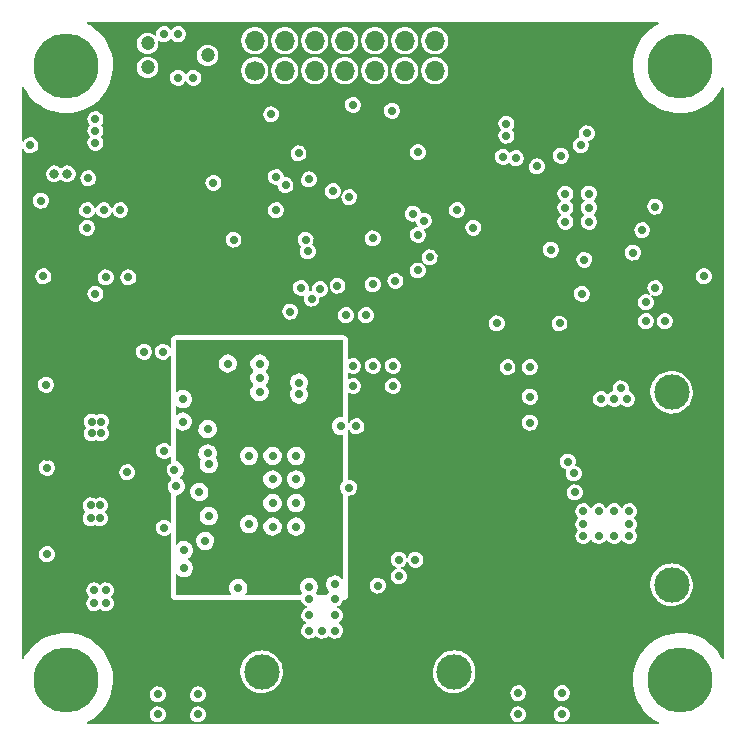
<source format=gbr>
G04 #@! TF.GenerationSoftware,KiCad,Pcbnew,5.99.0-unknown-dd374e12a~102~ubuntu20.04.1*
G04 #@! TF.CreationDate,2020-12-05T09:27:28-08:00*
G04 #@! TF.ProjectId,BLDC,424c4443-2e6b-4696-9361-645f70636258,rev?*
G04 #@! TF.SameCoordinates,Original*
G04 #@! TF.FileFunction,Copper,L2,Inr*
G04 #@! TF.FilePolarity,Positive*
%FSLAX46Y46*%
G04 Gerber Fmt 4.6, Leading zero omitted, Abs format (unit mm)*
G04 Created by KiCad (PCBNEW 5.99.0-unknown-dd374e12a~102~ubuntu20.04.1) date 2020-12-05 09:27:28*
%MOMM*%
%LPD*%
G01*
G04 APERTURE LIST*
G04 #@! TA.AperFunction,ComponentPad*
%ADD10C,5.500000*%
G04 #@! TD*
G04 #@! TA.AperFunction,ComponentPad*
%ADD11C,3.000000*%
G04 #@! TD*
G04 #@! TA.AperFunction,ComponentPad*
%ADD12C,0.800000*%
G04 #@! TD*
G04 #@! TA.AperFunction,ComponentPad*
%ADD13C,1.700000*%
G04 #@! TD*
G04 #@! TA.AperFunction,ComponentPad*
%ADD14O,1.700000X1.700000*%
G04 #@! TD*
G04 #@! TA.AperFunction,ComponentPad*
%ADD15C,1.200000*%
G04 #@! TD*
G04 #@! TA.AperFunction,ViaPad*
%ADD16C,0.740000*%
G04 #@! TD*
G04 #@! TA.AperFunction,ViaPad*
%ADD17C,0.736700*%
G04 #@! TD*
G04 APERTURE END LIST*
D10*
X122500000Y-131000000D03*
D11*
X173790000Y-122920000D03*
X173790000Y-106620000D03*
X139080000Y-130290000D03*
X155380000Y-130290000D03*
D12*
X121530000Y-88130000D03*
X122630000Y-88130000D03*
D13*
X138500000Y-79400000D03*
D14*
X138500000Y-76860000D03*
X141040000Y-79400000D03*
X141040000Y-76860000D03*
X143580000Y-79400000D03*
X143580000Y-76860000D03*
X146120000Y-79400000D03*
X146120000Y-76860000D03*
X148660000Y-79400000D03*
X148660000Y-76860000D03*
X151200000Y-79400000D03*
X151200000Y-76860000D03*
X153740000Y-79400000D03*
X153740000Y-76860000D03*
X156280000Y-79400000D03*
X156280000Y-76860000D03*
D15*
X129420000Y-79116000D03*
X134500000Y-78100000D03*
X129420000Y-77084000D03*
D10*
X174500000Y-79000000D03*
X174500000Y-131000000D03*
X122500000Y-79000000D03*
D16*
X140300000Y-91200000D03*
X132000000Y-76300000D03*
X143100000Y-88600000D03*
X141100000Y-89100000D03*
X133300000Y-80000000D03*
X148500000Y-93600000D03*
D17*
X148500000Y-97500000D03*
D16*
X132000000Y-80000000D03*
X125000000Y-84500000D03*
X159800000Y-84900000D03*
X125000000Y-85500000D03*
X125000000Y-83500000D03*
X159800000Y-83900000D03*
X142800000Y-93700000D03*
D17*
X164300000Y-100800000D03*
X152300000Y-93300000D03*
X155600000Y-91200000D03*
X151900000Y-91500000D03*
X152800000Y-92100000D03*
X157000000Y-92700000D03*
X168900000Y-107200000D03*
X143300000Y-98700000D03*
X170000000Y-107200000D03*
X145500000Y-97600000D03*
X169500000Y-106300000D03*
X144000000Y-97900000D03*
D16*
X160600000Y-86800000D03*
D17*
X124400000Y-88500000D03*
X120400000Y-90400000D03*
X140000000Y-112000000D03*
X140000000Y-116000000D03*
X142000000Y-116000000D03*
X142000000Y-112000000D03*
X140000000Y-114000000D03*
X168900000Y-116700000D03*
X130300000Y-133900000D03*
X130300000Y-132200000D03*
X170200000Y-117800000D03*
X143100000Y-124100000D03*
X145300000Y-124100000D03*
X161800000Y-107000000D03*
X160800000Y-132100000D03*
X138900000Y-104200000D03*
X136200000Y-104200000D03*
X138900000Y-105400000D03*
X142250000Y-106800000D03*
X150400000Y-97200000D03*
X166800000Y-92200000D03*
X166800000Y-91000000D03*
X166800000Y-89800000D03*
X148500000Y-104400000D03*
D16*
X130800000Y-111600000D03*
D17*
X119500000Y-85700000D03*
X146800000Y-104400000D03*
D16*
X143000000Y-94700000D03*
D17*
X168900000Y-118800000D03*
X127800000Y-96900000D03*
X161800000Y-109200000D03*
X127100000Y-91200000D03*
X134500000Y-111800000D03*
X161800000Y-104500000D03*
D16*
X172400000Y-97800000D03*
D17*
X130700000Y-103200000D03*
X125700000Y-91200000D03*
X152300000Y-96300000D03*
X167600000Y-118800000D03*
D16*
X130800000Y-76300000D03*
D17*
X166300000Y-118800000D03*
X166300000Y-116700000D03*
X146800000Y-82300000D03*
X164500000Y-133900000D03*
D16*
X173200000Y-100600000D03*
X170500000Y-94800000D03*
D17*
X145300000Y-125500000D03*
D16*
X159500000Y-86700000D03*
X127700000Y-113400000D03*
D17*
X150200000Y-106100000D03*
X134600000Y-112700000D03*
D16*
X130800000Y-118100000D03*
D17*
X160800000Y-133900000D03*
X145300000Y-126800000D03*
D16*
X120800000Y-106000000D03*
D17*
X133700000Y-132200000D03*
X124300000Y-91200000D03*
X165600000Y-115100000D03*
D16*
X171600000Y-100600000D03*
D17*
X144200000Y-126800000D03*
X164800000Y-92200000D03*
X170200000Y-118800000D03*
X146800000Y-106100000D03*
D16*
X120900000Y-120335000D03*
X136700000Y-93700000D03*
D17*
X139900000Y-83100000D03*
X124300000Y-92700000D03*
X120600000Y-96800000D03*
X138900000Y-106600000D03*
X143100000Y-125500000D03*
D16*
X140300000Y-88400000D03*
D17*
X125900000Y-96900000D03*
X150115000Y-82800000D03*
X142000000Y-114000000D03*
X150200000Y-104400000D03*
X143100000Y-126800000D03*
X129100000Y-103200000D03*
D16*
X145100000Y-89600000D03*
X166599999Y-84699999D03*
D17*
X138000000Y-112000000D03*
D16*
X134600000Y-117100000D03*
D17*
X135000000Y-88900000D03*
X133700000Y-133900000D03*
D16*
X162400000Y-87500000D03*
X137100000Y-123200000D03*
D17*
X164800000Y-91000000D03*
X142250000Y-105800000D03*
D16*
X142400000Y-97800000D03*
D17*
X145300000Y-122900000D03*
D16*
X172400000Y-90900000D03*
X152100000Y-120800000D03*
X120900000Y-113017803D03*
D17*
X164500000Y-132100000D03*
X132400000Y-107200000D03*
X140000000Y-118000000D03*
X166300000Y-117800000D03*
D16*
X142200000Y-86400000D03*
X171600000Y-99000000D03*
D17*
X164800000Y-89800000D03*
X132500000Y-121500000D03*
D16*
X146500000Y-114700000D03*
D17*
X141500000Y-99800000D03*
X167600000Y-116700000D03*
D16*
X146500000Y-90100000D03*
D17*
X125000000Y-98300000D03*
X147100000Y-109500000D03*
X170200000Y-116700000D03*
X142000000Y-118000000D03*
D16*
X164400000Y-86600000D03*
X152300000Y-86300000D03*
D17*
X138000000Y-117800000D03*
D16*
X171300000Y-92900000D03*
D17*
X143100000Y-123100000D03*
X131700000Y-113200000D03*
X159900000Y-104500000D03*
X145800000Y-109500000D03*
X153300000Y-95200000D03*
X131800000Y-114600000D03*
X133800000Y-115050000D03*
X132400000Y-109100000D03*
X132500000Y-120000000D03*
X134500000Y-109750000D03*
X134300000Y-119200000D03*
D16*
X176500000Y-96800000D03*
D17*
X144800000Y-121800000D03*
X134900000Y-105900000D03*
X145050000Y-106800000D03*
D16*
X166100000Y-85700000D03*
D17*
X138800000Y-102600000D03*
X135900000Y-123200000D03*
X141600000Y-102600000D03*
X135800000Y-102600000D03*
X132800000Y-102600000D03*
X145600000Y-108150000D03*
D16*
X166200000Y-98300000D03*
D17*
X125900000Y-94100000D03*
D16*
X152500000Y-83400000D03*
D17*
X149115000Y-82800000D03*
X140500000Y-99800000D03*
X127700000Y-95400000D03*
X135000000Y-87900000D03*
D16*
X133200000Y-76300000D03*
X119500000Y-83500000D03*
D17*
X149900000Y-109600000D03*
X141500000Y-81300000D03*
D16*
X120800000Y-105000000D03*
X120900000Y-112100000D03*
X140000000Y-96200000D03*
D17*
X152300000Y-95300000D03*
X163500000Y-110000000D03*
X124200000Y-94100000D03*
D16*
X156300000Y-88500000D03*
D17*
X166900000Y-104600000D03*
D16*
X120900000Y-119317187D03*
D17*
X127700000Y-94100000D03*
D16*
X162400000Y-90300000D03*
D17*
X148900000Y-123000000D03*
X165500000Y-113500000D03*
X150700000Y-122200000D03*
X165000000Y-112500000D03*
X146200000Y-100100000D03*
D16*
X159000000Y-100800000D03*
X150700000Y-120800000D03*
X147900000Y-100100000D03*
X167800000Y-107200000D03*
X125900000Y-124500000D03*
X124900000Y-124500000D03*
X124900000Y-123400000D03*
X125900000Y-123400000D03*
X124600000Y-117300000D03*
X125400000Y-116200000D03*
X124600000Y-116200000D03*
X125400000Y-117300000D03*
X125500000Y-109100000D03*
X124700000Y-110100000D03*
X124700000Y-109100000D03*
X125500000Y-110100000D03*
X166400000Y-95410000D03*
X163560000Y-94560000D03*
G04 #@! TA.AperFunction,Conductor*
G36*
X172720064Y-75318744D02*
G01*
X172738809Y-75363999D01*
X172700841Y-75422465D01*
X172691141Y-75426784D01*
X172691115Y-75426797D01*
X172345202Y-75624102D01*
X172345177Y-75624118D01*
X172020549Y-75854818D01*
X172020539Y-75854825D01*
X171720430Y-76116628D01*
X171720415Y-76116643D01*
X171447796Y-76406953D01*
X171205343Y-76722922D01*
X170995479Y-77061399D01*
X170995475Y-77061405D01*
X170820260Y-77419064D01*
X170681437Y-77792347D01*
X170580374Y-78177577D01*
X170518072Y-78570937D01*
X170518071Y-78570938D01*
X170495146Y-78968544D01*
X170511823Y-79366461D01*
X170567940Y-79760755D01*
X170662938Y-80147518D01*
X170662940Y-80147527D01*
X170795882Y-80522945D01*
X170965460Y-80883315D01*
X171169968Y-81225026D01*
X171169985Y-81225050D01*
X171407432Y-81544773D01*
X171407438Y-81544780D01*
X171675482Y-81839357D01*
X171971430Y-82105829D01*
X171971459Y-82105853D01*
X172292418Y-82341621D01*
X172635225Y-82544357D01*
X172996462Y-82712037D01*
X172996470Y-82712040D01*
X173372579Y-82843016D01*
X173759850Y-82935991D01*
X174154428Y-82990041D01*
X174154432Y-82990042D01*
X174552428Y-83004635D01*
X174949902Y-82979628D01*
X175342944Y-82915264D01*
X175727618Y-82812190D01*
X175727646Y-82812181D01*
X176100169Y-82671417D01*
X176100171Y-82671417D01*
X176456915Y-82494328D01*
X176456917Y-82494327D01*
X176794301Y-82282686D01*
X177108990Y-82038588D01*
X177397871Y-81764451D01*
X177397881Y-81764440D01*
X177658114Y-81462958D01*
X177658116Y-81462956D01*
X177887119Y-81137117D01*
X178080243Y-80794379D01*
X178118790Y-80764155D01*
X178167419Y-80770039D01*
X178200001Y-80825797D01*
X178200000Y-129179546D01*
X178181255Y-129224801D01*
X178136000Y-129243546D01*
X178079756Y-129210084D01*
X177920277Y-128916359D01*
X177920267Y-128916344D01*
X177696417Y-128586959D01*
X177696416Y-128586959D01*
X177440940Y-128281413D01*
X177440934Y-128281407D01*
X177156404Y-128002774D01*
X176845571Y-127753750D01*
X176511564Y-127536843D01*
X176157662Y-127354179D01*
X175787357Y-127207566D01*
X175404335Y-127098458D01*
X175012350Y-127027930D01*
X174615323Y-126996683D01*
X174217137Y-127005023D01*
X173821765Y-127052869D01*
X173433078Y-127139751D01*
X173054965Y-127264800D01*
X173054959Y-127264802D01*
X172691132Y-127426789D01*
X172691115Y-127426797D01*
X172345202Y-127624102D01*
X172345177Y-127624118D01*
X172020549Y-127854818D01*
X172020539Y-127854825D01*
X171720430Y-128116628D01*
X171720415Y-128116643D01*
X171447796Y-128406953D01*
X171205343Y-128722922D01*
X170995479Y-129061399D01*
X170995475Y-129061405D01*
X170820260Y-129419064D01*
X170681437Y-129792347D01*
X170580374Y-130177577D01*
X170518072Y-130570937D01*
X170518071Y-130570938D01*
X170495146Y-130968544D01*
X170511823Y-131366461D01*
X170567940Y-131760755D01*
X170662938Y-132147518D01*
X170662940Y-132147527D01*
X170795882Y-132522945D01*
X170965460Y-132883315D01*
X171169968Y-133225026D01*
X171169985Y-133225050D01*
X171407432Y-133544773D01*
X171407438Y-133544780D01*
X171675482Y-133839357D01*
X171971430Y-134105829D01*
X171971459Y-134105853D01*
X172292418Y-134341621D01*
X172635225Y-134544357D01*
X172707594Y-134577949D01*
X172740750Y-134614006D01*
X172738699Y-134662946D01*
X172680648Y-134700000D01*
X164465592Y-134700000D01*
X164450513Y-134693754D01*
X164428366Y-134700000D01*
X160765592Y-134700000D01*
X160750513Y-134693754D01*
X160728366Y-134700000D01*
X133665592Y-134700000D01*
X133650513Y-134693754D01*
X133628366Y-134700000D01*
X130265592Y-134700000D01*
X130250513Y-134693754D01*
X130228366Y-134700000D01*
X124315457Y-134700000D01*
X124270202Y-134681255D01*
X124251457Y-134636000D01*
X124287000Y-134578674D01*
X124456915Y-134494328D01*
X124456917Y-134494327D01*
X124794301Y-134282686D01*
X125108990Y-134038588D01*
X125260625Y-133894692D01*
X129624122Y-133894692D01*
X129652440Y-134093665D01*
X129738010Y-134275508D01*
X129873267Y-134424155D01*
X129873270Y-134424157D01*
X130046252Y-134526458D01*
X130046258Y-134526461D01*
X130243306Y-134573768D01*
X130248913Y-134577842D01*
X130261573Y-134572126D01*
X130442261Y-134560758D01*
X130442260Y-134560758D01*
X130630257Y-134489720D01*
X130630258Y-134489719D01*
X130789059Y-134366541D01*
X130904622Y-134202111D01*
X130966726Y-134010975D01*
X130966727Y-134010974D01*
X130967639Y-133894692D01*
X133024122Y-133894692D01*
X133052440Y-134093665D01*
X133138010Y-134275508D01*
X133273267Y-134424155D01*
X133273270Y-134424157D01*
X133446252Y-134526458D01*
X133446258Y-134526461D01*
X133643306Y-134573768D01*
X133648913Y-134577842D01*
X133661573Y-134572126D01*
X133842261Y-134560758D01*
X133842260Y-134560758D01*
X134030257Y-134489720D01*
X134030258Y-134489719D01*
X134189059Y-134366541D01*
X134304622Y-134202111D01*
X134366726Y-134010975D01*
X134366727Y-134010974D01*
X134367639Y-133894692D01*
X160124122Y-133894692D01*
X160152440Y-134093665D01*
X160238010Y-134275508D01*
X160373267Y-134424155D01*
X160373270Y-134424157D01*
X160546252Y-134526458D01*
X160546258Y-134526461D01*
X160743306Y-134573768D01*
X160748913Y-134577842D01*
X160761573Y-134572126D01*
X160942261Y-134560758D01*
X160942260Y-134560758D01*
X161130257Y-134489720D01*
X161130258Y-134489719D01*
X161289059Y-134366541D01*
X161404622Y-134202111D01*
X161466726Y-134010975D01*
X161466727Y-134010974D01*
X161467639Y-133894692D01*
X163824122Y-133894692D01*
X163852440Y-134093665D01*
X163938010Y-134275508D01*
X164073267Y-134424155D01*
X164073270Y-134424157D01*
X164246252Y-134526458D01*
X164246258Y-134526461D01*
X164443306Y-134573768D01*
X164448913Y-134577842D01*
X164461573Y-134572126D01*
X164642261Y-134560758D01*
X164642260Y-134560758D01*
X164830257Y-134489720D01*
X164830258Y-134489719D01*
X164989059Y-134366541D01*
X165104622Y-134202111D01*
X165166726Y-134010975D01*
X165166727Y-134010974D01*
X165168387Y-133799515D01*
X165168387Y-133799512D01*
X165109292Y-133607421D01*
X164996330Y-133441201D01*
X164996327Y-133441199D01*
X164839482Y-133315541D01*
X164652621Y-133241558D01*
X164452265Y-133225789D01*
X164256126Y-133269631D01*
X164081558Y-133369204D01*
X164081555Y-133369206D01*
X163943979Y-133515708D01*
X163855561Y-133696192D01*
X163855560Y-133696197D01*
X163824122Y-133894692D01*
X161467639Y-133894692D01*
X161468387Y-133799515D01*
X161468387Y-133799512D01*
X161409292Y-133607421D01*
X161296330Y-133441201D01*
X161296327Y-133441199D01*
X161139482Y-133315541D01*
X160952621Y-133241558D01*
X160752265Y-133225789D01*
X160556126Y-133269631D01*
X160381558Y-133369204D01*
X160381555Y-133369206D01*
X160243979Y-133515708D01*
X160155561Y-133696192D01*
X160155560Y-133696197D01*
X160124122Y-133894692D01*
X134367639Y-133894692D01*
X134368387Y-133799515D01*
X134368387Y-133799512D01*
X134309292Y-133607421D01*
X134196330Y-133441201D01*
X134196327Y-133441199D01*
X134039482Y-133315541D01*
X133852621Y-133241558D01*
X133652265Y-133225789D01*
X133456126Y-133269631D01*
X133281558Y-133369204D01*
X133281555Y-133369206D01*
X133143979Y-133515708D01*
X133055561Y-133696192D01*
X133055560Y-133696197D01*
X133024122Y-133894692D01*
X130967639Y-133894692D01*
X130968387Y-133799515D01*
X130968387Y-133799512D01*
X130909292Y-133607421D01*
X130796330Y-133441201D01*
X130796327Y-133441199D01*
X130639482Y-133315541D01*
X130452621Y-133241558D01*
X130252265Y-133225789D01*
X130056126Y-133269631D01*
X129881558Y-133369204D01*
X129881555Y-133369206D01*
X129743979Y-133515708D01*
X129655561Y-133696192D01*
X129655560Y-133696197D01*
X129624122Y-133894692D01*
X125260625Y-133894692D01*
X125397871Y-133764451D01*
X125397881Y-133764440D01*
X125658114Y-133462958D01*
X125658116Y-133462956D01*
X125887119Y-133137117D01*
X126082632Y-132790139D01*
X126242714Y-132425462D01*
X126317695Y-132194692D01*
X129624122Y-132194692D01*
X129652440Y-132393665D01*
X129738010Y-132575508D01*
X129873267Y-132724155D01*
X129873270Y-132724157D01*
X130046252Y-132826458D01*
X130046258Y-132826461D01*
X130241681Y-132873378D01*
X130442261Y-132860758D01*
X130442260Y-132860758D01*
X130630257Y-132789720D01*
X130630258Y-132789719D01*
X130789059Y-132666541D01*
X130904622Y-132502111D01*
X130966726Y-132310975D01*
X130966727Y-132310974D01*
X130967639Y-132194692D01*
X133024122Y-132194692D01*
X133052440Y-132393665D01*
X133138010Y-132575508D01*
X133273267Y-132724155D01*
X133273270Y-132724157D01*
X133446252Y-132826458D01*
X133446258Y-132826461D01*
X133641681Y-132873378D01*
X133842261Y-132860758D01*
X133842260Y-132860758D01*
X134030257Y-132789720D01*
X134030258Y-132789719D01*
X134189059Y-132666541D01*
X134304622Y-132502111D01*
X134366726Y-132310975D01*
X134366727Y-132310974D01*
X134368387Y-132099515D01*
X134368387Y-132099512D01*
X134366905Y-132094692D01*
X160124122Y-132094692D01*
X160152440Y-132293665D01*
X160238010Y-132475508D01*
X160373267Y-132624155D01*
X160373270Y-132624157D01*
X160546252Y-132726458D01*
X160546258Y-132726461D01*
X160741681Y-132773378D01*
X160942261Y-132760758D01*
X160942260Y-132760758D01*
X161130257Y-132689720D01*
X161130258Y-132689719D01*
X161289059Y-132566541D01*
X161404622Y-132402111D01*
X161466726Y-132210975D01*
X161466727Y-132210974D01*
X161467639Y-132094692D01*
X163824122Y-132094692D01*
X163852440Y-132293665D01*
X163938010Y-132475508D01*
X164073267Y-132624155D01*
X164073270Y-132624157D01*
X164246252Y-132726458D01*
X164246258Y-132726461D01*
X164441681Y-132773378D01*
X164642261Y-132760758D01*
X164642260Y-132760758D01*
X164830257Y-132689720D01*
X164830258Y-132689719D01*
X164989059Y-132566541D01*
X165104622Y-132402111D01*
X165166726Y-132210975D01*
X165166727Y-132210974D01*
X165168387Y-131999515D01*
X165168387Y-131999512D01*
X165109292Y-131807421D01*
X164996330Y-131641201D01*
X164996327Y-131641199D01*
X164839482Y-131515541D01*
X164652621Y-131441558D01*
X164452265Y-131425789D01*
X164256126Y-131469631D01*
X164081558Y-131569204D01*
X164081555Y-131569206D01*
X163943979Y-131715708D01*
X163855561Y-131896192D01*
X163855560Y-131896197D01*
X163824122Y-132094692D01*
X161467639Y-132094692D01*
X161468387Y-131999515D01*
X161468387Y-131999512D01*
X161409292Y-131807421D01*
X161296330Y-131641201D01*
X161296327Y-131641199D01*
X161139482Y-131515541D01*
X160952621Y-131441558D01*
X160752265Y-131425789D01*
X160556126Y-131469631D01*
X160381558Y-131569204D01*
X160381555Y-131569206D01*
X160243979Y-131715708D01*
X160155561Y-131896192D01*
X160155560Y-131896197D01*
X160124122Y-132094692D01*
X134366905Y-132094692D01*
X134309292Y-131907421D01*
X134196330Y-131741201D01*
X134196327Y-131741199D01*
X134039482Y-131615541D01*
X133852621Y-131541558D01*
X133652265Y-131525789D01*
X133456126Y-131569631D01*
X133281558Y-131669204D01*
X133281555Y-131669206D01*
X133143979Y-131815708D01*
X133055561Y-131996192D01*
X133055560Y-131996197D01*
X133024122Y-132194692D01*
X130967639Y-132194692D01*
X130968387Y-132099515D01*
X130968387Y-132099512D01*
X130909292Y-131907421D01*
X130796330Y-131741201D01*
X130796327Y-131741199D01*
X130639482Y-131615541D01*
X130452621Y-131541558D01*
X130252265Y-131525789D01*
X130056126Y-131569631D01*
X129881558Y-131669204D01*
X129881555Y-131669206D01*
X129743979Y-131815708D01*
X129655561Y-131996192D01*
X129655560Y-131996197D01*
X129624122Y-132194692D01*
X126317695Y-132194692D01*
X126365785Y-132046689D01*
X126450627Y-131657562D01*
X126496404Y-131261930D01*
X126500024Y-130800877D01*
X126460468Y-130404569D01*
X126460465Y-130404551D01*
X126454830Y-130376601D01*
X137277032Y-130376601D01*
X137309635Y-130642144D01*
X137309636Y-130642149D01*
X137381130Y-130899948D01*
X137381133Y-130899958D01*
X137489948Y-131144358D01*
X137489953Y-131144368D01*
X137633697Y-131370001D01*
X137633702Y-131370008D01*
X137809219Y-131571916D01*
X137809221Y-131571918D01*
X138012662Y-131745673D01*
X138239547Y-131887445D01*
X138484897Y-131994127D01*
X138743310Y-132063368D01*
X139009141Y-132093655D01*
X139276506Y-132084318D01*
X139276519Y-132084317D01*
X139539563Y-132035565D01*
X139792524Y-131948464D01*
X140029845Y-131824923D01*
X140029847Y-131824922D01*
X140246278Y-131667675D01*
X140246281Y-131667672D01*
X140437100Y-131480156D01*
X140437111Y-131480144D01*
X140598111Y-131266489D01*
X140598118Y-131266479D01*
X140725773Y-131031366D01*
X140817276Y-130779968D01*
X140817279Y-130779958D01*
X140870616Y-130517795D01*
X140870616Y-130517792D01*
X140874312Y-130376601D01*
X153577032Y-130376601D01*
X153609635Y-130642144D01*
X153609636Y-130642149D01*
X153681130Y-130899948D01*
X153681133Y-130899958D01*
X153789948Y-131144358D01*
X153789953Y-131144368D01*
X153933697Y-131370001D01*
X153933702Y-131370008D01*
X154109219Y-131571916D01*
X154109221Y-131571918D01*
X154312662Y-131745673D01*
X154539547Y-131887445D01*
X154784897Y-131994127D01*
X155043310Y-132063368D01*
X155309141Y-132093655D01*
X155576506Y-132084318D01*
X155576519Y-132084317D01*
X155839563Y-132035565D01*
X156092524Y-131948464D01*
X156329845Y-131824923D01*
X156329847Y-131824922D01*
X156546278Y-131667675D01*
X156546281Y-131667672D01*
X156737100Y-131480156D01*
X156737111Y-131480144D01*
X156898111Y-131266489D01*
X156898118Y-131266479D01*
X157025773Y-131031366D01*
X157117276Y-130779968D01*
X157117279Y-130779958D01*
X157170616Y-130517795D01*
X157170616Y-130517792D01*
X157180083Y-130156234D01*
X157180082Y-130156228D01*
X157140539Y-129891630D01*
X157140537Y-129891623D01*
X157062318Y-129635782D01*
X157062318Y-129635781D01*
X156947141Y-129394307D01*
X156947137Y-129394301D01*
X156797540Y-129172514D01*
X156797531Y-129172503D01*
X156616783Y-128975251D01*
X156408881Y-128806896D01*
X156408862Y-128806883D01*
X156178358Y-128671106D01*
X155930294Y-128570882D01*
X155670138Y-128508423D01*
X155403627Y-128485108D01*
X155136591Y-128501440D01*
X155136579Y-128501441D01*
X154874907Y-128557062D01*
X154874887Y-128557068D01*
X154624302Y-128650758D01*
X154624298Y-128650760D01*
X154390305Y-128780465D01*
X154178053Y-128943331D01*
X153992204Y-129135784D01*
X153836848Y-129353584D01*
X153836840Y-129353597D01*
X153715388Y-129591959D01*
X153715386Y-129591964D01*
X153630494Y-129845681D01*
X153584035Y-130109159D01*
X153584035Y-130109161D01*
X153577032Y-130376601D01*
X140874312Y-130376601D01*
X140880083Y-130156234D01*
X140880082Y-130156228D01*
X140840539Y-129891630D01*
X140840537Y-129891623D01*
X140762318Y-129635782D01*
X140762318Y-129635781D01*
X140647141Y-129394307D01*
X140647137Y-129394301D01*
X140497540Y-129172514D01*
X140497531Y-129172503D01*
X140316783Y-128975251D01*
X140108881Y-128806896D01*
X140108862Y-128806883D01*
X139878358Y-128671106D01*
X139630294Y-128570882D01*
X139370138Y-128508423D01*
X139103627Y-128485108D01*
X138836591Y-128501440D01*
X138836579Y-128501441D01*
X138574907Y-128557062D01*
X138574887Y-128557068D01*
X138324302Y-128650758D01*
X138324298Y-128650760D01*
X138090305Y-128780465D01*
X137878053Y-128943331D01*
X137692204Y-129135784D01*
X137536848Y-129353584D01*
X137536840Y-129353597D01*
X137415388Y-129591959D01*
X137415386Y-129591964D01*
X137330494Y-129845681D01*
X137284035Y-130109159D01*
X137284035Y-130109161D01*
X137277032Y-130376601D01*
X126454830Y-130376601D01*
X126381753Y-130014181D01*
X126381748Y-130014160D01*
X126264643Y-129633506D01*
X126264640Y-129633498D01*
X126110307Y-129266352D01*
X125920277Y-128916359D01*
X125920267Y-128916344D01*
X125696417Y-128586959D01*
X125696416Y-128586959D01*
X125440940Y-128281413D01*
X125440934Y-128281407D01*
X125156404Y-128002774D01*
X124845571Y-127753750D01*
X124511564Y-127536843D01*
X124157662Y-127354179D01*
X123787357Y-127207566D01*
X123404335Y-127098458D01*
X123012350Y-127027930D01*
X122615323Y-126996683D01*
X122217137Y-127005023D01*
X121821765Y-127052869D01*
X121433078Y-127139751D01*
X121054965Y-127264800D01*
X121054959Y-127264802D01*
X120691132Y-127426789D01*
X120691115Y-127426797D01*
X120345202Y-127624102D01*
X120345177Y-127624118D01*
X120020549Y-127854818D01*
X120020539Y-127854825D01*
X119720430Y-128116628D01*
X119720415Y-128116643D01*
X119447796Y-128406953D01*
X119205343Y-128722922D01*
X118995479Y-129061399D01*
X118995475Y-129061405D01*
X118921474Y-129212460D01*
X118884731Y-129244853D01*
X118835844Y-129241778D01*
X118800000Y-129184304D01*
X118800000Y-123394679D01*
X124222454Y-123394679D01*
X124250842Y-123594143D01*
X124336624Y-123776435D01*
X124456103Y-123907742D01*
X124472696Y-123953830D01*
X124455421Y-123994626D01*
X124342606Y-124114761D01*
X124253971Y-124295689D01*
X124253970Y-124295693D01*
X124222454Y-124494679D01*
X124250842Y-124694143D01*
X124336622Y-124876433D01*
X124472217Y-125025450D01*
X124645628Y-125128006D01*
X124645632Y-125128007D01*
X124841537Y-125175040D01*
X125042610Y-125162388D01*
X125042618Y-125162387D01*
X125231073Y-125091176D01*
X125231073Y-125091175D01*
X125360752Y-124990586D01*
X125407999Y-124977661D01*
X125447315Y-124998084D01*
X125472214Y-125025448D01*
X125472217Y-125025450D01*
X125645628Y-125128006D01*
X125645632Y-125128007D01*
X125841537Y-125175040D01*
X126042610Y-125162388D01*
X126042618Y-125162387D01*
X126231073Y-125091176D01*
X126231073Y-125091175D01*
X126390266Y-124967692D01*
X126506114Y-124802857D01*
X126568371Y-124611249D01*
X126568372Y-124611247D01*
X126570037Y-124399267D01*
X126570037Y-124399264D01*
X126510795Y-124206699D01*
X126397555Y-124040069D01*
X126397553Y-124040068D01*
X126348009Y-124000376D01*
X126324411Y-123957452D01*
X126348798Y-123899858D01*
X126390266Y-123867692D01*
X126506114Y-123702857D01*
X126568371Y-123511249D01*
X126568372Y-123511247D01*
X126570037Y-123299267D01*
X126570037Y-123299264D01*
X126510795Y-123106699D01*
X126397555Y-122940069D01*
X126397552Y-122940067D01*
X126240320Y-122814099D01*
X126052997Y-122739933D01*
X125852147Y-122724125D01*
X125655523Y-122768076D01*
X125655521Y-122768077D01*
X125480527Y-122867892D01*
X125480522Y-122867896D01*
X125446723Y-122903888D01*
X125402079Y-122924045D01*
X125360053Y-122910024D01*
X125240320Y-122814099D01*
X125052997Y-122739933D01*
X124852147Y-122724125D01*
X124655523Y-122768076D01*
X124655521Y-122768077D01*
X124480527Y-122867892D01*
X124480522Y-122867896D01*
X124342606Y-123014761D01*
X124253971Y-123195689D01*
X124253970Y-123195693D01*
X124222454Y-123394679D01*
X118800000Y-123394679D01*
X118800000Y-120329679D01*
X120222454Y-120329679D01*
X120250842Y-120529143D01*
X120336622Y-120711433D01*
X120472217Y-120860450D01*
X120645628Y-120963006D01*
X120645632Y-120963007D01*
X120841537Y-121010040D01*
X121042610Y-120997388D01*
X121042618Y-120997387D01*
X121231073Y-120926176D01*
X121231073Y-120926175D01*
X121390266Y-120802692D01*
X121506114Y-120637857D01*
X121568371Y-120446249D01*
X121568372Y-120446247D01*
X121570037Y-120234267D01*
X121570037Y-120234264D01*
X121510795Y-120041699D01*
X121397555Y-119875069D01*
X121397552Y-119875067D01*
X121240320Y-119749099D01*
X121052997Y-119674933D01*
X120852147Y-119659125D01*
X120655523Y-119703076D01*
X120655521Y-119703077D01*
X120480527Y-119802892D01*
X120480522Y-119802896D01*
X120342606Y-119949761D01*
X120253971Y-120130689D01*
X120253970Y-120130693D01*
X120222454Y-120329679D01*
X118800000Y-120329679D01*
X118800000Y-116194679D01*
X123922454Y-116194679D01*
X123950842Y-116394143D01*
X124036624Y-116576435D01*
X124156103Y-116707742D01*
X124172696Y-116753830D01*
X124155421Y-116794626D01*
X124042606Y-116914761D01*
X123953971Y-117095689D01*
X123953970Y-117095693D01*
X123922454Y-117294679D01*
X123950842Y-117494143D01*
X124036622Y-117676433D01*
X124172217Y-117825450D01*
X124345628Y-117928006D01*
X124345632Y-117928007D01*
X124541537Y-117975040D01*
X124742610Y-117962388D01*
X124742618Y-117962387D01*
X124931071Y-117891176D01*
X124931072Y-117891175D01*
X124962580Y-117866735D01*
X125009828Y-117853810D01*
X125034385Y-117862217D01*
X125145630Y-117928006D01*
X125145632Y-117928007D01*
X125341537Y-117975040D01*
X125542610Y-117962388D01*
X125542618Y-117962387D01*
X125731073Y-117891176D01*
X125731073Y-117891175D01*
X125890266Y-117767692D01*
X126006114Y-117602857D01*
X126068371Y-117411249D01*
X126068372Y-117411247D01*
X126070037Y-117199267D01*
X126070037Y-117199264D01*
X126010795Y-117006699D01*
X125897555Y-116840069D01*
X125897553Y-116840068D01*
X125848009Y-116800376D01*
X125824411Y-116757452D01*
X125848798Y-116699858D01*
X125890266Y-116667692D01*
X126006114Y-116502857D01*
X126068371Y-116311249D01*
X126068372Y-116311247D01*
X126070037Y-116099267D01*
X126070037Y-116099264D01*
X126010795Y-115906699D01*
X125897555Y-115740069D01*
X125897552Y-115740067D01*
X125740320Y-115614099D01*
X125552997Y-115539933D01*
X125352147Y-115524125D01*
X125155523Y-115568076D01*
X125155521Y-115568077D01*
X125034042Y-115637367D01*
X124985445Y-115643507D01*
X124962318Y-115631723D01*
X124940320Y-115614099D01*
X124752997Y-115539933D01*
X124552147Y-115524125D01*
X124355523Y-115568076D01*
X124355521Y-115568077D01*
X124180527Y-115667892D01*
X124180522Y-115667896D01*
X124042606Y-115814761D01*
X123953971Y-115995689D01*
X123953970Y-115995693D01*
X123922454Y-116194679D01*
X118800000Y-116194679D01*
X118800000Y-113012482D01*
X120222454Y-113012482D01*
X120250842Y-113211946D01*
X120336622Y-113394236D01*
X120472217Y-113543253D01*
X120645628Y-113645809D01*
X120645632Y-113645810D01*
X120841537Y-113692843D01*
X121042610Y-113680191D01*
X121042618Y-113680190D01*
X121231073Y-113608979D01*
X121231073Y-113608978D01*
X121390266Y-113485495D01*
X121454092Y-113394679D01*
X127022454Y-113394679D01*
X127050842Y-113594143D01*
X127136622Y-113776433D01*
X127272217Y-113925450D01*
X127445628Y-114028006D01*
X127445632Y-114028007D01*
X127641537Y-114075040D01*
X127842610Y-114062388D01*
X127842618Y-114062387D01*
X128031073Y-113991176D01*
X128031073Y-113991175D01*
X128190266Y-113867692D01*
X128306114Y-113702857D01*
X128368371Y-113511249D01*
X128368372Y-113511247D01*
X128370037Y-113299267D01*
X128370037Y-113299264D01*
X128310795Y-113106699D01*
X128197555Y-112940069D01*
X128197552Y-112940067D01*
X128040320Y-112814099D01*
X127852997Y-112739933D01*
X127652147Y-112724125D01*
X127455523Y-112768076D01*
X127455521Y-112768077D01*
X127280527Y-112867892D01*
X127280522Y-112867896D01*
X127142606Y-113014761D01*
X127053971Y-113195689D01*
X127053970Y-113195693D01*
X127022454Y-113394679D01*
X121454092Y-113394679D01*
X121506114Y-113320660D01*
X121568371Y-113129052D01*
X121568372Y-113129050D01*
X121570037Y-112917070D01*
X121570037Y-112917067D01*
X121510795Y-112724502D01*
X121397555Y-112557872D01*
X121397552Y-112557870D01*
X121240320Y-112431902D01*
X121052997Y-112357736D01*
X120852147Y-112341928D01*
X120655523Y-112385879D01*
X120655521Y-112385880D01*
X120480527Y-112485695D01*
X120480522Y-112485699D01*
X120342606Y-112632564D01*
X120253971Y-112813492D01*
X120253970Y-112813496D01*
X120222454Y-113012482D01*
X118800000Y-113012482D01*
X118800000Y-109094679D01*
X124022454Y-109094679D01*
X124050842Y-109294143D01*
X124136624Y-109476435D01*
X124209890Y-109556953D01*
X124226483Y-109603040D01*
X124209208Y-109643837D01*
X124142607Y-109714759D01*
X124053971Y-109895689D01*
X124053970Y-109895693D01*
X124022454Y-110094679D01*
X124050842Y-110294143D01*
X124136622Y-110476433D01*
X124272217Y-110625450D01*
X124445628Y-110728006D01*
X124445632Y-110728007D01*
X124641537Y-110775040D01*
X124842610Y-110762388D01*
X124842618Y-110762387D01*
X125031071Y-110691176D01*
X125031072Y-110691175D01*
X125062580Y-110666735D01*
X125109828Y-110653810D01*
X125134385Y-110662217D01*
X125245630Y-110728006D01*
X125245632Y-110728007D01*
X125441537Y-110775040D01*
X125642610Y-110762388D01*
X125642618Y-110762387D01*
X125831073Y-110691176D01*
X125831073Y-110691175D01*
X125990266Y-110567692D01*
X126106114Y-110402857D01*
X126168371Y-110211249D01*
X126168372Y-110211247D01*
X126170037Y-109999267D01*
X126170037Y-109999264D01*
X126110795Y-109806699D01*
X125994864Y-109636110D01*
X125996831Y-109634773D01*
X125982649Y-109596327D01*
X125994238Y-109562042D01*
X126106114Y-109402858D01*
X126168371Y-109211249D01*
X126168372Y-109211247D01*
X126170037Y-108999267D01*
X126170037Y-108999264D01*
X126110795Y-108806699D01*
X125997555Y-108640069D01*
X125997552Y-108640067D01*
X125840320Y-108514099D01*
X125652997Y-108439933D01*
X125452147Y-108424125D01*
X125255523Y-108468076D01*
X125255521Y-108468077D01*
X125134042Y-108537367D01*
X125085445Y-108543507D01*
X125062318Y-108531723D01*
X125040320Y-108514099D01*
X124852997Y-108439933D01*
X124652147Y-108424125D01*
X124455523Y-108468076D01*
X124455521Y-108468077D01*
X124280527Y-108567892D01*
X124280522Y-108567896D01*
X124142606Y-108714761D01*
X124053971Y-108895689D01*
X124053970Y-108895693D01*
X124022454Y-109094679D01*
X118800000Y-109094679D01*
X118800000Y-105994679D01*
X120122454Y-105994679D01*
X120150842Y-106194143D01*
X120236622Y-106376433D01*
X120372217Y-106525450D01*
X120545628Y-106628006D01*
X120545632Y-106628007D01*
X120741537Y-106675040D01*
X120942610Y-106662388D01*
X120942618Y-106662387D01*
X121131073Y-106591176D01*
X121131073Y-106591175D01*
X121290266Y-106467692D01*
X121406114Y-106302857D01*
X121468371Y-106111249D01*
X121468372Y-106111247D01*
X121470037Y-105899267D01*
X121470037Y-105899264D01*
X121410795Y-105706699D01*
X121297555Y-105540069D01*
X121297552Y-105540067D01*
X121140320Y-105414099D01*
X120952997Y-105339933D01*
X120752147Y-105324125D01*
X120555523Y-105368076D01*
X120555521Y-105368077D01*
X120380527Y-105467892D01*
X120380522Y-105467896D01*
X120242606Y-105614761D01*
X120153971Y-105795689D01*
X120153970Y-105795693D01*
X120122454Y-105994679D01*
X118800000Y-105994679D01*
X118800000Y-103194692D01*
X128424122Y-103194692D01*
X128452440Y-103393665D01*
X128538010Y-103575508D01*
X128673267Y-103724155D01*
X128673270Y-103724157D01*
X128846252Y-103826458D01*
X128846258Y-103826461D01*
X129041681Y-103873378D01*
X129242261Y-103860758D01*
X129242260Y-103860758D01*
X129430257Y-103789720D01*
X129430258Y-103789719D01*
X129589059Y-103666541D01*
X129704622Y-103502111D01*
X129766726Y-103310975D01*
X129766727Y-103310974D01*
X129767639Y-103194692D01*
X130024122Y-103194692D01*
X130052440Y-103393665D01*
X130138010Y-103575508D01*
X130273267Y-103724155D01*
X130273270Y-103724157D01*
X130446252Y-103826458D01*
X130446258Y-103826461D01*
X130641681Y-103873378D01*
X130842261Y-103860758D01*
X130842260Y-103860758D01*
X131030257Y-103789720D01*
X131030258Y-103789719D01*
X131189059Y-103666541D01*
X131283638Y-103531968D01*
X131324996Y-103505721D01*
X131372800Y-103516406D01*
X131400000Y-103568768D01*
X131400000Y-111088863D01*
X131381255Y-111134118D01*
X131336000Y-111152863D01*
X131295984Y-111138810D01*
X131140320Y-111014099D01*
X130952997Y-110939933D01*
X130752147Y-110924125D01*
X130555523Y-110968076D01*
X130555521Y-110968077D01*
X130380527Y-111067892D01*
X130380522Y-111067896D01*
X130242606Y-111214761D01*
X130153971Y-111395689D01*
X130153970Y-111395693D01*
X130122454Y-111594679D01*
X130150842Y-111794143D01*
X130236622Y-111976433D01*
X130372217Y-112125450D01*
X130545628Y-112228006D01*
X130545632Y-112228007D01*
X130741537Y-112275040D01*
X130942610Y-112262388D01*
X130942618Y-112262387D01*
X131131073Y-112191176D01*
X131131073Y-112191175D01*
X131294047Y-112064759D01*
X131294977Y-112065959D01*
X131334488Y-112048488D01*
X131380173Y-112066159D01*
X131400000Y-112112470D01*
X131400000Y-112564471D01*
X131367709Y-112620063D01*
X131281560Y-112669202D01*
X131281555Y-112669206D01*
X131143979Y-112815708D01*
X131055561Y-112996192D01*
X131055560Y-112996197D01*
X131024122Y-113194692D01*
X131052440Y-113393665D01*
X131138010Y-113575508D01*
X131273267Y-113724155D01*
X131273270Y-113724157D01*
X131368579Y-113780523D01*
X131400000Y-113835610D01*
X131400000Y-114024224D01*
X131382654Y-114068035D01*
X131243979Y-114215708D01*
X131155561Y-114396192D01*
X131155560Y-114396197D01*
X131124122Y-114594692D01*
X131152440Y-114793665D01*
X131238010Y-114975508D01*
X131373269Y-115124157D01*
X131376406Y-115126711D01*
X131400000Y-115176343D01*
X131400000Y-117588863D01*
X131381255Y-117634118D01*
X131336000Y-117652863D01*
X131295984Y-117638810D01*
X131140320Y-117514099D01*
X130952997Y-117439933D01*
X130752147Y-117424125D01*
X130555523Y-117468076D01*
X130555521Y-117468077D01*
X130380527Y-117567892D01*
X130380522Y-117567896D01*
X130242606Y-117714761D01*
X130153971Y-117895689D01*
X130153970Y-117895693D01*
X130122454Y-118094679D01*
X130150842Y-118294143D01*
X130236622Y-118476433D01*
X130372217Y-118625450D01*
X130545628Y-118728006D01*
X130545632Y-118728007D01*
X130741537Y-118775040D01*
X130942610Y-118762388D01*
X130942618Y-118762387D01*
X131131073Y-118691176D01*
X131131073Y-118691175D01*
X131294047Y-118564759D01*
X131294977Y-118565959D01*
X131334488Y-118548488D01*
X131380173Y-118566159D01*
X131400000Y-118612470D01*
X131400000Y-123799998D01*
X131419577Y-123923604D01*
X131419578Y-123923610D01*
X131476391Y-124035111D01*
X131564889Y-124123609D01*
X131676390Y-124180422D01*
X131676396Y-124180423D01*
X131800002Y-124200000D01*
X142383573Y-124200000D01*
X142428828Y-124218745D01*
X142446935Y-124254982D01*
X142452440Y-124293665D01*
X142538010Y-124475508D01*
X142673267Y-124624155D01*
X142673270Y-124624157D01*
X142846252Y-124726458D01*
X142846257Y-124726461D01*
X142891348Y-124737286D01*
X142930976Y-124766078D01*
X142938639Y-124814459D01*
X142890368Y-124861977D01*
X142856126Y-124869631D01*
X142681558Y-124969204D01*
X142681555Y-124969206D01*
X142543979Y-125115708D01*
X142455561Y-125296192D01*
X142455560Y-125296197D01*
X142424122Y-125494692D01*
X142452440Y-125693665D01*
X142538010Y-125875508D01*
X142673267Y-126024155D01*
X142673268Y-126024156D01*
X142793420Y-126095213D01*
X142822831Y-126134385D01*
X142815930Y-126182879D01*
X142792552Y-126205893D01*
X142681558Y-126269204D01*
X142681555Y-126269206D01*
X142543979Y-126415708D01*
X142455561Y-126596192D01*
X142455560Y-126596197D01*
X142424122Y-126794692D01*
X142452440Y-126993665D01*
X142538010Y-127175508D01*
X142673267Y-127324155D01*
X142673270Y-127324157D01*
X142846252Y-127426458D01*
X142846258Y-127426461D01*
X143041681Y-127473378D01*
X143242261Y-127460758D01*
X143242260Y-127460758D01*
X143430257Y-127389720D01*
X143430258Y-127389719D01*
X143589059Y-127266541D01*
X143600554Y-127250185D01*
X143641912Y-127223938D01*
X143700253Y-127243912D01*
X143773270Y-127324157D01*
X143946252Y-127426458D01*
X143946258Y-127426461D01*
X144141681Y-127473378D01*
X144342261Y-127460758D01*
X144342260Y-127460758D01*
X144530257Y-127389720D01*
X144530258Y-127389719D01*
X144689059Y-127266541D01*
X144700554Y-127250185D01*
X144741912Y-127223938D01*
X144800253Y-127243912D01*
X144873270Y-127324157D01*
X145046252Y-127426458D01*
X145046258Y-127426461D01*
X145241681Y-127473378D01*
X145442261Y-127460758D01*
X145442260Y-127460758D01*
X145630257Y-127389720D01*
X145630258Y-127389719D01*
X145789059Y-127266541D01*
X145904622Y-127102111D01*
X145966726Y-126910975D01*
X145966727Y-126910974D01*
X145968387Y-126699515D01*
X145968387Y-126699512D01*
X145909292Y-126507421D01*
X145796330Y-126341201D01*
X145796327Y-126341199D01*
X145639480Y-126215540D01*
X145626189Y-126210278D01*
X145591011Y-126176191D01*
X145590241Y-126127214D01*
X145627122Y-126090905D01*
X145630257Y-126089720D01*
X145630258Y-126089719D01*
X145789059Y-125966541D01*
X145904622Y-125802111D01*
X145966726Y-125610975D01*
X145966727Y-125610974D01*
X145968387Y-125399515D01*
X145968387Y-125399512D01*
X145909292Y-125207421D01*
X145796330Y-125041201D01*
X145796327Y-125041199D01*
X145639482Y-124915541D01*
X145496954Y-124859111D01*
X145461778Y-124825023D01*
X145461008Y-124776045D01*
X145497891Y-124739737D01*
X145630259Y-124689719D01*
X145630258Y-124689719D01*
X145789059Y-124566541D01*
X145904622Y-124402111D01*
X145956634Y-124242036D01*
X146007494Y-124198600D01*
X146122211Y-124180437D01*
X146233723Y-124123636D01*
X146233726Y-124123634D01*
X146322225Y-124035156D01*
X146322228Y-124035153D01*
X146379055Y-123923655D01*
X146398649Y-123800043D01*
X146398749Y-122994692D01*
X148224122Y-122994692D01*
X148252440Y-123193665D01*
X148338010Y-123375508D01*
X148473267Y-123524155D01*
X148473270Y-123524157D01*
X148646252Y-123626458D01*
X148646258Y-123626461D01*
X148841681Y-123673378D01*
X149042261Y-123660758D01*
X149042260Y-123660758D01*
X149230257Y-123589720D01*
X149230258Y-123589719D01*
X149389059Y-123466541D01*
X149504622Y-123302111D01*
X149566726Y-123110975D01*
X149566727Y-123110974D01*
X149567546Y-123006601D01*
X171987032Y-123006601D01*
X172019635Y-123272144D01*
X172019636Y-123272149D01*
X172091130Y-123529948D01*
X172091133Y-123529958D01*
X172199948Y-123774358D01*
X172199953Y-123774368D01*
X172343697Y-124000001D01*
X172343702Y-124000008D01*
X172519219Y-124201916D01*
X172519221Y-124201918D01*
X172722662Y-124375673D01*
X172949547Y-124517445D01*
X173194897Y-124624127D01*
X173453310Y-124693368D01*
X173719141Y-124723655D01*
X173986506Y-124714318D01*
X173986519Y-124714317D01*
X174249563Y-124665565D01*
X174502524Y-124578464D01*
X174739845Y-124454923D01*
X174739847Y-124454922D01*
X174956278Y-124297675D01*
X174956281Y-124297672D01*
X175147100Y-124110156D01*
X175147111Y-124110144D01*
X175308111Y-123896489D01*
X175308118Y-123896479D01*
X175435773Y-123661366D01*
X175527276Y-123409968D01*
X175527279Y-123409958D01*
X175580616Y-123147795D01*
X175580616Y-123147792D01*
X175590083Y-122786234D01*
X175590082Y-122786228D01*
X175550539Y-122521630D01*
X175550537Y-122521623D01*
X175472318Y-122265782D01*
X175472318Y-122265781D01*
X175357141Y-122024307D01*
X175357137Y-122024301D01*
X175207540Y-121802514D01*
X175207531Y-121802503D01*
X175026783Y-121605251D01*
X174818881Y-121436896D01*
X174818862Y-121436883D01*
X174588358Y-121301106D01*
X174340294Y-121200882D01*
X174080138Y-121138423D01*
X173813627Y-121115108D01*
X173546591Y-121131440D01*
X173546579Y-121131441D01*
X173284907Y-121187062D01*
X173284887Y-121187068D01*
X173034302Y-121280758D01*
X173034298Y-121280760D01*
X172800305Y-121410465D01*
X172588053Y-121573331D01*
X172402204Y-121765784D01*
X172246848Y-121983584D01*
X172246840Y-121983597D01*
X172125388Y-122221959D01*
X172125386Y-122221964D01*
X172040494Y-122475681D01*
X171994035Y-122739159D01*
X171994035Y-122739161D01*
X171987032Y-123006601D01*
X149567546Y-123006601D01*
X149568387Y-122899515D01*
X149568387Y-122899512D01*
X149509292Y-122707421D01*
X149396330Y-122541201D01*
X149396327Y-122541199D01*
X149239482Y-122415541D01*
X149052621Y-122341558D01*
X148852265Y-122325789D01*
X148656126Y-122369631D01*
X148481558Y-122469204D01*
X148481555Y-122469206D01*
X148343979Y-122615708D01*
X148255561Y-122796192D01*
X148255560Y-122796197D01*
X148224122Y-122994692D01*
X146398749Y-122994692D01*
X146399024Y-120794679D01*
X150022454Y-120794679D01*
X150050842Y-120994143D01*
X150136622Y-121176433D01*
X150272217Y-121325450D01*
X150445628Y-121428006D01*
X150445630Y-121428007D01*
X150487688Y-121438104D01*
X150527316Y-121466896D01*
X150534979Y-121515277D01*
X150486708Y-121562795D01*
X150456126Y-121569631D01*
X150281558Y-121669204D01*
X150281555Y-121669206D01*
X150143979Y-121815708D01*
X150055561Y-121996192D01*
X150055560Y-121996197D01*
X150024122Y-122194692D01*
X150052440Y-122393665D01*
X150138010Y-122575508D01*
X150273267Y-122724155D01*
X150273270Y-122724157D01*
X150446252Y-122826458D01*
X150446258Y-122826461D01*
X150641681Y-122873378D01*
X150842261Y-122860758D01*
X150842260Y-122860758D01*
X151030257Y-122789720D01*
X151030258Y-122789719D01*
X151189059Y-122666541D01*
X151304622Y-122502111D01*
X151366726Y-122310975D01*
X151366727Y-122310974D01*
X151368387Y-122099515D01*
X151368387Y-122099512D01*
X151309292Y-121907421D01*
X151196330Y-121741201D01*
X151196327Y-121741199D01*
X151039482Y-121615541D01*
X150899234Y-121560013D01*
X150864058Y-121525924D01*
X150863288Y-121476947D01*
X150900172Y-121440639D01*
X151031072Y-121391176D01*
X151031073Y-121391175D01*
X151190266Y-121267692D01*
X151306114Y-121102857D01*
X151336173Y-121010345D01*
X151367986Y-120973097D01*
X151416818Y-120969254D01*
X151454950Y-121002872D01*
X151536622Y-121176433D01*
X151672217Y-121325450D01*
X151845628Y-121428006D01*
X151845632Y-121428007D01*
X152041537Y-121475040D01*
X152242610Y-121462388D01*
X152242618Y-121462387D01*
X152431073Y-121391176D01*
X152431073Y-121391175D01*
X152590266Y-121267692D01*
X152706114Y-121102857D01*
X152768371Y-120911249D01*
X152768372Y-120911247D01*
X152770037Y-120699267D01*
X152770037Y-120699264D01*
X152710795Y-120506699D01*
X152597555Y-120340069D01*
X152597552Y-120340067D01*
X152440320Y-120214099D01*
X152252997Y-120139933D01*
X152052147Y-120124125D01*
X151855523Y-120168076D01*
X151855521Y-120168077D01*
X151680527Y-120267892D01*
X151680522Y-120267896D01*
X151542606Y-120414761D01*
X151453955Y-120595722D01*
X151417212Y-120628115D01*
X151368325Y-120625040D01*
X151335310Y-120586385D01*
X151310795Y-120506699D01*
X151197555Y-120340069D01*
X151197552Y-120340067D01*
X151040320Y-120214099D01*
X150852997Y-120139933D01*
X150652147Y-120124125D01*
X150455523Y-120168076D01*
X150455521Y-120168077D01*
X150280527Y-120267892D01*
X150280522Y-120267896D01*
X150142606Y-120414761D01*
X150053971Y-120595689D01*
X150053970Y-120595693D01*
X150022454Y-120794679D01*
X146399024Y-120794679D01*
X146399538Y-116694692D01*
X165624122Y-116694692D01*
X165652440Y-116893665D01*
X165738010Y-117075506D01*
X165858350Y-117207760D01*
X165874942Y-117253848D01*
X165857667Y-117294644D01*
X165743979Y-117415708D01*
X165655561Y-117596192D01*
X165655560Y-117596197D01*
X165624122Y-117794692D01*
X165652440Y-117993665D01*
X165738011Y-118175508D01*
X165812136Y-118256971D01*
X165828729Y-118303059D01*
X165811454Y-118343855D01*
X165743979Y-118415708D01*
X165655561Y-118596192D01*
X165655560Y-118596197D01*
X165624122Y-118794692D01*
X165652440Y-118993665D01*
X165738010Y-119175508D01*
X165873267Y-119324155D01*
X165873270Y-119324157D01*
X166046252Y-119426458D01*
X166046258Y-119426461D01*
X166241681Y-119473378D01*
X166442261Y-119460758D01*
X166442260Y-119460758D01*
X166630257Y-119389720D01*
X166630258Y-119389719D01*
X166789059Y-119266540D01*
X166900473Y-119108015D01*
X166941832Y-119081768D01*
X166989635Y-119092453D01*
X167010744Y-119117565D01*
X167038010Y-119175508D01*
X167173267Y-119324155D01*
X167173270Y-119324157D01*
X167346252Y-119426458D01*
X167346258Y-119426461D01*
X167541681Y-119473378D01*
X167742261Y-119460758D01*
X167742260Y-119460758D01*
X167930257Y-119389720D01*
X167930258Y-119389719D01*
X168089059Y-119266540D01*
X168200473Y-119108015D01*
X168241832Y-119081768D01*
X168289635Y-119092453D01*
X168310744Y-119117565D01*
X168338010Y-119175508D01*
X168473267Y-119324155D01*
X168473270Y-119324157D01*
X168646252Y-119426458D01*
X168646258Y-119426461D01*
X168841681Y-119473378D01*
X169042261Y-119460758D01*
X169042260Y-119460758D01*
X169230257Y-119389720D01*
X169230258Y-119389719D01*
X169389059Y-119266540D01*
X169500473Y-119108015D01*
X169541832Y-119081768D01*
X169589635Y-119092453D01*
X169610744Y-119117565D01*
X169638010Y-119175508D01*
X169773267Y-119324155D01*
X169773270Y-119324157D01*
X169946252Y-119426458D01*
X169946258Y-119426461D01*
X170141681Y-119473378D01*
X170342261Y-119460758D01*
X170342260Y-119460758D01*
X170530257Y-119389720D01*
X170530258Y-119389719D01*
X170689059Y-119266541D01*
X170804622Y-119102111D01*
X170866726Y-118910975D01*
X170866727Y-118910974D01*
X170868387Y-118699515D01*
X170868387Y-118699512D01*
X170809292Y-118507421D01*
X170693639Y-118337242D01*
X170695176Y-118336198D01*
X170680522Y-118296496D01*
X170692111Y-118262199D01*
X170804622Y-118102112D01*
X170866726Y-117910975D01*
X170866727Y-117910974D01*
X170868387Y-117699515D01*
X170868387Y-117699512D01*
X170809292Y-117507421D01*
X170696330Y-117341201D01*
X170696328Y-117341200D01*
X170645345Y-117300355D01*
X170621747Y-117257430D01*
X170646134Y-117199837D01*
X170689059Y-117166541D01*
X170804622Y-117002111D01*
X170866726Y-116810975D01*
X170866727Y-116810974D01*
X170868387Y-116599515D01*
X170868387Y-116599512D01*
X170809292Y-116407421D01*
X170696330Y-116241201D01*
X170696327Y-116241199D01*
X170539482Y-116115541D01*
X170352621Y-116041558D01*
X170152265Y-116025789D01*
X169956126Y-116069631D01*
X169781558Y-116169204D01*
X169781555Y-116169206D01*
X169643979Y-116315708D01*
X169609925Y-116385222D01*
X169573182Y-116417615D01*
X169524295Y-116414540D01*
X169499518Y-116393039D01*
X169396330Y-116241201D01*
X169396327Y-116241199D01*
X169239482Y-116115541D01*
X169052621Y-116041558D01*
X168852265Y-116025789D01*
X168656126Y-116069631D01*
X168481558Y-116169204D01*
X168481555Y-116169206D01*
X168343979Y-116315708D01*
X168309925Y-116385222D01*
X168273182Y-116417615D01*
X168224295Y-116414540D01*
X168199518Y-116393039D01*
X168096330Y-116241201D01*
X168096327Y-116241199D01*
X167939482Y-116115541D01*
X167752621Y-116041558D01*
X167552265Y-116025789D01*
X167356126Y-116069631D01*
X167181558Y-116169204D01*
X167181555Y-116169206D01*
X167043979Y-116315708D01*
X167009925Y-116385222D01*
X166973182Y-116417615D01*
X166924295Y-116414540D01*
X166899518Y-116393039D01*
X166796330Y-116241201D01*
X166796327Y-116241199D01*
X166639482Y-116115541D01*
X166452621Y-116041558D01*
X166252265Y-116025789D01*
X166056126Y-116069631D01*
X165881558Y-116169204D01*
X165881555Y-116169206D01*
X165743979Y-116315708D01*
X165655561Y-116496192D01*
X165655560Y-116496197D01*
X165624122Y-116694692D01*
X146399538Y-116694692D01*
X146399696Y-115437764D01*
X146418447Y-115392512D01*
X146459677Y-115373898D01*
X146642610Y-115362388D01*
X146642618Y-115362387D01*
X146831073Y-115291176D01*
X146831073Y-115291175D01*
X146990266Y-115167692D01*
X147041571Y-115094692D01*
X164924122Y-115094692D01*
X164952440Y-115293665D01*
X165038010Y-115475508D01*
X165173267Y-115624155D01*
X165173270Y-115624157D01*
X165346252Y-115726458D01*
X165346258Y-115726461D01*
X165541681Y-115773378D01*
X165742261Y-115760758D01*
X165742260Y-115760758D01*
X165930257Y-115689720D01*
X165930258Y-115689719D01*
X166089059Y-115566541D01*
X166204622Y-115402111D01*
X166266726Y-115210975D01*
X166266727Y-115210974D01*
X166268387Y-114999515D01*
X166268387Y-114999512D01*
X166209292Y-114807421D01*
X166096330Y-114641201D01*
X166096327Y-114641199D01*
X165939482Y-114515541D01*
X165752621Y-114441558D01*
X165552265Y-114425789D01*
X165356126Y-114469631D01*
X165181558Y-114569204D01*
X165181555Y-114569206D01*
X165043979Y-114715708D01*
X164955561Y-114896192D01*
X164955560Y-114896197D01*
X164924122Y-115094692D01*
X147041571Y-115094692D01*
X147106114Y-115002857D01*
X147168371Y-114811249D01*
X147168372Y-114811247D01*
X147170037Y-114599267D01*
X147170037Y-114599264D01*
X147110795Y-114406699D01*
X146997555Y-114240069D01*
X146997552Y-114240067D01*
X146840320Y-114114099D01*
X146652997Y-114039933D01*
X146458859Y-114024654D01*
X146415214Y-114002416D01*
X146399880Y-113960843D01*
X146400063Y-112494692D01*
X164324122Y-112494692D01*
X164352440Y-112693665D01*
X164438010Y-112875508D01*
X164573267Y-113024155D01*
X164573270Y-113024157D01*
X164746252Y-113126458D01*
X164746257Y-113126461D01*
X164840781Y-113149154D01*
X164880409Y-113177946D01*
X164883314Y-113239542D01*
X164855561Y-113296192D01*
X164855560Y-113296197D01*
X164824122Y-113494692D01*
X164852440Y-113693665D01*
X164938010Y-113875508D01*
X165073267Y-114024155D01*
X165073270Y-114024157D01*
X165246252Y-114126458D01*
X165246258Y-114126461D01*
X165441681Y-114173378D01*
X165642261Y-114160758D01*
X165642260Y-114160758D01*
X165830257Y-114089720D01*
X165830258Y-114089719D01*
X165989059Y-113966541D01*
X166104622Y-113802111D01*
X166166726Y-113610975D01*
X166166727Y-113610974D01*
X166168387Y-113399515D01*
X166168387Y-113399512D01*
X166109292Y-113207421D01*
X165996330Y-113041201D01*
X165996327Y-113041199D01*
X165839482Y-112915541D01*
X165654617Y-112842348D01*
X165619441Y-112808259D01*
X165617309Y-112763065D01*
X165666726Y-112610975D01*
X165666727Y-112610974D01*
X165668387Y-112399515D01*
X165668387Y-112399512D01*
X165609292Y-112207421D01*
X165496330Y-112041201D01*
X165496327Y-112041199D01*
X165339482Y-111915541D01*
X165152621Y-111841558D01*
X164952265Y-111825789D01*
X164756126Y-111869631D01*
X164581558Y-111969204D01*
X164581555Y-111969206D01*
X164443979Y-112115708D01*
X164355561Y-112296192D01*
X164355560Y-112296197D01*
X164324122Y-112494692D01*
X146400063Y-112494692D01*
X146400392Y-109869367D01*
X146419143Y-109824115D01*
X146464400Y-109805375D01*
X146522301Y-109842124D01*
X146538011Y-109875509D01*
X146673267Y-110024155D01*
X146673270Y-110024157D01*
X146846252Y-110126458D01*
X146846258Y-110126461D01*
X147041681Y-110173378D01*
X147242261Y-110160758D01*
X147242260Y-110160758D01*
X147430257Y-110089720D01*
X147430258Y-110089719D01*
X147589059Y-109966541D01*
X147704622Y-109802111D01*
X147766726Y-109610975D01*
X147766727Y-109610974D01*
X147768387Y-109399515D01*
X147768387Y-109399512D01*
X147709292Y-109207421D01*
X147700642Y-109194692D01*
X161124122Y-109194692D01*
X161152440Y-109393665D01*
X161238010Y-109575508D01*
X161373267Y-109724155D01*
X161373270Y-109724157D01*
X161546252Y-109826458D01*
X161546258Y-109826461D01*
X161741681Y-109873378D01*
X161942261Y-109860758D01*
X161942260Y-109860758D01*
X162130257Y-109789720D01*
X162130258Y-109789719D01*
X162289059Y-109666541D01*
X162404622Y-109502111D01*
X162466726Y-109310975D01*
X162466727Y-109310974D01*
X162468387Y-109099515D01*
X162468387Y-109099512D01*
X162409292Y-108907421D01*
X162296330Y-108741201D01*
X162296327Y-108741199D01*
X162139482Y-108615541D01*
X161952621Y-108541558D01*
X161752265Y-108525789D01*
X161556126Y-108569631D01*
X161381558Y-108669204D01*
X161381555Y-108669206D01*
X161243979Y-108815708D01*
X161155561Y-108996192D01*
X161155560Y-108996197D01*
X161124122Y-109194692D01*
X147700642Y-109194692D01*
X147596330Y-109041201D01*
X147596327Y-109041199D01*
X147439482Y-108915541D01*
X147252621Y-108841558D01*
X147052265Y-108825789D01*
X146856126Y-108869631D01*
X146681558Y-108969204D01*
X146681555Y-108969206D01*
X146543979Y-109115708D01*
X146521959Y-109160658D01*
X146485216Y-109193051D01*
X146436329Y-109189976D01*
X146400485Y-109132494D01*
X146400751Y-106994692D01*
X161124122Y-106994692D01*
X161152440Y-107193665D01*
X161238010Y-107375508D01*
X161373267Y-107524155D01*
X161373270Y-107524157D01*
X161546252Y-107626458D01*
X161546258Y-107626461D01*
X161741681Y-107673378D01*
X161942261Y-107660758D01*
X161942260Y-107660758D01*
X162130257Y-107589720D01*
X162130258Y-107589719D01*
X162289059Y-107466541D01*
X162404622Y-107302111D01*
X162439528Y-107194679D01*
X167122454Y-107194679D01*
X167150842Y-107394143D01*
X167236622Y-107576433D01*
X167372217Y-107725450D01*
X167545628Y-107828006D01*
X167545632Y-107828007D01*
X167741537Y-107875040D01*
X167942610Y-107862388D01*
X167942618Y-107862387D01*
X168131073Y-107791176D01*
X168131073Y-107791175D01*
X168290267Y-107667691D01*
X168290270Y-107667688D01*
X168301693Y-107651435D01*
X168343051Y-107625189D01*
X168401390Y-107645163D01*
X168473266Y-107724154D01*
X168473270Y-107724157D01*
X168646252Y-107826458D01*
X168646258Y-107826461D01*
X168841681Y-107873378D01*
X169042261Y-107860758D01*
X169042260Y-107860758D01*
X169230257Y-107789720D01*
X169230258Y-107789719D01*
X169389059Y-107666541D01*
X169400554Y-107650185D01*
X169441912Y-107623938D01*
X169500253Y-107643912D01*
X169573270Y-107724157D01*
X169746252Y-107826458D01*
X169746258Y-107826461D01*
X169941681Y-107873378D01*
X170142261Y-107860758D01*
X170142260Y-107860758D01*
X170330257Y-107789720D01*
X170330258Y-107789719D01*
X170489059Y-107666541D01*
X170604622Y-107502111D01*
X170666726Y-107310975D01*
X170666727Y-107310974D01*
X170668387Y-107099515D01*
X170668387Y-107099512D01*
X170609292Y-106907421D01*
X170496330Y-106741201D01*
X170496327Y-106741199D01*
X170453143Y-106706601D01*
X171987032Y-106706601D01*
X172019635Y-106972144D01*
X172019636Y-106972149D01*
X172091130Y-107229948D01*
X172091133Y-107229958D01*
X172199948Y-107474358D01*
X172199953Y-107474368D01*
X172343697Y-107700001D01*
X172343702Y-107700008D01*
X172519219Y-107901916D01*
X172519221Y-107901918D01*
X172722662Y-108075673D01*
X172949547Y-108217445D01*
X173194897Y-108324127D01*
X173453310Y-108393368D01*
X173719141Y-108423655D01*
X173986506Y-108414318D01*
X173986519Y-108414317D01*
X174249563Y-108365565D01*
X174502524Y-108278464D01*
X174739845Y-108154923D01*
X174739847Y-108154922D01*
X174956278Y-107997675D01*
X174956281Y-107997672D01*
X175147100Y-107810156D01*
X175147111Y-107810144D01*
X175308111Y-107596489D01*
X175308118Y-107596479D01*
X175435773Y-107361366D01*
X175527276Y-107109968D01*
X175527279Y-107109958D01*
X175580616Y-106847795D01*
X175580616Y-106847792D01*
X175590083Y-106486234D01*
X175590082Y-106486228D01*
X175550539Y-106221630D01*
X175550537Y-106221623D01*
X175472318Y-105965782D01*
X175472318Y-105965781D01*
X175357141Y-105724307D01*
X175357137Y-105724301D01*
X175207540Y-105502514D01*
X175207531Y-105502503D01*
X175026783Y-105305251D01*
X174818881Y-105136896D01*
X174818862Y-105136883D01*
X174588358Y-105001106D01*
X174340294Y-104900882D01*
X174080138Y-104838423D01*
X173813627Y-104815108D01*
X173546591Y-104831440D01*
X173546579Y-104831441D01*
X173284907Y-104887062D01*
X173284887Y-104887068D01*
X173034302Y-104980758D01*
X173034298Y-104980760D01*
X172800305Y-105110465D01*
X172588053Y-105273331D01*
X172402204Y-105465784D01*
X172246848Y-105683584D01*
X172246840Y-105683597D01*
X172125388Y-105921959D01*
X172125386Y-105921964D01*
X172040494Y-106175681D01*
X171994035Y-106439159D01*
X171994035Y-106439161D01*
X171987032Y-106706601D01*
X170453143Y-106706601D01*
X170339482Y-106615541D01*
X170183406Y-106553746D01*
X170148230Y-106519657D01*
X170146098Y-106474463D01*
X170166726Y-106410975D01*
X170166727Y-106410974D01*
X170168387Y-106199515D01*
X170168387Y-106199512D01*
X170109292Y-106007421D01*
X169996330Y-105841201D01*
X169996327Y-105841199D01*
X169839482Y-105715541D01*
X169652621Y-105641558D01*
X169452265Y-105625789D01*
X169256126Y-105669631D01*
X169081558Y-105769204D01*
X169081555Y-105769206D01*
X168943979Y-105915708D01*
X168855561Y-106096192D01*
X168855560Y-106096197D01*
X168824122Y-106294692D01*
X168848530Y-106466189D01*
X168836348Y-106513634D01*
X168799129Y-106537666D01*
X168656126Y-106569631D01*
X168481558Y-106669204D01*
X168481555Y-106669206D01*
X168401553Y-106754399D01*
X168356909Y-106774556D01*
X168301965Y-106746560D01*
X168297553Y-106740067D01*
X168297552Y-106740067D01*
X168140320Y-106614099D01*
X167952997Y-106539933D01*
X167752147Y-106524125D01*
X167555523Y-106568076D01*
X167555521Y-106568077D01*
X167380527Y-106667892D01*
X167380522Y-106667896D01*
X167242606Y-106814761D01*
X167153971Y-106995689D01*
X167153970Y-106995693D01*
X167122454Y-107194679D01*
X162439528Y-107194679D01*
X162466726Y-107110975D01*
X162466727Y-107110974D01*
X162468387Y-106899515D01*
X162468387Y-106899512D01*
X162409292Y-106707421D01*
X162296330Y-106541201D01*
X162296327Y-106541199D01*
X162139482Y-106415541D01*
X161952621Y-106341558D01*
X161752265Y-106325789D01*
X161556126Y-106369631D01*
X161381558Y-106469204D01*
X161381555Y-106469206D01*
X161243979Y-106615708D01*
X161155561Y-106796192D01*
X161155560Y-106796197D01*
X161124122Y-106994692D01*
X146400751Y-106994692D01*
X146400782Y-106752624D01*
X146419533Y-106707372D01*
X146464790Y-106688632D01*
X146497360Y-106697544D01*
X146546254Y-106726459D01*
X146546258Y-106726461D01*
X146741681Y-106773378D01*
X146942261Y-106760758D01*
X146942260Y-106760758D01*
X147130257Y-106689720D01*
X147130258Y-106689719D01*
X147289059Y-106566541D01*
X147404622Y-106402111D01*
X147466726Y-106210975D01*
X147466727Y-106210974D01*
X147467639Y-106094692D01*
X149524122Y-106094692D01*
X149552440Y-106293665D01*
X149638010Y-106475508D01*
X149773267Y-106624155D01*
X149773270Y-106624157D01*
X149946252Y-106726458D01*
X149946258Y-106726461D01*
X150141681Y-106773378D01*
X150342261Y-106760758D01*
X150342260Y-106760758D01*
X150530257Y-106689720D01*
X150530258Y-106689719D01*
X150689059Y-106566541D01*
X150804622Y-106402111D01*
X150866726Y-106210975D01*
X150866727Y-106210974D01*
X150868387Y-105999515D01*
X150868387Y-105999512D01*
X150809292Y-105807421D01*
X150696330Y-105641201D01*
X150696327Y-105641199D01*
X150539482Y-105515541D01*
X150352621Y-105441558D01*
X150152265Y-105425789D01*
X149956126Y-105469631D01*
X149781558Y-105569204D01*
X149781555Y-105569206D01*
X149643979Y-105715708D01*
X149555561Y-105896192D01*
X149555560Y-105896197D01*
X149524122Y-106094692D01*
X147467639Y-106094692D01*
X147468387Y-105999515D01*
X147468387Y-105999512D01*
X147409292Y-105807421D01*
X147296330Y-105641201D01*
X147296327Y-105641199D01*
X147139482Y-105515541D01*
X146952621Y-105441558D01*
X146752265Y-105425789D01*
X146556126Y-105469631D01*
X146496656Y-105503552D01*
X146448058Y-105509692D01*
X146409354Y-105479670D01*
X146400946Y-105447952D01*
X146400995Y-105052750D01*
X146419746Y-105007498D01*
X146465003Y-104988758D01*
X146497573Y-104997670D01*
X146546254Y-105026459D01*
X146546258Y-105026461D01*
X146741681Y-105073378D01*
X146942261Y-105060758D01*
X146942260Y-105060758D01*
X147130257Y-104989720D01*
X147130258Y-104989719D01*
X147289059Y-104866541D01*
X147404622Y-104702111D01*
X147466726Y-104510975D01*
X147466727Y-104510974D01*
X147467639Y-104394692D01*
X147824122Y-104394692D01*
X147852440Y-104593665D01*
X147938010Y-104775508D01*
X148073267Y-104924155D01*
X148073270Y-104924157D01*
X148246252Y-105026458D01*
X148246258Y-105026461D01*
X148441681Y-105073378D01*
X148642261Y-105060758D01*
X148642260Y-105060758D01*
X148830257Y-104989720D01*
X148830258Y-104989719D01*
X148989059Y-104866541D01*
X149104622Y-104702111D01*
X149166726Y-104510975D01*
X149166727Y-104510974D01*
X149167639Y-104394692D01*
X149524122Y-104394692D01*
X149552440Y-104593665D01*
X149638010Y-104775508D01*
X149773267Y-104924155D01*
X149773270Y-104924157D01*
X149946252Y-105026458D01*
X149946258Y-105026461D01*
X150141681Y-105073378D01*
X150342261Y-105060758D01*
X150342260Y-105060758D01*
X150530257Y-104989720D01*
X150530258Y-104989719D01*
X150689059Y-104866541D01*
X150804622Y-104702111D01*
X150866726Y-104510975D01*
X150866727Y-104510974D01*
X150866854Y-104494692D01*
X159224122Y-104494692D01*
X159252440Y-104693665D01*
X159338010Y-104875508D01*
X159473267Y-105024155D01*
X159473270Y-105024157D01*
X159646252Y-105126458D01*
X159646258Y-105126461D01*
X159841681Y-105173378D01*
X160042261Y-105160758D01*
X160042260Y-105160758D01*
X160230257Y-105089720D01*
X160230258Y-105089719D01*
X160389059Y-104966541D01*
X160504622Y-104802111D01*
X160566726Y-104610975D01*
X160566727Y-104610974D01*
X160567639Y-104494692D01*
X161124122Y-104494692D01*
X161152440Y-104693665D01*
X161238010Y-104875508D01*
X161373267Y-105024155D01*
X161373270Y-105024157D01*
X161546252Y-105126458D01*
X161546258Y-105126461D01*
X161741681Y-105173378D01*
X161942261Y-105160758D01*
X161942260Y-105160758D01*
X162130257Y-105089720D01*
X162130258Y-105089719D01*
X162289059Y-104966541D01*
X162404622Y-104802111D01*
X162466726Y-104610975D01*
X162466727Y-104610974D01*
X162468387Y-104399515D01*
X162468387Y-104399512D01*
X162409292Y-104207421D01*
X162296330Y-104041201D01*
X162296327Y-104041199D01*
X162139482Y-103915541D01*
X161952621Y-103841558D01*
X161752265Y-103825789D01*
X161556126Y-103869631D01*
X161381558Y-103969204D01*
X161381555Y-103969206D01*
X161243979Y-104115708D01*
X161155561Y-104296192D01*
X161155560Y-104296197D01*
X161124122Y-104494692D01*
X160567639Y-104494692D01*
X160568387Y-104399515D01*
X160568387Y-104399512D01*
X160509292Y-104207421D01*
X160396330Y-104041201D01*
X160396327Y-104041199D01*
X160239482Y-103915541D01*
X160052621Y-103841558D01*
X159852265Y-103825789D01*
X159656126Y-103869631D01*
X159481558Y-103969204D01*
X159481555Y-103969206D01*
X159343979Y-104115708D01*
X159255561Y-104296192D01*
X159255560Y-104296197D01*
X159224122Y-104494692D01*
X150866854Y-104494692D01*
X150868387Y-104299515D01*
X150868387Y-104299512D01*
X150809292Y-104107421D01*
X150696330Y-103941201D01*
X150696327Y-103941199D01*
X150539482Y-103815541D01*
X150352621Y-103741558D01*
X150152265Y-103725789D01*
X149956126Y-103769631D01*
X149781558Y-103869204D01*
X149781555Y-103869206D01*
X149643979Y-104015708D01*
X149555561Y-104196192D01*
X149555560Y-104196197D01*
X149524122Y-104394692D01*
X149167639Y-104394692D01*
X149168387Y-104299515D01*
X149168387Y-104299512D01*
X149109292Y-104107421D01*
X148996330Y-103941201D01*
X148996327Y-103941199D01*
X148839482Y-103815541D01*
X148652621Y-103741558D01*
X148452265Y-103725789D01*
X148256126Y-103769631D01*
X148081558Y-103869204D01*
X148081555Y-103869206D01*
X147943979Y-104015708D01*
X147855561Y-104196192D01*
X147855560Y-104196197D01*
X147824122Y-104394692D01*
X147467639Y-104394692D01*
X147468387Y-104299515D01*
X147468387Y-104299512D01*
X147409292Y-104107421D01*
X147296330Y-103941201D01*
X147296327Y-103941199D01*
X147139482Y-103815541D01*
X146952621Y-103741558D01*
X146752265Y-103725789D01*
X146556126Y-103769631D01*
X146496869Y-103803431D01*
X146448272Y-103809571D01*
X146409567Y-103779549D01*
X146401159Y-103747831D01*
X146401352Y-102200051D01*
X146381774Y-102076390D01*
X146324961Y-101964889D01*
X146236463Y-101876391D01*
X146124962Y-101819578D01*
X146124956Y-101819577D01*
X146001350Y-101800000D01*
X131800002Y-101800000D01*
X131676396Y-101819577D01*
X131676390Y-101819578D01*
X131564889Y-101876391D01*
X131476391Y-101964889D01*
X131419578Y-102076390D01*
X131419577Y-102076396D01*
X131400000Y-102200002D01*
X131400000Y-102832859D01*
X131381255Y-102878114D01*
X131336000Y-102896859D01*
X131283067Y-102868832D01*
X131196330Y-102741201D01*
X131196327Y-102741199D01*
X131039482Y-102615541D01*
X130852621Y-102541558D01*
X130652265Y-102525789D01*
X130456126Y-102569631D01*
X130281558Y-102669204D01*
X130281555Y-102669206D01*
X130143979Y-102815708D01*
X130055561Y-102996192D01*
X130055560Y-102996197D01*
X130024122Y-103194692D01*
X129767639Y-103194692D01*
X129768387Y-103099515D01*
X129768387Y-103099512D01*
X129709292Y-102907421D01*
X129596330Y-102741201D01*
X129596327Y-102741199D01*
X129439482Y-102615541D01*
X129252621Y-102541558D01*
X129052265Y-102525789D01*
X128856126Y-102569631D01*
X128681558Y-102669204D01*
X128681555Y-102669206D01*
X128543979Y-102815708D01*
X128455561Y-102996192D01*
X128455560Y-102996197D01*
X128424122Y-103194692D01*
X118800000Y-103194692D01*
X118800000Y-100794679D01*
X158322454Y-100794679D01*
X158350842Y-100994143D01*
X158436622Y-101176433D01*
X158572217Y-101325450D01*
X158745628Y-101428006D01*
X158745632Y-101428007D01*
X158941537Y-101475040D01*
X159142610Y-101462388D01*
X159142618Y-101462387D01*
X159331073Y-101391176D01*
X159331073Y-101391175D01*
X159490266Y-101267692D01*
X159606114Y-101102857D01*
X159668371Y-100911249D01*
X159668372Y-100911247D01*
X159669287Y-100794692D01*
X163624122Y-100794692D01*
X163652440Y-100993665D01*
X163738010Y-101175508D01*
X163873267Y-101324155D01*
X163873270Y-101324157D01*
X164046252Y-101426458D01*
X164046258Y-101426461D01*
X164241681Y-101473378D01*
X164442261Y-101460758D01*
X164442260Y-101460758D01*
X164630257Y-101389720D01*
X164630258Y-101389719D01*
X164789059Y-101266541D01*
X164904622Y-101102111D01*
X164966726Y-100910975D01*
X164966727Y-100910974D01*
X164968387Y-100699515D01*
X164968387Y-100699512D01*
X164936137Y-100594679D01*
X170922454Y-100594679D01*
X170950842Y-100794143D01*
X171036622Y-100976433D01*
X171172217Y-101125450D01*
X171345628Y-101228006D01*
X171345632Y-101228007D01*
X171541537Y-101275040D01*
X171742610Y-101262388D01*
X171742618Y-101262387D01*
X171931073Y-101191176D01*
X171931073Y-101191175D01*
X172090266Y-101067692D01*
X172206114Y-100902857D01*
X172268371Y-100711249D01*
X172268372Y-100711247D01*
X172269287Y-100594679D01*
X172522454Y-100594679D01*
X172550842Y-100794143D01*
X172636622Y-100976433D01*
X172772217Y-101125450D01*
X172945628Y-101228006D01*
X172945632Y-101228007D01*
X173141537Y-101275040D01*
X173342610Y-101262388D01*
X173342618Y-101262387D01*
X173531073Y-101191176D01*
X173531073Y-101191175D01*
X173690266Y-101067692D01*
X173806114Y-100902857D01*
X173868371Y-100711249D01*
X173868372Y-100711247D01*
X173870037Y-100499267D01*
X173870037Y-100499264D01*
X173810795Y-100306699D01*
X173697555Y-100140069D01*
X173697552Y-100140067D01*
X173540320Y-100014099D01*
X173352997Y-99939933D01*
X173152147Y-99924125D01*
X172955523Y-99968076D01*
X172955521Y-99968077D01*
X172780527Y-100067892D01*
X172780522Y-100067896D01*
X172642606Y-100214761D01*
X172553971Y-100395689D01*
X172553970Y-100395693D01*
X172522454Y-100594679D01*
X172269287Y-100594679D01*
X172270037Y-100499267D01*
X172270037Y-100499264D01*
X172210795Y-100306699D01*
X172097555Y-100140069D01*
X172097552Y-100140067D01*
X171940320Y-100014099D01*
X171752997Y-99939933D01*
X171552147Y-99924125D01*
X171355523Y-99968076D01*
X171355521Y-99968077D01*
X171180527Y-100067892D01*
X171180522Y-100067896D01*
X171042606Y-100214761D01*
X170953971Y-100395689D01*
X170953970Y-100395693D01*
X170922454Y-100594679D01*
X164936137Y-100594679D01*
X164909292Y-100507421D01*
X164796330Y-100341201D01*
X164796327Y-100341199D01*
X164639482Y-100215541D01*
X164452621Y-100141558D01*
X164252265Y-100125789D01*
X164056126Y-100169631D01*
X163881558Y-100269204D01*
X163881555Y-100269206D01*
X163743979Y-100415708D01*
X163655561Y-100596192D01*
X163655560Y-100596197D01*
X163624122Y-100794692D01*
X159669287Y-100794692D01*
X159670037Y-100699267D01*
X159670037Y-100699264D01*
X159610795Y-100506699D01*
X159497555Y-100340069D01*
X159497552Y-100340067D01*
X159340320Y-100214099D01*
X159152997Y-100139933D01*
X158952147Y-100124125D01*
X158755523Y-100168076D01*
X158755521Y-100168077D01*
X158580527Y-100267892D01*
X158580522Y-100267896D01*
X158442606Y-100414761D01*
X158353971Y-100595689D01*
X158353970Y-100595693D01*
X158322454Y-100794679D01*
X118800000Y-100794679D01*
X118800000Y-99794692D01*
X140824122Y-99794692D01*
X140852440Y-99993665D01*
X140938010Y-100175508D01*
X141073267Y-100324155D01*
X141073270Y-100324157D01*
X141246252Y-100426458D01*
X141246258Y-100426461D01*
X141441681Y-100473378D01*
X141642261Y-100460758D01*
X141642260Y-100460758D01*
X141830257Y-100389720D01*
X141830258Y-100389719D01*
X141989059Y-100266541D01*
X142104622Y-100102111D01*
X142107032Y-100094692D01*
X145524122Y-100094692D01*
X145552440Y-100293665D01*
X145638010Y-100475508D01*
X145773267Y-100624155D01*
X145773270Y-100624157D01*
X145946252Y-100726458D01*
X145946258Y-100726461D01*
X146141681Y-100773378D01*
X146342261Y-100760758D01*
X146342260Y-100760758D01*
X146530257Y-100689720D01*
X146530258Y-100689719D01*
X146689059Y-100566541D01*
X146804622Y-100402111D01*
X146866726Y-100210975D01*
X146866727Y-100210974D01*
X146867639Y-100094679D01*
X147222454Y-100094679D01*
X147250842Y-100294143D01*
X147336622Y-100476433D01*
X147472217Y-100625450D01*
X147645628Y-100728006D01*
X147645632Y-100728007D01*
X147841537Y-100775040D01*
X148042610Y-100762388D01*
X148042618Y-100762387D01*
X148231073Y-100691176D01*
X148231073Y-100691175D01*
X148390266Y-100567692D01*
X148506114Y-100402857D01*
X148568371Y-100211249D01*
X148568372Y-100211247D01*
X148570037Y-99999267D01*
X148570037Y-99999264D01*
X148510795Y-99806699D01*
X148397555Y-99640069D01*
X148397552Y-99640067D01*
X148240320Y-99514099D01*
X148052997Y-99439933D01*
X147852147Y-99424125D01*
X147655523Y-99468076D01*
X147655521Y-99468077D01*
X147480527Y-99567892D01*
X147480522Y-99567896D01*
X147342606Y-99714761D01*
X147253971Y-99895689D01*
X147253970Y-99895693D01*
X147222454Y-100094679D01*
X146867639Y-100094679D01*
X146868387Y-99999515D01*
X146868387Y-99999512D01*
X146809292Y-99807421D01*
X146696330Y-99641201D01*
X146696327Y-99641199D01*
X146539482Y-99515541D01*
X146352621Y-99441558D01*
X146152265Y-99425789D01*
X145956126Y-99469631D01*
X145781558Y-99569204D01*
X145781555Y-99569206D01*
X145643979Y-99715708D01*
X145555561Y-99896192D01*
X145555560Y-99896197D01*
X145524122Y-100094692D01*
X142107032Y-100094692D01*
X142166726Y-99910975D01*
X142166727Y-99910974D01*
X142168387Y-99699515D01*
X142168387Y-99699512D01*
X142109292Y-99507421D01*
X141996330Y-99341201D01*
X141996327Y-99341199D01*
X141839482Y-99215541D01*
X141652621Y-99141558D01*
X141452265Y-99125789D01*
X141256126Y-99169631D01*
X141081558Y-99269204D01*
X141081555Y-99269206D01*
X140943979Y-99415708D01*
X140855561Y-99596192D01*
X140855560Y-99596197D01*
X140824122Y-99794692D01*
X118800000Y-99794692D01*
X118800000Y-98294692D01*
X124324122Y-98294692D01*
X124352440Y-98493665D01*
X124438010Y-98675508D01*
X124573267Y-98824155D01*
X124573270Y-98824157D01*
X124746252Y-98926458D01*
X124746258Y-98926461D01*
X124941681Y-98973378D01*
X125142261Y-98960758D01*
X125142260Y-98960758D01*
X125330257Y-98889720D01*
X125330258Y-98889719D01*
X125489059Y-98766541D01*
X125604622Y-98602111D01*
X125666726Y-98410975D01*
X125666727Y-98410974D01*
X125668387Y-98199515D01*
X125668387Y-98199512D01*
X125609292Y-98007421D01*
X125496330Y-97841201D01*
X125496327Y-97841199D01*
X125438262Y-97794679D01*
X141722454Y-97794679D01*
X141750842Y-97994143D01*
X141836622Y-98176433D01*
X141972217Y-98325450D01*
X142145628Y-98428006D01*
X142145632Y-98428007D01*
X142341537Y-98475040D01*
X142542610Y-98462388D01*
X142565374Y-98453786D01*
X142614333Y-98455324D01*
X142647865Y-98491031D01*
X142651209Y-98523665D01*
X142624122Y-98694692D01*
X142652440Y-98893665D01*
X142738010Y-99075508D01*
X142873267Y-99224155D01*
X142873270Y-99224157D01*
X143046252Y-99326458D01*
X143046258Y-99326461D01*
X143241681Y-99373378D01*
X143442261Y-99360758D01*
X143442260Y-99360758D01*
X143630257Y-99289720D01*
X143630258Y-99289719D01*
X143789059Y-99166541D01*
X143904622Y-99002111D01*
X143907036Y-98994679D01*
X170922454Y-98994679D01*
X170950842Y-99194143D01*
X171036622Y-99376433D01*
X171172217Y-99525450D01*
X171345628Y-99628006D01*
X171345632Y-99628007D01*
X171541537Y-99675040D01*
X171742610Y-99662388D01*
X171742618Y-99662387D01*
X171931073Y-99591176D01*
X171931073Y-99591175D01*
X172090266Y-99467692D01*
X172206114Y-99302857D01*
X172268371Y-99111249D01*
X172268372Y-99111247D01*
X172270037Y-98899267D01*
X172270037Y-98899264D01*
X172210795Y-98706699D01*
X172097555Y-98540069D01*
X172094306Y-98536555D01*
X172096350Y-98534665D01*
X172077111Y-98499675D01*
X172090774Y-98452636D01*
X172155664Y-98430416D01*
X172341536Y-98475040D01*
X172542610Y-98462388D01*
X172542618Y-98462387D01*
X172731073Y-98391176D01*
X172731073Y-98391175D01*
X172890266Y-98267692D01*
X173006114Y-98102857D01*
X173068371Y-97911249D01*
X173068372Y-97911247D01*
X173070037Y-97699267D01*
X173070037Y-97699264D01*
X173010795Y-97506699D01*
X172897555Y-97340069D01*
X172897552Y-97340067D01*
X172740320Y-97214099D01*
X172552997Y-97139933D01*
X172352147Y-97124125D01*
X172155523Y-97168076D01*
X172155521Y-97168077D01*
X171980527Y-97267892D01*
X171980522Y-97267896D01*
X171842606Y-97414761D01*
X171753971Y-97595689D01*
X171753970Y-97595693D01*
X171722454Y-97794679D01*
X171750842Y-97994143D01*
X171836623Y-98176433D01*
X171930441Y-98279539D01*
X171947033Y-98325627D01*
X171926177Y-98369949D01*
X171859544Y-98382118D01*
X171752997Y-98339933D01*
X171552147Y-98324125D01*
X171355523Y-98368076D01*
X171355521Y-98368077D01*
X171180527Y-98467892D01*
X171180522Y-98467896D01*
X171042606Y-98614761D01*
X170953971Y-98795689D01*
X170953970Y-98795693D01*
X170922454Y-98994679D01*
X143907036Y-98994679D01*
X143966726Y-98810975D01*
X143966727Y-98810973D01*
X143968138Y-98631311D01*
X143987238Y-98586205D01*
X144028117Y-98567940D01*
X144142261Y-98560758D01*
X144142260Y-98560758D01*
X144330257Y-98489720D01*
X144330258Y-98489719D01*
X144489059Y-98366541D01*
X144539564Y-98294679D01*
X165522454Y-98294679D01*
X165550842Y-98494143D01*
X165636622Y-98676433D01*
X165772217Y-98825450D01*
X165945628Y-98928006D01*
X165945632Y-98928007D01*
X166141537Y-98975040D01*
X166342610Y-98962388D01*
X166342618Y-98962387D01*
X166531073Y-98891176D01*
X166531073Y-98891175D01*
X166690266Y-98767692D01*
X166806114Y-98602857D01*
X166868371Y-98411249D01*
X166868372Y-98411247D01*
X166870037Y-98199267D01*
X166870037Y-98199264D01*
X166810795Y-98006699D01*
X166697555Y-97840069D01*
X166697552Y-97840067D01*
X166540320Y-97714099D01*
X166352997Y-97639933D01*
X166152147Y-97624125D01*
X165955523Y-97668076D01*
X165955521Y-97668077D01*
X165780527Y-97767892D01*
X165780522Y-97767896D01*
X165642606Y-97914761D01*
X165553971Y-98095689D01*
X165553970Y-98095693D01*
X165522454Y-98294679D01*
X144539564Y-98294679D01*
X144604622Y-98202111D01*
X144666726Y-98010975D01*
X144666727Y-98010974D01*
X144668387Y-97799515D01*
X144668387Y-97799512D01*
X144609292Y-97607421D01*
X144600642Y-97594692D01*
X144824122Y-97594692D01*
X144852440Y-97793665D01*
X144938010Y-97975508D01*
X145073267Y-98124155D01*
X145073270Y-98124157D01*
X145246252Y-98226458D01*
X145246258Y-98226461D01*
X145441681Y-98273378D01*
X145642261Y-98260758D01*
X145642260Y-98260758D01*
X145830257Y-98189720D01*
X145830258Y-98189719D01*
X145989059Y-98066541D01*
X146104622Y-97902111D01*
X146166726Y-97710975D01*
X146166727Y-97710974D01*
X146168387Y-97499515D01*
X146168387Y-97499512D01*
X146166905Y-97494692D01*
X147824122Y-97494692D01*
X147852440Y-97693665D01*
X147938010Y-97875508D01*
X148073267Y-98024155D01*
X148073270Y-98024157D01*
X148246252Y-98126458D01*
X148246258Y-98126461D01*
X148441681Y-98173378D01*
X148642261Y-98160758D01*
X148642260Y-98160758D01*
X148830257Y-98089720D01*
X148830258Y-98089719D01*
X148989059Y-97966541D01*
X149104622Y-97802111D01*
X149166726Y-97610975D01*
X149166727Y-97610974D01*
X149168387Y-97399515D01*
X149168387Y-97399512D01*
X149109292Y-97207421D01*
X149100642Y-97194692D01*
X149724122Y-97194692D01*
X149752440Y-97393665D01*
X149838010Y-97575508D01*
X149973267Y-97724155D01*
X149973270Y-97724157D01*
X150146252Y-97826458D01*
X150146258Y-97826461D01*
X150341681Y-97873378D01*
X150542261Y-97860758D01*
X150542260Y-97860758D01*
X150730257Y-97789720D01*
X150730258Y-97789719D01*
X150889059Y-97666541D01*
X151004622Y-97502111D01*
X151066726Y-97310975D01*
X151066727Y-97310974D01*
X151068387Y-97099515D01*
X151068387Y-97099512D01*
X151009292Y-96907421D01*
X150896330Y-96741201D01*
X150896327Y-96741199D01*
X150739482Y-96615541D01*
X150552621Y-96541558D01*
X150352265Y-96525789D01*
X150156126Y-96569631D01*
X149981558Y-96669204D01*
X149981555Y-96669206D01*
X149843979Y-96815708D01*
X149755561Y-96996192D01*
X149755560Y-96996197D01*
X149724122Y-97194692D01*
X149100642Y-97194692D01*
X148996330Y-97041201D01*
X148996327Y-97041199D01*
X148839482Y-96915541D01*
X148652621Y-96841558D01*
X148452265Y-96825789D01*
X148256126Y-96869631D01*
X148081558Y-96969204D01*
X148081555Y-96969206D01*
X147943979Y-97115708D01*
X147855561Y-97296192D01*
X147855560Y-97296197D01*
X147824122Y-97494692D01*
X146166905Y-97494692D01*
X146109292Y-97307421D01*
X145996330Y-97141201D01*
X145996327Y-97141199D01*
X145839482Y-97015541D01*
X145652621Y-96941558D01*
X145452265Y-96925789D01*
X145256126Y-96969631D01*
X145081558Y-97069204D01*
X145081555Y-97069206D01*
X144943979Y-97215708D01*
X144855561Y-97396192D01*
X144855560Y-97396197D01*
X144824122Y-97594692D01*
X144600642Y-97594692D01*
X144496330Y-97441201D01*
X144496327Y-97441199D01*
X144339482Y-97315541D01*
X144152621Y-97241558D01*
X143952265Y-97225789D01*
X143756126Y-97269631D01*
X143581558Y-97369204D01*
X143581555Y-97369206D01*
X143443979Y-97515708D01*
X143355561Y-97696192D01*
X143355560Y-97696197D01*
X143324122Y-97894693D01*
X143332549Y-97953906D01*
X143320367Y-98001350D01*
X143264166Y-98026726D01*
X143252265Y-98025789D01*
X143123341Y-98054607D01*
X143075087Y-98046185D01*
X143046921Y-98006109D01*
X143048512Y-97972371D01*
X143068371Y-97911249D01*
X143068372Y-97911247D01*
X143070037Y-97699267D01*
X143070037Y-97699264D01*
X143010795Y-97506699D01*
X142897555Y-97340069D01*
X142897552Y-97340067D01*
X142740320Y-97214099D01*
X142552997Y-97139933D01*
X142352147Y-97124125D01*
X142155523Y-97168076D01*
X142155521Y-97168077D01*
X141980527Y-97267892D01*
X141980522Y-97267896D01*
X141842606Y-97414761D01*
X141753971Y-97595689D01*
X141753970Y-97595693D01*
X141722454Y-97794679D01*
X125438262Y-97794679D01*
X125339482Y-97715541D01*
X125152621Y-97641558D01*
X124952265Y-97625789D01*
X124756126Y-97669631D01*
X124581558Y-97769204D01*
X124581555Y-97769206D01*
X124443979Y-97915708D01*
X124355561Y-98096192D01*
X124355560Y-98096197D01*
X124324122Y-98294692D01*
X118800000Y-98294692D01*
X118800000Y-96794692D01*
X119924122Y-96794692D01*
X119952440Y-96993665D01*
X120038010Y-97175508D01*
X120173267Y-97324155D01*
X120173270Y-97324157D01*
X120346252Y-97426458D01*
X120346258Y-97426461D01*
X120541681Y-97473378D01*
X120742261Y-97460758D01*
X120742260Y-97460758D01*
X120930257Y-97389720D01*
X120930258Y-97389719D01*
X121089059Y-97266541D01*
X121204622Y-97102111D01*
X121266726Y-96910975D01*
X121266727Y-96910974D01*
X121266854Y-96894692D01*
X125224122Y-96894692D01*
X125252440Y-97093665D01*
X125338010Y-97275508D01*
X125473267Y-97424155D01*
X125473270Y-97424157D01*
X125646252Y-97526458D01*
X125646258Y-97526461D01*
X125841681Y-97573378D01*
X126042261Y-97560758D01*
X126042260Y-97560758D01*
X126230257Y-97489720D01*
X126230258Y-97489719D01*
X126389059Y-97366541D01*
X126504622Y-97202111D01*
X126566726Y-97010975D01*
X126566727Y-97010974D01*
X126567639Y-96894692D01*
X127124122Y-96894692D01*
X127152440Y-97093665D01*
X127238010Y-97275508D01*
X127373267Y-97424155D01*
X127373270Y-97424157D01*
X127546252Y-97526458D01*
X127546258Y-97526461D01*
X127741681Y-97573378D01*
X127942261Y-97560758D01*
X127942260Y-97560758D01*
X128130257Y-97489720D01*
X128130258Y-97489719D01*
X128289059Y-97366541D01*
X128404622Y-97202111D01*
X128466726Y-97010975D01*
X128466727Y-97010974D01*
X128468387Y-96799515D01*
X128468387Y-96799512D01*
X128409292Y-96607421D01*
X128296330Y-96441201D01*
X128296327Y-96441199D01*
X128139482Y-96315541D01*
X128086824Y-96294692D01*
X151624122Y-96294692D01*
X151652440Y-96493665D01*
X151738010Y-96675508D01*
X151873267Y-96824155D01*
X151873270Y-96824157D01*
X152046252Y-96926458D01*
X152046258Y-96926461D01*
X152241681Y-96973378D01*
X152442261Y-96960758D01*
X152442260Y-96960758D01*
X152630257Y-96889720D01*
X152630258Y-96889719D01*
X152752783Y-96794679D01*
X175822454Y-96794679D01*
X175850842Y-96994143D01*
X175936622Y-97176433D01*
X176072217Y-97325450D01*
X176245628Y-97428006D01*
X176245632Y-97428007D01*
X176441537Y-97475040D01*
X176642610Y-97462388D01*
X176642618Y-97462387D01*
X176831073Y-97391176D01*
X176831073Y-97391175D01*
X176990266Y-97267692D01*
X177106114Y-97102857D01*
X177168371Y-96911249D01*
X177168372Y-96911247D01*
X177170037Y-96699267D01*
X177170037Y-96699264D01*
X177110795Y-96506699D01*
X176997555Y-96340069D01*
X176997552Y-96340067D01*
X176840320Y-96214099D01*
X176652997Y-96139933D01*
X176452147Y-96124125D01*
X176255523Y-96168076D01*
X176255521Y-96168077D01*
X176080527Y-96267892D01*
X176080522Y-96267896D01*
X175942606Y-96414761D01*
X175853971Y-96595689D01*
X175853970Y-96595693D01*
X175822454Y-96794679D01*
X152752783Y-96794679D01*
X152789059Y-96766541D01*
X152904622Y-96602111D01*
X152966726Y-96410975D01*
X152966727Y-96410974D01*
X152968387Y-96199515D01*
X152968387Y-96199512D01*
X152909292Y-96007421D01*
X152796330Y-95841201D01*
X152796327Y-95841199D01*
X152639482Y-95715541D01*
X152452621Y-95641558D01*
X152252265Y-95625789D01*
X152056126Y-95669631D01*
X151881558Y-95769204D01*
X151881555Y-95769206D01*
X151743979Y-95915708D01*
X151655561Y-96096192D01*
X151655560Y-96096197D01*
X151624122Y-96294692D01*
X128086824Y-96294692D01*
X127952621Y-96241558D01*
X127752265Y-96225789D01*
X127556126Y-96269631D01*
X127381558Y-96369204D01*
X127381555Y-96369206D01*
X127243979Y-96515708D01*
X127155561Y-96696192D01*
X127155560Y-96696197D01*
X127124122Y-96894692D01*
X126567639Y-96894692D01*
X126568387Y-96799515D01*
X126568387Y-96799512D01*
X126509292Y-96607421D01*
X126396330Y-96441201D01*
X126396327Y-96441199D01*
X126239482Y-96315541D01*
X126052621Y-96241558D01*
X125852265Y-96225789D01*
X125656126Y-96269631D01*
X125481558Y-96369204D01*
X125481555Y-96369206D01*
X125343979Y-96515708D01*
X125255561Y-96696192D01*
X125255560Y-96696197D01*
X125224122Y-96894692D01*
X121266854Y-96894692D01*
X121268387Y-96699515D01*
X121268387Y-96699512D01*
X121209292Y-96507421D01*
X121096330Y-96341201D01*
X121096327Y-96341199D01*
X120939482Y-96215541D01*
X120752621Y-96141558D01*
X120552265Y-96125789D01*
X120356126Y-96169631D01*
X120181558Y-96269204D01*
X120181555Y-96269206D01*
X120043979Y-96415708D01*
X119955561Y-96596192D01*
X119955560Y-96596197D01*
X119924122Y-96794692D01*
X118800000Y-96794692D01*
X118800000Y-93694679D01*
X136022454Y-93694679D01*
X136050842Y-93894143D01*
X136136622Y-94076433D01*
X136272217Y-94225450D01*
X136445628Y-94328006D01*
X136445632Y-94328007D01*
X136641537Y-94375040D01*
X136842610Y-94362388D01*
X136842618Y-94362387D01*
X137031073Y-94291176D01*
X137031073Y-94291175D01*
X137190266Y-94167692D01*
X137306114Y-94002857D01*
X137368371Y-93811249D01*
X137368372Y-93811247D01*
X137369287Y-93694679D01*
X142122454Y-93694679D01*
X142150842Y-93894143D01*
X142236622Y-94076433D01*
X142372217Y-94225450D01*
X142372217Y-94225451D01*
X142409796Y-94247675D01*
X142439206Y-94286846D01*
X142434691Y-94330918D01*
X142353971Y-94495689D01*
X142353970Y-94495693D01*
X142322454Y-94694679D01*
X142350842Y-94894143D01*
X142436622Y-95076433D01*
X142572217Y-95225450D01*
X142745628Y-95328006D01*
X142745632Y-95328007D01*
X142941537Y-95375040D01*
X143142610Y-95362388D01*
X143142618Y-95362387D01*
X143331073Y-95291176D01*
X143331073Y-95291175D01*
X143455457Y-95194692D01*
X152624122Y-95194692D01*
X152652440Y-95393665D01*
X152738010Y-95575508D01*
X152873267Y-95724155D01*
X152873270Y-95724157D01*
X153046252Y-95826458D01*
X153046258Y-95826461D01*
X153241681Y-95873378D01*
X153442261Y-95860758D01*
X153442260Y-95860758D01*
X153630257Y-95789720D01*
X153630258Y-95789719D01*
X153789059Y-95666541D01*
X153904622Y-95502111D01*
X153936279Y-95404679D01*
X165722454Y-95404679D01*
X165750842Y-95604143D01*
X165836622Y-95786433D01*
X165972217Y-95935450D01*
X166145628Y-96038006D01*
X166145632Y-96038007D01*
X166341537Y-96085040D01*
X166542610Y-96072388D01*
X166542618Y-96072387D01*
X166731073Y-96001176D01*
X166731073Y-96001175D01*
X166890266Y-95877692D01*
X167006114Y-95712857D01*
X167068371Y-95521249D01*
X167068372Y-95521247D01*
X167070037Y-95309267D01*
X167070037Y-95309264D01*
X167010795Y-95116699D01*
X166897555Y-94950069D01*
X166897552Y-94950067D01*
X166740320Y-94824099D01*
X166666014Y-94794679D01*
X169822454Y-94794679D01*
X169850842Y-94994143D01*
X169936622Y-95176433D01*
X170072217Y-95325450D01*
X170245628Y-95428006D01*
X170245632Y-95428007D01*
X170441537Y-95475040D01*
X170642610Y-95462388D01*
X170642618Y-95462387D01*
X170831073Y-95391176D01*
X170831073Y-95391175D01*
X170990266Y-95267692D01*
X171106114Y-95102857D01*
X171168371Y-94911249D01*
X171168372Y-94911247D01*
X171170037Y-94699267D01*
X171170037Y-94699264D01*
X171110795Y-94506699D01*
X170997555Y-94340069D01*
X170997552Y-94340067D01*
X170840320Y-94214099D01*
X170652997Y-94139933D01*
X170452147Y-94124125D01*
X170255523Y-94168076D01*
X170255521Y-94168077D01*
X170080527Y-94267892D01*
X170080522Y-94267896D01*
X169942606Y-94414761D01*
X169853971Y-94595689D01*
X169853970Y-94595693D01*
X169822454Y-94794679D01*
X166666014Y-94794679D01*
X166552997Y-94749933D01*
X166352147Y-94734125D01*
X166155523Y-94778076D01*
X166155521Y-94778077D01*
X165980527Y-94877892D01*
X165980522Y-94877896D01*
X165842608Y-95024759D01*
X165842607Y-95024761D01*
X165753971Y-95205689D01*
X165753970Y-95205693D01*
X165722454Y-95404679D01*
X153936279Y-95404679D01*
X153966726Y-95310975D01*
X153966727Y-95310974D01*
X153968387Y-95099515D01*
X153968387Y-95099512D01*
X153909292Y-94907421D01*
X153796330Y-94741201D01*
X153796327Y-94741199D01*
X153639482Y-94615541D01*
X153485762Y-94554679D01*
X162882454Y-94554679D01*
X162910842Y-94754143D01*
X162996622Y-94936433D01*
X163132217Y-95085450D01*
X163305628Y-95188006D01*
X163305632Y-95188007D01*
X163501537Y-95235040D01*
X163702610Y-95222388D01*
X163702618Y-95222387D01*
X163891073Y-95151176D01*
X163891073Y-95151175D01*
X164050266Y-95027692D01*
X164166114Y-94862857D01*
X164228371Y-94671249D01*
X164228372Y-94671247D01*
X164230037Y-94459267D01*
X164230037Y-94459264D01*
X164170795Y-94266699D01*
X164057555Y-94100069D01*
X164057552Y-94100067D01*
X163900320Y-93974099D01*
X163712997Y-93899933D01*
X163512147Y-93884125D01*
X163315523Y-93928076D01*
X163315521Y-93928077D01*
X163140527Y-94027892D01*
X163140522Y-94027896D01*
X163002606Y-94174761D01*
X162913971Y-94355689D01*
X162913970Y-94355693D01*
X162882454Y-94554679D01*
X153485762Y-94554679D01*
X153452621Y-94541558D01*
X153252265Y-94525789D01*
X153056126Y-94569631D01*
X152881558Y-94669204D01*
X152881555Y-94669206D01*
X152743979Y-94815708D01*
X152655561Y-94996192D01*
X152655560Y-94996197D01*
X152624122Y-95194692D01*
X143455457Y-95194692D01*
X143490266Y-95167692D01*
X143606114Y-95002857D01*
X143668371Y-94811249D01*
X143668372Y-94811247D01*
X143670037Y-94599267D01*
X143670037Y-94599264D01*
X143610795Y-94406699D01*
X143497555Y-94240069D01*
X143497553Y-94240068D01*
X143379298Y-94145328D01*
X143355700Y-94102403D01*
X143366951Y-94058580D01*
X143406114Y-94002857D01*
X143468371Y-93811249D01*
X143468372Y-93811247D01*
X143470037Y-93599267D01*
X143470037Y-93599264D01*
X143468627Y-93594679D01*
X147822454Y-93594679D01*
X147850842Y-93794143D01*
X147936622Y-93976433D01*
X148072217Y-94125450D01*
X148245628Y-94228006D01*
X148245632Y-94228007D01*
X148441537Y-94275040D01*
X148642610Y-94262388D01*
X148642618Y-94262387D01*
X148831073Y-94191176D01*
X148831073Y-94191175D01*
X148990266Y-94067692D01*
X149106114Y-93902857D01*
X149168371Y-93711249D01*
X149168372Y-93711247D01*
X149170037Y-93499267D01*
X149170037Y-93499264D01*
X149110795Y-93306699D01*
X148997555Y-93140069D01*
X148997552Y-93140067D01*
X148840320Y-93014099D01*
X148652997Y-92939933D01*
X148452147Y-92924125D01*
X148255523Y-92968076D01*
X148255521Y-92968077D01*
X148080527Y-93067892D01*
X148080522Y-93067896D01*
X147942606Y-93214761D01*
X147853971Y-93395689D01*
X147853970Y-93395693D01*
X147822454Y-93594679D01*
X143468627Y-93594679D01*
X143410795Y-93406699D01*
X143297555Y-93240069D01*
X143297552Y-93240067D01*
X143140320Y-93114099D01*
X142952997Y-93039933D01*
X142752147Y-93024125D01*
X142555523Y-93068076D01*
X142555521Y-93068077D01*
X142380527Y-93167892D01*
X142380522Y-93167896D01*
X142242606Y-93314761D01*
X142153971Y-93495689D01*
X142153970Y-93495693D01*
X142122454Y-93694679D01*
X137369287Y-93694679D01*
X137370037Y-93599267D01*
X137370037Y-93599264D01*
X137310795Y-93406699D01*
X137197555Y-93240069D01*
X137197552Y-93240067D01*
X137040320Y-93114099D01*
X136852997Y-93039933D01*
X136652147Y-93024125D01*
X136455523Y-93068076D01*
X136455521Y-93068077D01*
X136280527Y-93167892D01*
X136280522Y-93167896D01*
X136142606Y-93314761D01*
X136053971Y-93495689D01*
X136053970Y-93495693D01*
X136022454Y-93694679D01*
X118800000Y-93694679D01*
X118800000Y-92694692D01*
X123624122Y-92694692D01*
X123652440Y-92893665D01*
X123738010Y-93075508D01*
X123873267Y-93224155D01*
X123873270Y-93224157D01*
X124046252Y-93326458D01*
X124046258Y-93326461D01*
X124241681Y-93373378D01*
X124442261Y-93360758D01*
X124442260Y-93360758D01*
X124630257Y-93289720D01*
X124630258Y-93289719D01*
X124789059Y-93166541D01*
X124904622Y-93002111D01*
X124966726Y-92810975D01*
X124966727Y-92810974D01*
X124968387Y-92599515D01*
X124968387Y-92599512D01*
X124909292Y-92407421D01*
X124796330Y-92241201D01*
X124796327Y-92241199D01*
X124639482Y-92115541D01*
X124452621Y-92041558D01*
X124252265Y-92025789D01*
X124056126Y-92069631D01*
X123881558Y-92169204D01*
X123881555Y-92169206D01*
X123743979Y-92315708D01*
X123655561Y-92496192D01*
X123655560Y-92496197D01*
X123624122Y-92694692D01*
X118800000Y-92694692D01*
X118800000Y-91194692D01*
X123624122Y-91194692D01*
X123652440Y-91393665D01*
X123738010Y-91575508D01*
X123873267Y-91724155D01*
X123873270Y-91724157D01*
X124046252Y-91826458D01*
X124046258Y-91826461D01*
X124241681Y-91873378D01*
X124442261Y-91860758D01*
X124442260Y-91860758D01*
X124630257Y-91789720D01*
X124630258Y-91789719D01*
X124789059Y-91666541D01*
X124904623Y-91502109D01*
X124904624Y-91502108D01*
X124935893Y-91405873D01*
X124967705Y-91368625D01*
X125016537Y-91364783D01*
X125054669Y-91398400D01*
X125138011Y-91575508D01*
X125273267Y-91724155D01*
X125273270Y-91724157D01*
X125446252Y-91826458D01*
X125446258Y-91826461D01*
X125641681Y-91873378D01*
X125842261Y-91860758D01*
X125842260Y-91860758D01*
X126030257Y-91789720D01*
X126030258Y-91789719D01*
X126189059Y-91666541D01*
X126304623Y-91502109D01*
X126304624Y-91502108D01*
X126335893Y-91405873D01*
X126367705Y-91368625D01*
X126416537Y-91364783D01*
X126454669Y-91398400D01*
X126538011Y-91575508D01*
X126673267Y-91724155D01*
X126673270Y-91724157D01*
X126846252Y-91826458D01*
X126846258Y-91826461D01*
X127041681Y-91873378D01*
X127242261Y-91860758D01*
X127242260Y-91860758D01*
X127430257Y-91789720D01*
X127430258Y-91789719D01*
X127589059Y-91666541D01*
X127704622Y-91502111D01*
X127766726Y-91310975D01*
X127766727Y-91310974D01*
X127767639Y-91194679D01*
X139622454Y-91194679D01*
X139650842Y-91394143D01*
X139736622Y-91576433D01*
X139872217Y-91725450D01*
X140045628Y-91828006D01*
X140045632Y-91828007D01*
X140241537Y-91875040D01*
X140442610Y-91862388D01*
X140442618Y-91862387D01*
X140631073Y-91791176D01*
X140631073Y-91791175D01*
X140790266Y-91667692D01*
X140906114Y-91502857D01*
X140908766Y-91494692D01*
X151224122Y-91494692D01*
X151252440Y-91693665D01*
X151338010Y-91875508D01*
X151473267Y-92024155D01*
X151473270Y-92024157D01*
X151646252Y-92126458D01*
X151646258Y-92126461D01*
X151841681Y-92173378D01*
X152042259Y-92160758D01*
X152054140Y-92156269D01*
X152103099Y-92157809D01*
X152140122Y-92207120D01*
X152152439Y-92293659D01*
X152152440Y-92293664D01*
X152238011Y-92475508D01*
X152279897Y-92521541D01*
X152296490Y-92567629D01*
X152275634Y-92611950D01*
X152246522Y-92627073D01*
X152056126Y-92669631D01*
X151881558Y-92769204D01*
X151881555Y-92769206D01*
X151743979Y-92915708D01*
X151655561Y-93096192D01*
X151655560Y-93096197D01*
X151624122Y-93294692D01*
X151652440Y-93493665D01*
X151738010Y-93675508D01*
X151873267Y-93824155D01*
X151873270Y-93824157D01*
X152046252Y-93926458D01*
X152046258Y-93926461D01*
X152241681Y-93973378D01*
X152442261Y-93960758D01*
X152442260Y-93960758D01*
X152630257Y-93889720D01*
X152630258Y-93889719D01*
X152789059Y-93766541D01*
X152904622Y-93602111D01*
X152966726Y-93410975D01*
X152966727Y-93410974D01*
X152968387Y-93199515D01*
X152968387Y-93199512D01*
X152909292Y-93007421D01*
X152812954Y-92865663D01*
X152803021Y-92817697D01*
X152829914Y-92776757D01*
X152861868Y-92765816D01*
X152942261Y-92760758D01*
X152942260Y-92760758D01*
X153117098Y-92694692D01*
X156324122Y-92694692D01*
X156352440Y-92893665D01*
X156438010Y-93075508D01*
X156573267Y-93224155D01*
X156573270Y-93224157D01*
X156746252Y-93326458D01*
X156746258Y-93326461D01*
X156941681Y-93373378D01*
X157142261Y-93360758D01*
X157142260Y-93360758D01*
X157330257Y-93289720D01*
X157330258Y-93289719D01*
X157489059Y-93166541D01*
X157604622Y-93002111D01*
X157639528Y-92894679D01*
X170622454Y-92894679D01*
X170650842Y-93094143D01*
X170736622Y-93276433D01*
X170872217Y-93425450D01*
X171045628Y-93528006D01*
X171045632Y-93528007D01*
X171241537Y-93575040D01*
X171442610Y-93562388D01*
X171442618Y-93562387D01*
X171631073Y-93491176D01*
X171631073Y-93491175D01*
X171790266Y-93367692D01*
X171906114Y-93202857D01*
X171968371Y-93011249D01*
X171968372Y-93011247D01*
X171970037Y-92799267D01*
X171970037Y-92799264D01*
X171910795Y-92606699D01*
X171797555Y-92440069D01*
X171797552Y-92440067D01*
X171640320Y-92314099D01*
X171452997Y-92239933D01*
X171252147Y-92224125D01*
X171055523Y-92268076D01*
X171055521Y-92268077D01*
X170880527Y-92367892D01*
X170880522Y-92367896D01*
X170742606Y-92514761D01*
X170653971Y-92695689D01*
X170653970Y-92695693D01*
X170622454Y-92894679D01*
X157639528Y-92894679D01*
X157666726Y-92810975D01*
X157666727Y-92810974D01*
X157668387Y-92599515D01*
X157668387Y-92599512D01*
X157609292Y-92407421D01*
X157496330Y-92241201D01*
X157496327Y-92241199D01*
X157339482Y-92115541D01*
X157152621Y-92041558D01*
X156952265Y-92025789D01*
X156756126Y-92069631D01*
X156581558Y-92169204D01*
X156581555Y-92169206D01*
X156443979Y-92315708D01*
X156355561Y-92496192D01*
X156355560Y-92496197D01*
X156324122Y-92694692D01*
X153117098Y-92694692D01*
X153130257Y-92689720D01*
X153130258Y-92689719D01*
X153289059Y-92566541D01*
X153404622Y-92402111D01*
X153466726Y-92210975D01*
X153466727Y-92210974D01*
X153468387Y-91999515D01*
X153468387Y-91999512D01*
X153409292Y-91807421D01*
X153296330Y-91641201D01*
X153296327Y-91641199D01*
X153139482Y-91515541D01*
X152952621Y-91441558D01*
X152752265Y-91425789D01*
X152645236Y-91449712D01*
X152596982Y-91441290D01*
X152572418Y-91403410D01*
X152569831Y-91404206D01*
X152509292Y-91207421D01*
X152500642Y-91194692D01*
X154924122Y-91194692D01*
X154952440Y-91393665D01*
X155038010Y-91575508D01*
X155173267Y-91724155D01*
X155173270Y-91724157D01*
X155346252Y-91826458D01*
X155346258Y-91826461D01*
X155541681Y-91873378D01*
X155742261Y-91860758D01*
X155742260Y-91860758D01*
X155930257Y-91789720D01*
X155930258Y-91789719D01*
X156089059Y-91666541D01*
X156204622Y-91502111D01*
X156266726Y-91310975D01*
X156266727Y-91310974D01*
X156268387Y-91099515D01*
X156268387Y-91099512D01*
X156209292Y-90907421D01*
X156096330Y-90741201D01*
X156096327Y-90741199D01*
X155939482Y-90615541D01*
X155752621Y-90541558D01*
X155552265Y-90525789D01*
X155356126Y-90569631D01*
X155181558Y-90669204D01*
X155181555Y-90669206D01*
X155043979Y-90815708D01*
X154955561Y-90996192D01*
X154955560Y-90996197D01*
X154924122Y-91194692D01*
X152500642Y-91194692D01*
X152396330Y-91041201D01*
X152396327Y-91041199D01*
X152239482Y-90915541D01*
X152052621Y-90841558D01*
X151852265Y-90825789D01*
X151656126Y-90869631D01*
X151481558Y-90969204D01*
X151481555Y-90969206D01*
X151343979Y-91115708D01*
X151255561Y-91296192D01*
X151255560Y-91296197D01*
X151224122Y-91494692D01*
X140908766Y-91494692D01*
X140968371Y-91311249D01*
X140968372Y-91311247D01*
X140970037Y-91099267D01*
X140970037Y-91099264D01*
X140910795Y-90906699D01*
X140797555Y-90740069D01*
X140797552Y-90740067D01*
X140640320Y-90614099D01*
X140452997Y-90539933D01*
X140252147Y-90524125D01*
X140055523Y-90568076D01*
X140055521Y-90568077D01*
X139880527Y-90667892D01*
X139880522Y-90667896D01*
X139742606Y-90814761D01*
X139653971Y-90995689D01*
X139653970Y-90995693D01*
X139622454Y-91194679D01*
X127767639Y-91194679D01*
X127768387Y-91099515D01*
X127768387Y-91099512D01*
X127709292Y-90907421D01*
X127596330Y-90741201D01*
X127596327Y-90741199D01*
X127439482Y-90615541D01*
X127252621Y-90541558D01*
X127052265Y-90525789D01*
X126856126Y-90569631D01*
X126681558Y-90669204D01*
X126681555Y-90669206D01*
X126543979Y-90815708D01*
X126453604Y-91000188D01*
X126416861Y-91032581D01*
X126367974Y-91029506D01*
X126334959Y-90990851D01*
X126309292Y-90907421D01*
X126196330Y-90741201D01*
X126196327Y-90741199D01*
X126039482Y-90615541D01*
X125852621Y-90541558D01*
X125652265Y-90525789D01*
X125456126Y-90569631D01*
X125281558Y-90669204D01*
X125281555Y-90669206D01*
X125143979Y-90815708D01*
X125053604Y-91000188D01*
X125016861Y-91032581D01*
X124967974Y-91029506D01*
X124934959Y-90990851D01*
X124909292Y-90907421D01*
X124796330Y-90741201D01*
X124796327Y-90741199D01*
X124639482Y-90615541D01*
X124452621Y-90541558D01*
X124252265Y-90525789D01*
X124056126Y-90569631D01*
X123881558Y-90669204D01*
X123881555Y-90669206D01*
X123743979Y-90815708D01*
X123655561Y-90996192D01*
X123655560Y-90996197D01*
X123624122Y-91194692D01*
X118800000Y-91194692D01*
X118800000Y-90394692D01*
X119724122Y-90394692D01*
X119752440Y-90593665D01*
X119838010Y-90775508D01*
X119973267Y-90924155D01*
X119973270Y-90924157D01*
X120146252Y-91026458D01*
X120146258Y-91026461D01*
X120341681Y-91073378D01*
X120542261Y-91060758D01*
X120542260Y-91060758D01*
X120730257Y-90989720D01*
X120730258Y-90989719D01*
X120889059Y-90866541D01*
X121004622Y-90702111D01*
X121066726Y-90510975D01*
X121066727Y-90510974D01*
X121068387Y-90299515D01*
X121068387Y-90299512D01*
X121009292Y-90107421D01*
X120896330Y-89941201D01*
X120896327Y-89941199D01*
X120739482Y-89815541D01*
X120552621Y-89741558D01*
X120352265Y-89725789D01*
X120156126Y-89769631D01*
X119981558Y-89869204D01*
X119981555Y-89869206D01*
X119843979Y-90015708D01*
X119755561Y-90196192D01*
X119755560Y-90196197D01*
X119724122Y-90394692D01*
X118800000Y-90394692D01*
X118800000Y-88207376D01*
X120829116Y-88207376D01*
X120867806Y-88372329D01*
X120867807Y-88372333D01*
X120944720Y-88523282D01*
X120944724Y-88523289D01*
X121055430Y-88651543D01*
X121055430Y-88651544D01*
X121193534Y-88749688D01*
X121351064Y-88812059D01*
X121518929Y-88835054D01*
X121518931Y-88835054D01*
X121687421Y-88817345D01*
X121687424Y-88817344D01*
X121846829Y-88759954D01*
X121846839Y-88759949D01*
X121987950Y-88666195D01*
X122032240Y-88618030D01*
X122076670Y-88597406D01*
X122127798Y-88619531D01*
X122155430Y-88651543D01*
X122155430Y-88651544D01*
X122293534Y-88749688D01*
X122451064Y-88812059D01*
X122618929Y-88835054D01*
X122618931Y-88835054D01*
X122787421Y-88817345D01*
X122787424Y-88817344D01*
X122946829Y-88759954D01*
X122946839Y-88759949D01*
X123087951Y-88666194D01*
X123087954Y-88666192D01*
X123202629Y-88541483D01*
X123202633Y-88541478D01*
X123228353Y-88494692D01*
X123724122Y-88494692D01*
X123752440Y-88693665D01*
X123838010Y-88875508D01*
X123973267Y-89024155D01*
X123973270Y-89024157D01*
X124146252Y-89126458D01*
X124146258Y-89126461D01*
X124341681Y-89173378D01*
X124542261Y-89160758D01*
X124542260Y-89160758D01*
X124730257Y-89089720D01*
X124730258Y-89089719D01*
X124889059Y-88966541D01*
X124939555Y-88894692D01*
X134324122Y-88894692D01*
X134352440Y-89093665D01*
X134438010Y-89275508D01*
X134573267Y-89424155D01*
X134573270Y-89424157D01*
X134746252Y-89526458D01*
X134746258Y-89526461D01*
X134941681Y-89573378D01*
X135142261Y-89560758D01*
X135142260Y-89560758D01*
X135330257Y-89489720D01*
X135330258Y-89489719D01*
X135489059Y-89366541D01*
X135604622Y-89202111D01*
X135666726Y-89010975D01*
X135666727Y-89010974D01*
X135668387Y-88799515D01*
X135668387Y-88799512D01*
X135609292Y-88607421D01*
X135496330Y-88441201D01*
X135496327Y-88441199D01*
X135438262Y-88394679D01*
X139622454Y-88394679D01*
X139650842Y-88594143D01*
X139736622Y-88776433D01*
X139872217Y-88925450D01*
X140045628Y-89028006D01*
X140045632Y-89028007D01*
X140241537Y-89075040D01*
X140359033Y-89067647D01*
X140405376Y-89083514D01*
X140426413Y-89122503D01*
X140450841Y-89294137D01*
X140450842Y-89294142D01*
X140536622Y-89476433D01*
X140672217Y-89625450D01*
X140845628Y-89728006D01*
X140845632Y-89728007D01*
X141041537Y-89775040D01*
X141242610Y-89762388D01*
X141242618Y-89762387D01*
X141431073Y-89691176D01*
X141431073Y-89691175D01*
X141555474Y-89594679D01*
X144422454Y-89594679D01*
X144450842Y-89794143D01*
X144536622Y-89976433D01*
X144672217Y-90125450D01*
X144845628Y-90228006D01*
X144845632Y-90228007D01*
X145041537Y-90275040D01*
X145242610Y-90262388D01*
X145242618Y-90262387D01*
X145431073Y-90191176D01*
X145431073Y-90191175D01*
X145555474Y-90094679D01*
X145822454Y-90094679D01*
X145850842Y-90294143D01*
X145936622Y-90476433D01*
X146072217Y-90625450D01*
X146245628Y-90728006D01*
X146245632Y-90728007D01*
X146441537Y-90775040D01*
X146642610Y-90762388D01*
X146642618Y-90762387D01*
X146831073Y-90691176D01*
X146831073Y-90691175D01*
X146990266Y-90567692D01*
X147106114Y-90402857D01*
X147168371Y-90211249D01*
X147168372Y-90211247D01*
X147170037Y-89999267D01*
X147170037Y-89999264D01*
X147110795Y-89806699D01*
X147102636Y-89794692D01*
X164124122Y-89794692D01*
X164152440Y-89993665D01*
X164238010Y-90175508D01*
X164373269Y-90324158D01*
X164407346Y-90344311D01*
X164436756Y-90383482D01*
X164429854Y-90431977D01*
X164406476Y-90454991D01*
X164381555Y-90469205D01*
X164381555Y-90469206D01*
X164243979Y-90615708D01*
X164243980Y-90615708D01*
X164155561Y-90796192D01*
X164155560Y-90796197D01*
X164124122Y-90994692D01*
X164152440Y-91193665D01*
X164238010Y-91375508D01*
X164373269Y-91524158D01*
X164407346Y-91544311D01*
X164436756Y-91583482D01*
X164429854Y-91631977D01*
X164406476Y-91654991D01*
X164381555Y-91669205D01*
X164381555Y-91669206D01*
X164243979Y-91815708D01*
X164155561Y-91996192D01*
X164155560Y-91996197D01*
X164124122Y-92194692D01*
X164152440Y-92393665D01*
X164238010Y-92575508D01*
X164373267Y-92724155D01*
X164373270Y-92724157D01*
X164546252Y-92826458D01*
X164546258Y-92826461D01*
X164741681Y-92873378D01*
X164942261Y-92860758D01*
X164942260Y-92860758D01*
X165130257Y-92789720D01*
X165130258Y-92789719D01*
X165289059Y-92666541D01*
X165404622Y-92502111D01*
X165466726Y-92310975D01*
X165466727Y-92310974D01*
X165468387Y-92099515D01*
X165468387Y-92099512D01*
X165409292Y-91907421D01*
X165296330Y-91741202D01*
X165181926Y-91649547D01*
X165158328Y-91606622D01*
X165182716Y-91549029D01*
X165289059Y-91466541D01*
X165404622Y-91302111D01*
X165466726Y-91110975D01*
X165466727Y-91110974D01*
X165468387Y-90899515D01*
X165468387Y-90899512D01*
X165409292Y-90707421D01*
X165296330Y-90541202D01*
X165181926Y-90449547D01*
X165158328Y-90406622D01*
X165182716Y-90349029D01*
X165289059Y-90266541D01*
X165404622Y-90102111D01*
X165466726Y-89910975D01*
X165466727Y-89910974D01*
X165467639Y-89794692D01*
X166124122Y-89794692D01*
X166152440Y-89993665D01*
X166238010Y-90175508D01*
X166373269Y-90324158D01*
X166407346Y-90344311D01*
X166436756Y-90383482D01*
X166429854Y-90431977D01*
X166406476Y-90454991D01*
X166381555Y-90469205D01*
X166381555Y-90469206D01*
X166243979Y-90615708D01*
X166243980Y-90615708D01*
X166155561Y-90796192D01*
X166155560Y-90796197D01*
X166124122Y-90994692D01*
X166152440Y-91193665D01*
X166238010Y-91375508D01*
X166373269Y-91524158D01*
X166407346Y-91544311D01*
X166436756Y-91583482D01*
X166429854Y-91631977D01*
X166406476Y-91654991D01*
X166381555Y-91669205D01*
X166381555Y-91669206D01*
X166243979Y-91815708D01*
X166155561Y-91996192D01*
X166155560Y-91996197D01*
X166124122Y-92194692D01*
X166152440Y-92393665D01*
X166238010Y-92575508D01*
X166373267Y-92724155D01*
X166373270Y-92724157D01*
X166546252Y-92826458D01*
X166546258Y-92826461D01*
X166741681Y-92873378D01*
X166942261Y-92860758D01*
X166942260Y-92860758D01*
X167130257Y-92789720D01*
X167130258Y-92789719D01*
X167289059Y-92666541D01*
X167404622Y-92502111D01*
X167466726Y-92310975D01*
X167466727Y-92310974D01*
X167468387Y-92099515D01*
X167468387Y-92099512D01*
X167409292Y-91907421D01*
X167296330Y-91741202D01*
X167181926Y-91649547D01*
X167158328Y-91606622D01*
X167182716Y-91549029D01*
X167289059Y-91466541D01*
X167404622Y-91302111D01*
X167466726Y-91110975D01*
X167466727Y-91110974D01*
X167468387Y-90899515D01*
X167468387Y-90899512D01*
X167466901Y-90894679D01*
X171722454Y-90894679D01*
X171750842Y-91094143D01*
X171836622Y-91276433D01*
X171972217Y-91425450D01*
X172145628Y-91528006D01*
X172145632Y-91528007D01*
X172341537Y-91575040D01*
X172542610Y-91562388D01*
X172542618Y-91562387D01*
X172731073Y-91491176D01*
X172731073Y-91491175D01*
X172890266Y-91367692D01*
X173006114Y-91202857D01*
X173068371Y-91011249D01*
X173068372Y-91011247D01*
X173070037Y-90799267D01*
X173070037Y-90799264D01*
X173010795Y-90606699D01*
X172897555Y-90440069D01*
X172897552Y-90440067D01*
X172740320Y-90314099D01*
X172552997Y-90239933D01*
X172352147Y-90224125D01*
X172155523Y-90268076D01*
X172155521Y-90268077D01*
X171980527Y-90367892D01*
X171980522Y-90367896D01*
X171842606Y-90514761D01*
X171753971Y-90695689D01*
X171753970Y-90695693D01*
X171722454Y-90894679D01*
X167466901Y-90894679D01*
X167409292Y-90707421D01*
X167296330Y-90541202D01*
X167181926Y-90449547D01*
X167158328Y-90406622D01*
X167182716Y-90349029D01*
X167289059Y-90266541D01*
X167404622Y-90102111D01*
X167466726Y-89910975D01*
X167466727Y-89910974D01*
X167468387Y-89699515D01*
X167468387Y-89699512D01*
X167409292Y-89507421D01*
X167296330Y-89341201D01*
X167296327Y-89341199D01*
X167139482Y-89215541D01*
X166952621Y-89141558D01*
X166752265Y-89125789D01*
X166556126Y-89169631D01*
X166381558Y-89269204D01*
X166381555Y-89269206D01*
X166243979Y-89415708D01*
X166155561Y-89596192D01*
X166155560Y-89596197D01*
X166124122Y-89794692D01*
X165467639Y-89794692D01*
X165468387Y-89699515D01*
X165468387Y-89699512D01*
X165409292Y-89507421D01*
X165296330Y-89341201D01*
X165296327Y-89341199D01*
X165139482Y-89215541D01*
X164952621Y-89141558D01*
X164752265Y-89125789D01*
X164556126Y-89169631D01*
X164381558Y-89269204D01*
X164381555Y-89269206D01*
X164243979Y-89415708D01*
X164155561Y-89596192D01*
X164155560Y-89596197D01*
X164124122Y-89794692D01*
X147102636Y-89794692D01*
X146997555Y-89640069D01*
X146997552Y-89640067D01*
X146840320Y-89514099D01*
X146652997Y-89439933D01*
X146452147Y-89424125D01*
X146255523Y-89468076D01*
X146255521Y-89468077D01*
X146080527Y-89567892D01*
X146080522Y-89567896D01*
X145942606Y-89714761D01*
X145853971Y-89895689D01*
X145853970Y-89895693D01*
X145822454Y-90094679D01*
X145555474Y-90094679D01*
X145590266Y-90067692D01*
X145706114Y-89902857D01*
X145768371Y-89711249D01*
X145768372Y-89711247D01*
X145770037Y-89499267D01*
X145770037Y-89499264D01*
X145710795Y-89306699D01*
X145597555Y-89140069D01*
X145597552Y-89140067D01*
X145440320Y-89014099D01*
X145252997Y-88939933D01*
X145052147Y-88924125D01*
X144855523Y-88968076D01*
X144855521Y-88968077D01*
X144680527Y-89067892D01*
X144680522Y-89067896D01*
X144542606Y-89214761D01*
X144453971Y-89395689D01*
X144453970Y-89395693D01*
X144422454Y-89594679D01*
X141555474Y-89594679D01*
X141590266Y-89567692D01*
X141706114Y-89402857D01*
X141768371Y-89211249D01*
X141768372Y-89211247D01*
X141770037Y-88999267D01*
X141770037Y-88999264D01*
X141710795Y-88806699D01*
X141597555Y-88640069D01*
X141597552Y-88640067D01*
X141540900Y-88594679D01*
X142422454Y-88594679D01*
X142450842Y-88794143D01*
X142536622Y-88976433D01*
X142672217Y-89125450D01*
X142845628Y-89228006D01*
X142845632Y-89228007D01*
X143041537Y-89275040D01*
X143242610Y-89262388D01*
X143242618Y-89262387D01*
X143431073Y-89191176D01*
X143431073Y-89191175D01*
X143590266Y-89067692D01*
X143706114Y-88902857D01*
X143768371Y-88711249D01*
X143768372Y-88711247D01*
X143770037Y-88499267D01*
X143770037Y-88499264D01*
X143710795Y-88306699D01*
X143597555Y-88140069D01*
X143597552Y-88140067D01*
X143440320Y-88014099D01*
X143252997Y-87939933D01*
X143052147Y-87924125D01*
X142855523Y-87968076D01*
X142855521Y-87968077D01*
X142680527Y-88067892D01*
X142680522Y-88067896D01*
X142542606Y-88214761D01*
X142453971Y-88395689D01*
X142453970Y-88395693D01*
X142422454Y-88594679D01*
X141540900Y-88594679D01*
X141440320Y-88514099D01*
X141252997Y-88439933D01*
X141052144Y-88424125D01*
X141052142Y-88424125D01*
X141047499Y-88425163D01*
X140999245Y-88416739D01*
X140969543Y-88362201D01*
X140970037Y-88299267D01*
X140970037Y-88299264D01*
X140910795Y-88106699D01*
X140797555Y-87940069D01*
X140797552Y-87940067D01*
X140640320Y-87814099D01*
X140452997Y-87739933D01*
X140252147Y-87724125D01*
X140055523Y-87768076D01*
X140055521Y-87768077D01*
X139880527Y-87867892D01*
X139880522Y-87867896D01*
X139742606Y-88014761D01*
X139653971Y-88195689D01*
X139653970Y-88195693D01*
X139622454Y-88394679D01*
X135438262Y-88394679D01*
X135339482Y-88315541D01*
X135152621Y-88241558D01*
X134952265Y-88225789D01*
X134756126Y-88269631D01*
X134581558Y-88369204D01*
X134581555Y-88369206D01*
X134443979Y-88515708D01*
X134355561Y-88696192D01*
X134355560Y-88696197D01*
X134324122Y-88894692D01*
X124939555Y-88894692D01*
X125004622Y-88802111D01*
X125066726Y-88610975D01*
X125066727Y-88610974D01*
X125068387Y-88399515D01*
X125068387Y-88399512D01*
X125009292Y-88207421D01*
X124896330Y-88041201D01*
X124896327Y-88041199D01*
X124739482Y-87915541D01*
X124552621Y-87841558D01*
X124352265Y-87825789D01*
X124156126Y-87869631D01*
X123981558Y-87969204D01*
X123981555Y-87969206D01*
X123843979Y-88115708D01*
X123755561Y-88296192D01*
X123755560Y-88296197D01*
X123724122Y-88494692D01*
X123228353Y-88494692D01*
X123284255Y-88393008D01*
X123284258Y-88393000D01*
X123328105Y-88229360D01*
X123328106Y-88229349D01*
X123330035Y-88045296D01*
X123330034Y-88045287D01*
X123289618Y-87880746D01*
X123211123Y-87730601D01*
X123099082Y-87603516D01*
X123099079Y-87603513D01*
X122959958Y-87506822D01*
X122959957Y-87506822D01*
X122928325Y-87494679D01*
X161722454Y-87494679D01*
X161750842Y-87694143D01*
X161836622Y-87876433D01*
X161972217Y-88025450D01*
X162145628Y-88128006D01*
X162145632Y-88128007D01*
X162341537Y-88175040D01*
X162542610Y-88162388D01*
X162542618Y-88162387D01*
X162731073Y-88091176D01*
X162731073Y-88091175D01*
X162890266Y-87967692D01*
X163006114Y-87802857D01*
X163068371Y-87611249D01*
X163068372Y-87611247D01*
X163070037Y-87399267D01*
X163070037Y-87399264D01*
X163010795Y-87206699D01*
X162897555Y-87040069D01*
X162897552Y-87040067D01*
X162740320Y-86914099D01*
X162552997Y-86839933D01*
X162352147Y-86824125D01*
X162155523Y-86868076D01*
X162155521Y-86868077D01*
X161980527Y-86967892D01*
X161980522Y-86967896D01*
X161842606Y-87114761D01*
X161753971Y-87295689D01*
X161753970Y-87295693D01*
X161722454Y-87494679D01*
X122928325Y-87494679D01*
X122801784Y-87446103D01*
X122801779Y-87446102D01*
X122633696Y-87424869D01*
X122465387Y-87444343D01*
X122306587Y-87503400D01*
X122306583Y-87503402D01*
X122166458Y-87598632D01*
X122127778Y-87641591D01*
X122083566Y-87662679D01*
X122032209Y-87641091D01*
X121999082Y-87603516D01*
X121999079Y-87603513D01*
X121859958Y-87506822D01*
X121859957Y-87506822D01*
X121701784Y-87446103D01*
X121701779Y-87446102D01*
X121533696Y-87424869D01*
X121365387Y-87444343D01*
X121206587Y-87503400D01*
X121206583Y-87503402D01*
X121066464Y-87598628D01*
X121066457Y-87598634D01*
X120953087Y-87724543D01*
X120873027Y-87873853D01*
X120873025Y-87873859D01*
X120830893Y-88037955D01*
X120830892Y-88037966D01*
X120829116Y-88207376D01*
X118800000Y-88207376D01*
X118800000Y-86394679D01*
X141522454Y-86394679D01*
X141550842Y-86594143D01*
X141636622Y-86776433D01*
X141772217Y-86925450D01*
X141945628Y-87028006D01*
X141945632Y-87028007D01*
X142141537Y-87075040D01*
X142342610Y-87062388D01*
X142342618Y-87062387D01*
X142531073Y-86991176D01*
X142531073Y-86991175D01*
X142690266Y-86867692D01*
X142806114Y-86702857D01*
X142868371Y-86511249D01*
X142868372Y-86511247D01*
X142870037Y-86299267D01*
X142870037Y-86299264D01*
X142868627Y-86294679D01*
X151622454Y-86294679D01*
X151650842Y-86494143D01*
X151736622Y-86676433D01*
X151872217Y-86825450D01*
X152045628Y-86928006D01*
X152045632Y-86928007D01*
X152241537Y-86975040D01*
X152442610Y-86962388D01*
X152442618Y-86962387D01*
X152631073Y-86891176D01*
X152631073Y-86891175D01*
X152790266Y-86767692D01*
X152841580Y-86694679D01*
X158822454Y-86694679D01*
X158850842Y-86894143D01*
X158936622Y-87076433D01*
X159072217Y-87225450D01*
X159245628Y-87328006D01*
X159245632Y-87328007D01*
X159441537Y-87375040D01*
X159642610Y-87362388D01*
X159642618Y-87362387D01*
X159831073Y-87291176D01*
X159831073Y-87291175D01*
X159966032Y-87186490D01*
X160013279Y-87173565D01*
X160052594Y-87193987D01*
X160172213Y-87325447D01*
X160172217Y-87325450D01*
X160345628Y-87428006D01*
X160345632Y-87428007D01*
X160541537Y-87475040D01*
X160742610Y-87462388D01*
X160742618Y-87462387D01*
X160931073Y-87391176D01*
X160931073Y-87391175D01*
X161090266Y-87267692D01*
X161206114Y-87102857D01*
X161268371Y-86911249D01*
X161268372Y-86911247D01*
X161270037Y-86699267D01*
X161270037Y-86699264D01*
X161237862Y-86594679D01*
X163722454Y-86594679D01*
X163750842Y-86794143D01*
X163836622Y-86976433D01*
X163972217Y-87125450D01*
X164145628Y-87228006D01*
X164145632Y-87228007D01*
X164341537Y-87275040D01*
X164542610Y-87262388D01*
X164542618Y-87262387D01*
X164731073Y-87191176D01*
X164731073Y-87191175D01*
X164890266Y-87067692D01*
X165006114Y-86902857D01*
X165068371Y-86711249D01*
X165068372Y-86711247D01*
X165070037Y-86499267D01*
X165070037Y-86499264D01*
X165010795Y-86306699D01*
X164897555Y-86140069D01*
X164897552Y-86140067D01*
X164740320Y-86014099D01*
X164552997Y-85939933D01*
X164352147Y-85924125D01*
X164155523Y-85968076D01*
X164155521Y-85968077D01*
X163980527Y-86067892D01*
X163980522Y-86067896D01*
X163842606Y-86214761D01*
X163753971Y-86395689D01*
X163753970Y-86395693D01*
X163722454Y-86594679D01*
X161237862Y-86594679D01*
X161210795Y-86506699D01*
X161097555Y-86340069D01*
X161097552Y-86340067D01*
X160940320Y-86214099D01*
X160752997Y-86139933D01*
X160552147Y-86124125D01*
X160355523Y-86168076D01*
X160355521Y-86168077D01*
X160180524Y-86267893D01*
X160180520Y-86267896D01*
X160140029Y-86311015D01*
X160095385Y-86331172D01*
X160040442Y-86303177D01*
X159997555Y-86240069D01*
X159997552Y-86240067D01*
X159840320Y-86114099D01*
X159652997Y-86039933D01*
X159452147Y-86024125D01*
X159255523Y-86068076D01*
X159255521Y-86068077D01*
X159080527Y-86167892D01*
X159080522Y-86167896D01*
X158942606Y-86314761D01*
X158853971Y-86495689D01*
X158853970Y-86495693D01*
X158822454Y-86694679D01*
X152841580Y-86694679D01*
X152906114Y-86602857D01*
X152968371Y-86411249D01*
X152968372Y-86411247D01*
X152970037Y-86199267D01*
X152970037Y-86199264D01*
X152910795Y-86006699D01*
X152797555Y-85840069D01*
X152797552Y-85840067D01*
X152640320Y-85714099D01*
X152591271Y-85694679D01*
X165422454Y-85694679D01*
X165450842Y-85894143D01*
X165536622Y-86076433D01*
X165672217Y-86225450D01*
X165845628Y-86328006D01*
X165845632Y-86328007D01*
X166041537Y-86375040D01*
X166242610Y-86362388D01*
X166242618Y-86362387D01*
X166431073Y-86291176D01*
X166431073Y-86291175D01*
X166590266Y-86167692D01*
X166706114Y-86002857D01*
X166768371Y-85811249D01*
X166768372Y-85811247D01*
X166770037Y-85599267D01*
X166770037Y-85599264D01*
X166719568Y-85435216D01*
X166724178Y-85386450D01*
X166758117Y-85356529D01*
X166931071Y-85291175D01*
X166931072Y-85291174D01*
X167090265Y-85167691D01*
X167206113Y-85002856D01*
X167268370Y-84811248D01*
X167268371Y-84811246D01*
X167270036Y-84599266D01*
X167270036Y-84599263D01*
X167210794Y-84406698D01*
X167097554Y-84240068D01*
X167097551Y-84240066D01*
X166940319Y-84114098D01*
X166752996Y-84039932D01*
X166552146Y-84024124D01*
X166355522Y-84068075D01*
X166355520Y-84068076D01*
X166180526Y-84167891D01*
X166180521Y-84167895D01*
X166042605Y-84314760D01*
X165953970Y-84495688D01*
X165953969Y-84495692D01*
X165922453Y-84694678D01*
X165950841Y-84894142D01*
X165981814Y-84959961D01*
X165984121Y-85008890D01*
X165937866Y-85049670D01*
X165855523Y-85068076D01*
X165855521Y-85068077D01*
X165680527Y-85167892D01*
X165680522Y-85167896D01*
X165542606Y-85314761D01*
X165453971Y-85495689D01*
X165453970Y-85495693D01*
X165422454Y-85694679D01*
X152591271Y-85694679D01*
X152452997Y-85639933D01*
X152252147Y-85624125D01*
X152055523Y-85668076D01*
X152055521Y-85668077D01*
X151880527Y-85767892D01*
X151880522Y-85767896D01*
X151742606Y-85914761D01*
X151653971Y-86095689D01*
X151653970Y-86095693D01*
X151622454Y-86294679D01*
X142868627Y-86294679D01*
X142810795Y-86106699D01*
X142697555Y-85940069D01*
X142697552Y-85940067D01*
X142540320Y-85814099D01*
X142352997Y-85739933D01*
X142152147Y-85724125D01*
X141955523Y-85768076D01*
X141955521Y-85768077D01*
X141780527Y-85867892D01*
X141780522Y-85867896D01*
X141642606Y-86014761D01*
X141553971Y-86195689D01*
X141553970Y-86195693D01*
X141522454Y-86394679D01*
X118800000Y-86394679D01*
X118800000Y-86068541D01*
X118818745Y-86023286D01*
X118864000Y-86004541D01*
X118921909Y-86041291D01*
X118938011Y-86075508D01*
X119073267Y-86224155D01*
X119073270Y-86224157D01*
X119246252Y-86326458D01*
X119246258Y-86326461D01*
X119441681Y-86373378D01*
X119642261Y-86360758D01*
X119642260Y-86360758D01*
X119830257Y-86289720D01*
X119830258Y-86289719D01*
X119989059Y-86166541D01*
X120104622Y-86002111D01*
X120166726Y-85810975D01*
X120166727Y-85810974D01*
X120168387Y-85599515D01*
X120168387Y-85599512D01*
X120109292Y-85407421D01*
X119996330Y-85241201D01*
X119996327Y-85241199D01*
X119839482Y-85115541D01*
X119652621Y-85041558D01*
X119452265Y-85025789D01*
X119256126Y-85069631D01*
X119081558Y-85169204D01*
X119081555Y-85169206D01*
X118943979Y-85315708D01*
X118921474Y-85361647D01*
X118884731Y-85394040D01*
X118835844Y-85390965D01*
X118800000Y-85333491D01*
X118800000Y-83494679D01*
X124322454Y-83494679D01*
X124350842Y-83694143D01*
X124436624Y-83876435D01*
X124509890Y-83956953D01*
X124526483Y-84003040D01*
X124509208Y-84043837D01*
X124442607Y-84114759D01*
X124353971Y-84295689D01*
X124353970Y-84295693D01*
X124322454Y-84494679D01*
X124350842Y-84694143D01*
X124436624Y-84876435D01*
X124509890Y-84956953D01*
X124526483Y-85003040D01*
X124509208Y-85043837D01*
X124442607Y-85114759D01*
X124353971Y-85295689D01*
X124353970Y-85295693D01*
X124322454Y-85494679D01*
X124350842Y-85694143D01*
X124436622Y-85876433D01*
X124572217Y-86025450D01*
X124745628Y-86128006D01*
X124745632Y-86128007D01*
X124941537Y-86175040D01*
X125142610Y-86162388D01*
X125142618Y-86162387D01*
X125331073Y-86091176D01*
X125331073Y-86091175D01*
X125490266Y-85967692D01*
X125606114Y-85802857D01*
X125668371Y-85611249D01*
X125668372Y-85611247D01*
X125670037Y-85399267D01*
X125670037Y-85399264D01*
X125610795Y-85206699D01*
X125494864Y-85036110D01*
X125496831Y-85034773D01*
X125482649Y-84996327D01*
X125494238Y-84962042D01*
X125606114Y-84802858D01*
X125668371Y-84611249D01*
X125668372Y-84611247D01*
X125670037Y-84399267D01*
X125670037Y-84399264D01*
X125610795Y-84206699D01*
X125494864Y-84036110D01*
X125496831Y-84034773D01*
X125482649Y-83996327D01*
X125494238Y-83962042D01*
X125541581Y-83894679D01*
X159122454Y-83894679D01*
X159150842Y-84094143D01*
X159236624Y-84276435D01*
X159309890Y-84356953D01*
X159326483Y-84403040D01*
X159309208Y-84443837D01*
X159242607Y-84514759D01*
X159153971Y-84695689D01*
X159153970Y-84695693D01*
X159122454Y-84894679D01*
X159150842Y-85094143D01*
X159236622Y-85276433D01*
X159372217Y-85425450D01*
X159545628Y-85528006D01*
X159545632Y-85528007D01*
X159741537Y-85575040D01*
X159942610Y-85562388D01*
X159942618Y-85562387D01*
X160131073Y-85491176D01*
X160131073Y-85491175D01*
X160290266Y-85367692D01*
X160406114Y-85202857D01*
X160468371Y-85011249D01*
X160468372Y-85011247D01*
X160470037Y-84799267D01*
X160470037Y-84799264D01*
X160410795Y-84606699D01*
X160294864Y-84436110D01*
X160296831Y-84434773D01*
X160282649Y-84396327D01*
X160294238Y-84362042D01*
X160406114Y-84202858D01*
X160468371Y-84011249D01*
X160468372Y-84011247D01*
X160470037Y-83799267D01*
X160470037Y-83799264D01*
X160410795Y-83606699D01*
X160297555Y-83440069D01*
X160297552Y-83440067D01*
X160140320Y-83314099D01*
X159952997Y-83239933D01*
X159752147Y-83224125D01*
X159555523Y-83268076D01*
X159555521Y-83268077D01*
X159380527Y-83367892D01*
X159380522Y-83367896D01*
X159242606Y-83514761D01*
X159153971Y-83695689D01*
X159153970Y-83695693D01*
X159122454Y-83894679D01*
X125541581Y-83894679D01*
X125606114Y-83802858D01*
X125668371Y-83611249D01*
X125668372Y-83611247D01*
X125670037Y-83399267D01*
X125670037Y-83399264D01*
X125610795Y-83206699D01*
X125534677Y-83094692D01*
X139224122Y-83094692D01*
X139252440Y-83293665D01*
X139338010Y-83475508D01*
X139473267Y-83624155D01*
X139473270Y-83624157D01*
X139646252Y-83726458D01*
X139646258Y-83726461D01*
X139841681Y-83773378D01*
X140042261Y-83760758D01*
X140042260Y-83760758D01*
X140230257Y-83689720D01*
X140230258Y-83689719D01*
X140389059Y-83566541D01*
X140504622Y-83402111D01*
X140566726Y-83210975D01*
X140566727Y-83210974D01*
X140568387Y-82999515D01*
X140568387Y-82999512D01*
X140509292Y-82807421D01*
X140396330Y-82641201D01*
X140396327Y-82641199D01*
X140239482Y-82515541D01*
X140052621Y-82441558D01*
X139852265Y-82425789D01*
X139656126Y-82469631D01*
X139481558Y-82569204D01*
X139481555Y-82569206D01*
X139343979Y-82715708D01*
X139255561Y-82896192D01*
X139255560Y-82896197D01*
X139224122Y-83094692D01*
X125534677Y-83094692D01*
X125497555Y-83040069D01*
X125497552Y-83040067D01*
X125340320Y-82914099D01*
X125152997Y-82839933D01*
X124952147Y-82824125D01*
X124755523Y-82868076D01*
X124755521Y-82868077D01*
X124580527Y-82967892D01*
X124580522Y-82967896D01*
X124442606Y-83114761D01*
X124353971Y-83295689D01*
X124353970Y-83295693D01*
X124322454Y-83494679D01*
X118800000Y-83494679D01*
X118800000Y-80818015D01*
X118818745Y-80772760D01*
X118864000Y-80754015D01*
X118921909Y-80790765D01*
X118965460Y-80883315D01*
X119169968Y-81225026D01*
X119169985Y-81225050D01*
X119407432Y-81544773D01*
X119407438Y-81544780D01*
X119675482Y-81839357D01*
X119971430Y-82105829D01*
X119971459Y-82105853D01*
X120292418Y-82341621D01*
X120635225Y-82544357D01*
X120996462Y-82712037D01*
X120996470Y-82712040D01*
X121372579Y-82843016D01*
X121759850Y-82935991D01*
X122154428Y-82990041D01*
X122154432Y-82990042D01*
X122552428Y-83004635D01*
X122949902Y-82979628D01*
X123342944Y-82915264D01*
X123727618Y-82812190D01*
X123727646Y-82812181D01*
X124100169Y-82671417D01*
X124100171Y-82671417D01*
X124456915Y-82494328D01*
X124456917Y-82494327D01*
X124775161Y-82294692D01*
X146124122Y-82294692D01*
X146152440Y-82493665D01*
X146238010Y-82675508D01*
X146373267Y-82824155D01*
X146373270Y-82824157D01*
X146546252Y-82926458D01*
X146546258Y-82926461D01*
X146741681Y-82973378D01*
X146942261Y-82960758D01*
X146942260Y-82960758D01*
X147130257Y-82889720D01*
X147130258Y-82889719D01*
X147252766Y-82794692D01*
X149439122Y-82794692D01*
X149467440Y-82993665D01*
X149553010Y-83175508D01*
X149688267Y-83324155D01*
X149688270Y-83324157D01*
X149861252Y-83426458D01*
X149861258Y-83426461D01*
X150056681Y-83473378D01*
X150257261Y-83460758D01*
X150257260Y-83460758D01*
X150445257Y-83389720D01*
X150445258Y-83389719D01*
X150604059Y-83266541D01*
X150719622Y-83102111D01*
X150781726Y-82910975D01*
X150781727Y-82910974D01*
X150783387Y-82699515D01*
X150783387Y-82699512D01*
X150724292Y-82507421D01*
X150611330Y-82341201D01*
X150611327Y-82341199D01*
X150454482Y-82215541D01*
X150267621Y-82141558D01*
X150067265Y-82125789D01*
X149871126Y-82169631D01*
X149696558Y-82269204D01*
X149696555Y-82269206D01*
X149558979Y-82415708D01*
X149470561Y-82596192D01*
X149470560Y-82596197D01*
X149439122Y-82794692D01*
X147252766Y-82794692D01*
X147289059Y-82766541D01*
X147404622Y-82602111D01*
X147466726Y-82410975D01*
X147466727Y-82410974D01*
X147468387Y-82199515D01*
X147468387Y-82199512D01*
X147409292Y-82007421D01*
X147296330Y-81841201D01*
X147296327Y-81841199D01*
X147139482Y-81715541D01*
X146952621Y-81641558D01*
X146752265Y-81625789D01*
X146556126Y-81669631D01*
X146381558Y-81769204D01*
X146381555Y-81769206D01*
X146243979Y-81915708D01*
X146155561Y-82096192D01*
X146155560Y-82096197D01*
X146124122Y-82294692D01*
X124775161Y-82294692D01*
X124794301Y-82282686D01*
X125108990Y-82038588D01*
X125397871Y-81764451D01*
X125397881Y-81764440D01*
X125658114Y-81462958D01*
X125658116Y-81462956D01*
X125887119Y-81137117D01*
X126082632Y-80790139D01*
X126242714Y-80425462D01*
X126365785Y-80046689D01*
X126450627Y-79657562D01*
X126496404Y-79261930D01*
X126498292Y-79021408D01*
X128520000Y-79021408D01*
X128520000Y-79210592D01*
X128520001Y-79210601D01*
X128559333Y-79395641D01*
X128559336Y-79395650D01*
X128636285Y-79568481D01*
X128747483Y-79721531D01*
X128747484Y-79721532D01*
X128888080Y-79848126D01*
X129051920Y-79942718D01*
X129231854Y-80001183D01*
X129419996Y-80020957D01*
X129420004Y-80020957D01*
X129608147Y-80001183D01*
X129608146Y-80001183D01*
X129628162Y-79994679D01*
X131322454Y-79994679D01*
X131350842Y-80194143D01*
X131436622Y-80376433D01*
X131572217Y-80525450D01*
X131745628Y-80628006D01*
X131745632Y-80628007D01*
X131941537Y-80675040D01*
X132142610Y-80662388D01*
X132142618Y-80662387D01*
X132331073Y-80591176D01*
X132331073Y-80591175D01*
X132490268Y-80467690D01*
X132490269Y-80467690D01*
X132600191Y-80311287D01*
X132641549Y-80285040D01*
X132689352Y-80295726D01*
X132710461Y-80320837D01*
X132736623Y-80376433D01*
X132872217Y-80525450D01*
X133045628Y-80628006D01*
X133045632Y-80628007D01*
X133241537Y-80675040D01*
X133442610Y-80662388D01*
X133442618Y-80662387D01*
X133631073Y-80591176D01*
X133631073Y-80591175D01*
X133790266Y-80467692D01*
X133906114Y-80302857D01*
X133968371Y-80111249D01*
X133968372Y-80111247D01*
X133970037Y-79899267D01*
X133970037Y-79899264D01*
X133910795Y-79706699D01*
X133797555Y-79540069D01*
X133797552Y-79540067D01*
X133717001Y-79475532D01*
X137347547Y-79475532D01*
X137347547Y-79475537D01*
X137380610Y-79684292D01*
X137451161Y-79883519D01*
X137556840Y-80066562D01*
X137694107Y-80227278D01*
X137858358Y-80360287D01*
X138044100Y-80461136D01*
X138245113Y-80526448D01*
X138245117Y-80526449D01*
X138454660Y-80554036D01*
X138665716Y-80542975D01*
X138665724Y-80542974D01*
X138871237Y-80493635D01*
X139064323Y-80407667D01*
X139238505Y-80287955D01*
X139387955Y-80138505D01*
X139507667Y-79964323D01*
X139593635Y-79771237D01*
X139642974Y-79565724D01*
X139645335Y-79475532D01*
X139887547Y-79475532D01*
X139887547Y-79475537D01*
X139920610Y-79684292D01*
X139991161Y-79883519D01*
X140096840Y-80066562D01*
X140234107Y-80227278D01*
X140398358Y-80360287D01*
X140584100Y-80461136D01*
X140785113Y-80526448D01*
X140785117Y-80526449D01*
X140994660Y-80554036D01*
X141205716Y-80542975D01*
X141205724Y-80542974D01*
X141411237Y-80493635D01*
X141604323Y-80407667D01*
X141778505Y-80287955D01*
X141927955Y-80138505D01*
X142047667Y-79964323D01*
X142133635Y-79771237D01*
X142182974Y-79565724D01*
X142185335Y-79475532D01*
X142427547Y-79475532D01*
X142427547Y-79475537D01*
X142460610Y-79684292D01*
X142531161Y-79883519D01*
X142636840Y-80066562D01*
X142774107Y-80227278D01*
X142938358Y-80360287D01*
X143124100Y-80461136D01*
X143325113Y-80526448D01*
X143325117Y-80526449D01*
X143534660Y-80554036D01*
X143745716Y-80542975D01*
X143745724Y-80542974D01*
X143951237Y-80493635D01*
X144144323Y-80407667D01*
X144318505Y-80287955D01*
X144467955Y-80138505D01*
X144587667Y-79964323D01*
X144673635Y-79771237D01*
X144722974Y-79565724D01*
X144725335Y-79475532D01*
X144967547Y-79475532D01*
X144967547Y-79475537D01*
X145000610Y-79684292D01*
X145071161Y-79883519D01*
X145176840Y-80066562D01*
X145314107Y-80227278D01*
X145478358Y-80360287D01*
X145664100Y-80461136D01*
X145865113Y-80526448D01*
X145865117Y-80526449D01*
X146074660Y-80554036D01*
X146285716Y-80542975D01*
X146285724Y-80542974D01*
X146491237Y-80493635D01*
X146684323Y-80407667D01*
X146858505Y-80287955D01*
X147007955Y-80138505D01*
X147127667Y-79964323D01*
X147213635Y-79771237D01*
X147262974Y-79565724D01*
X147265335Y-79475532D01*
X147507547Y-79475532D01*
X147507547Y-79475537D01*
X147540610Y-79684292D01*
X147611161Y-79883519D01*
X147716840Y-80066562D01*
X147854107Y-80227278D01*
X148018358Y-80360287D01*
X148204100Y-80461136D01*
X148405113Y-80526448D01*
X148405117Y-80526449D01*
X148614660Y-80554036D01*
X148825716Y-80542975D01*
X148825724Y-80542974D01*
X149031237Y-80493635D01*
X149224323Y-80407667D01*
X149398505Y-80287955D01*
X149547955Y-80138505D01*
X149667667Y-79964323D01*
X149753635Y-79771237D01*
X149802974Y-79565724D01*
X149805335Y-79475532D01*
X150047547Y-79475532D01*
X150047547Y-79475537D01*
X150080610Y-79684292D01*
X150151161Y-79883519D01*
X150256840Y-80066562D01*
X150394107Y-80227278D01*
X150558358Y-80360287D01*
X150744100Y-80461136D01*
X150945113Y-80526448D01*
X150945117Y-80526449D01*
X151154660Y-80554036D01*
X151365716Y-80542975D01*
X151365724Y-80542974D01*
X151571237Y-80493635D01*
X151764323Y-80407667D01*
X151938505Y-80287955D01*
X152087955Y-80138505D01*
X152207667Y-79964323D01*
X152293635Y-79771237D01*
X152342974Y-79565724D01*
X152345335Y-79475532D01*
X152587547Y-79475532D01*
X152587547Y-79475537D01*
X152620610Y-79684292D01*
X152691161Y-79883519D01*
X152796840Y-80066562D01*
X152934107Y-80227278D01*
X153098358Y-80360287D01*
X153284100Y-80461136D01*
X153485113Y-80526448D01*
X153485117Y-80526449D01*
X153694660Y-80554036D01*
X153905716Y-80542975D01*
X153905724Y-80542974D01*
X154111237Y-80493635D01*
X154304323Y-80407667D01*
X154478505Y-80287955D01*
X154627955Y-80138505D01*
X154747667Y-79964323D01*
X154833635Y-79771237D01*
X154882974Y-79565724D01*
X154890081Y-79294322D01*
X154890081Y-79294317D01*
X154851567Y-79086511D01*
X154851565Y-79086506D01*
X154775823Y-78889192D01*
X154665389Y-78708979D01*
X154665385Y-78708973D01*
X154523970Y-78551917D01*
X154523969Y-78551915D01*
X154356285Y-78423247D01*
X154356279Y-78423244D01*
X154167980Y-78327300D01*
X154167960Y-78327292D01*
X153965318Y-78267266D01*
X153965313Y-78267265D01*
X153755120Y-78245173D01*
X153544408Y-78261757D01*
X153544405Y-78261758D01*
X153340261Y-78316457D01*
X153340258Y-78316459D01*
X153149493Y-78407449D01*
X153149494Y-78407449D01*
X152978503Y-78531682D01*
X152833016Y-78684994D01*
X152717905Y-78862250D01*
X152717905Y-78862251D01*
X152637026Y-79057509D01*
X152637021Y-79057526D01*
X152593080Y-79264250D01*
X152593079Y-79264255D01*
X152587547Y-79475532D01*
X152345335Y-79475532D01*
X152350081Y-79294322D01*
X152350081Y-79294317D01*
X152311567Y-79086511D01*
X152311565Y-79086506D01*
X152235823Y-78889192D01*
X152125389Y-78708979D01*
X152125385Y-78708973D01*
X151983970Y-78551917D01*
X151983969Y-78551915D01*
X151816285Y-78423247D01*
X151816279Y-78423244D01*
X151627980Y-78327300D01*
X151627960Y-78327292D01*
X151425318Y-78267266D01*
X151425313Y-78267265D01*
X151215121Y-78245173D01*
X151004408Y-78261757D01*
X151004405Y-78261758D01*
X150800261Y-78316457D01*
X150800258Y-78316459D01*
X150609493Y-78407449D01*
X150438503Y-78531682D01*
X150293016Y-78684994D01*
X150177905Y-78862250D01*
X150177905Y-78862251D01*
X150097026Y-79057509D01*
X150097021Y-79057526D01*
X150053080Y-79264250D01*
X150053079Y-79264255D01*
X150047547Y-79475532D01*
X149805335Y-79475532D01*
X149810081Y-79294322D01*
X149810081Y-79294317D01*
X149771567Y-79086511D01*
X149771565Y-79086506D01*
X149695823Y-78889192D01*
X149585389Y-78708979D01*
X149585385Y-78708973D01*
X149443970Y-78551917D01*
X149443969Y-78551915D01*
X149276285Y-78423247D01*
X149276279Y-78423244D01*
X149087980Y-78327300D01*
X149087960Y-78327292D01*
X148885318Y-78267266D01*
X148885313Y-78267265D01*
X148675120Y-78245173D01*
X148464408Y-78261757D01*
X148464405Y-78261758D01*
X148260261Y-78316457D01*
X148260258Y-78316459D01*
X148069493Y-78407449D01*
X148069494Y-78407449D01*
X147898503Y-78531682D01*
X147753016Y-78684994D01*
X147637905Y-78862250D01*
X147637905Y-78862251D01*
X147557026Y-79057509D01*
X147557021Y-79057526D01*
X147513080Y-79264250D01*
X147513079Y-79264255D01*
X147507547Y-79475532D01*
X147265335Y-79475532D01*
X147270081Y-79294322D01*
X147270081Y-79294317D01*
X147231567Y-79086511D01*
X147231565Y-79086506D01*
X147155823Y-78889192D01*
X147045389Y-78708979D01*
X147045385Y-78708973D01*
X146903970Y-78551917D01*
X146903969Y-78551915D01*
X146736285Y-78423247D01*
X146736279Y-78423244D01*
X146547980Y-78327300D01*
X146547960Y-78327292D01*
X146345318Y-78267266D01*
X146345313Y-78267265D01*
X146135120Y-78245173D01*
X145924408Y-78261757D01*
X145924405Y-78261758D01*
X145720261Y-78316457D01*
X145720258Y-78316459D01*
X145529493Y-78407449D01*
X145529494Y-78407449D01*
X145358503Y-78531682D01*
X145213016Y-78684994D01*
X145097905Y-78862250D01*
X145097905Y-78862251D01*
X145017026Y-79057509D01*
X145017021Y-79057526D01*
X144973080Y-79264250D01*
X144973079Y-79264255D01*
X144967547Y-79475532D01*
X144725335Y-79475532D01*
X144730081Y-79294322D01*
X144730081Y-79294317D01*
X144691567Y-79086511D01*
X144691565Y-79086506D01*
X144615823Y-78889192D01*
X144505389Y-78708979D01*
X144505385Y-78708973D01*
X144363970Y-78551917D01*
X144363969Y-78551915D01*
X144196285Y-78423247D01*
X144196279Y-78423244D01*
X144007980Y-78327300D01*
X144007960Y-78327292D01*
X143805318Y-78267266D01*
X143805313Y-78267265D01*
X143595120Y-78245173D01*
X143384408Y-78261757D01*
X143384405Y-78261758D01*
X143180261Y-78316457D01*
X143180258Y-78316459D01*
X142989493Y-78407449D01*
X142989494Y-78407449D01*
X142818503Y-78531682D01*
X142673016Y-78684994D01*
X142557905Y-78862250D01*
X142557905Y-78862251D01*
X142477026Y-79057509D01*
X142477021Y-79057526D01*
X142433080Y-79264250D01*
X142433079Y-79264255D01*
X142427547Y-79475532D01*
X142185335Y-79475532D01*
X142190081Y-79294322D01*
X142190081Y-79294317D01*
X142151567Y-79086511D01*
X142151565Y-79086506D01*
X142075823Y-78889192D01*
X141965389Y-78708979D01*
X141965385Y-78708973D01*
X141823970Y-78551917D01*
X141823969Y-78551915D01*
X141656285Y-78423247D01*
X141656279Y-78423244D01*
X141467980Y-78327300D01*
X141467960Y-78327292D01*
X141265318Y-78267266D01*
X141265313Y-78267265D01*
X141055120Y-78245173D01*
X140844408Y-78261757D01*
X140844405Y-78261758D01*
X140640261Y-78316457D01*
X140640258Y-78316459D01*
X140449493Y-78407449D01*
X140449494Y-78407449D01*
X140278503Y-78531682D01*
X140133016Y-78684994D01*
X140017905Y-78862250D01*
X140017905Y-78862251D01*
X139937026Y-79057509D01*
X139937021Y-79057526D01*
X139893080Y-79264250D01*
X139893079Y-79264255D01*
X139887547Y-79475532D01*
X139645335Y-79475532D01*
X139650081Y-79294322D01*
X139650081Y-79294317D01*
X139611567Y-79086511D01*
X139611565Y-79086506D01*
X139535823Y-78889192D01*
X139425389Y-78708979D01*
X139425385Y-78708973D01*
X139283970Y-78551917D01*
X139283969Y-78551915D01*
X139116285Y-78423247D01*
X139116279Y-78423244D01*
X138927980Y-78327300D01*
X138927960Y-78327292D01*
X138725318Y-78267266D01*
X138725313Y-78267265D01*
X138515120Y-78245173D01*
X138304408Y-78261757D01*
X138304405Y-78261758D01*
X138100261Y-78316457D01*
X138100258Y-78316459D01*
X137909493Y-78407449D01*
X137909494Y-78407449D01*
X137738503Y-78531682D01*
X137593016Y-78684994D01*
X137477905Y-78862250D01*
X137477905Y-78862251D01*
X137397026Y-79057509D01*
X137397021Y-79057526D01*
X137353080Y-79264250D01*
X137353079Y-79264255D01*
X137347547Y-79475532D01*
X133717001Y-79475532D01*
X133640320Y-79414099D01*
X133452997Y-79339933D01*
X133252147Y-79324125D01*
X133055523Y-79368076D01*
X133055521Y-79368077D01*
X132880527Y-79467892D01*
X132880522Y-79467896D01*
X132742606Y-79614761D01*
X132709693Y-79681946D01*
X132672950Y-79714339D01*
X132624063Y-79711264D01*
X132599286Y-79689763D01*
X132497555Y-79540069D01*
X132497552Y-79540067D01*
X132340320Y-79414099D01*
X132152997Y-79339933D01*
X131952147Y-79324125D01*
X131755523Y-79368076D01*
X131755521Y-79368077D01*
X131580527Y-79467892D01*
X131580522Y-79467896D01*
X131442606Y-79614761D01*
X131353971Y-79795689D01*
X131353970Y-79795693D01*
X131322454Y-79994679D01*
X129628162Y-79994679D01*
X129788080Y-79942718D01*
X129951920Y-79848126D01*
X129951921Y-79848126D01*
X130092516Y-79721532D01*
X130092517Y-79721531D01*
X130203715Y-79568481D01*
X130280664Y-79395650D01*
X130280667Y-79395641D01*
X130319999Y-79210601D01*
X130320000Y-79210592D01*
X130320000Y-79021408D01*
X130319999Y-79021399D01*
X130280667Y-78836359D01*
X130280664Y-78836350D01*
X130203715Y-78663519D01*
X130092517Y-78510469D01*
X130092516Y-78510468D01*
X129951921Y-78383874D01*
X129951920Y-78383874D01*
X129788080Y-78289282D01*
X129608146Y-78230817D01*
X129608147Y-78230817D01*
X129420004Y-78211043D01*
X129419996Y-78211043D01*
X129231854Y-78230817D01*
X129051920Y-78289282D01*
X128888080Y-78383874D01*
X128747484Y-78510468D01*
X128747483Y-78510469D01*
X128636285Y-78663519D01*
X128559336Y-78836350D01*
X128559333Y-78836359D01*
X128520001Y-79021399D01*
X128520000Y-79021408D01*
X126498292Y-79021408D01*
X126500024Y-78800877D01*
X126460468Y-78404569D01*
X126460465Y-78404551D01*
X126381753Y-78014181D01*
X126381745Y-78014152D01*
X126379055Y-78005408D01*
X133600000Y-78005408D01*
X133600000Y-78194592D01*
X133600001Y-78194601D01*
X133639333Y-78379641D01*
X133639336Y-78379650D01*
X133716285Y-78552481D01*
X133827483Y-78705531D01*
X133827484Y-78705532D01*
X133968080Y-78832126D01*
X134131920Y-78926718D01*
X134311854Y-78985183D01*
X134499996Y-79004957D01*
X134500004Y-79004957D01*
X134688147Y-78985183D01*
X134688146Y-78985183D01*
X134868080Y-78926718D01*
X135031920Y-78832126D01*
X135031921Y-78832126D01*
X135172516Y-78705532D01*
X135172517Y-78705531D01*
X135283715Y-78552481D01*
X135360664Y-78379650D01*
X135360667Y-78379641D01*
X135399999Y-78194601D01*
X135400000Y-78194592D01*
X135400000Y-78005408D01*
X135399999Y-78005399D01*
X135360667Y-77820359D01*
X135360664Y-77820350D01*
X135283715Y-77647519D01*
X135172517Y-77494469D01*
X135172516Y-77494468D01*
X135031921Y-77367874D01*
X135031920Y-77367874D01*
X134868080Y-77273282D01*
X134688146Y-77214817D01*
X134688147Y-77214817D01*
X134500004Y-77195043D01*
X134499996Y-77195043D01*
X134311854Y-77214817D01*
X134131920Y-77273282D01*
X133968080Y-77367874D01*
X133827484Y-77494468D01*
X133827483Y-77494469D01*
X133716285Y-77647519D01*
X133639336Y-77820350D01*
X133639333Y-77820359D01*
X133600001Y-78005399D01*
X133600000Y-78005408D01*
X126379055Y-78005408D01*
X126264643Y-77633506D01*
X126264640Y-77633498D01*
X126110307Y-77266352D01*
X125959940Y-76989408D01*
X128520000Y-76989408D01*
X128520000Y-77178592D01*
X128520001Y-77178601D01*
X128559333Y-77363641D01*
X128559336Y-77363650D01*
X128636285Y-77536481D01*
X128747483Y-77689531D01*
X128747484Y-77689532D01*
X128888080Y-77816126D01*
X129051920Y-77910718D01*
X129231854Y-77969183D01*
X129419996Y-77988957D01*
X129420004Y-77988957D01*
X129608147Y-77969183D01*
X129608146Y-77969183D01*
X129788080Y-77910718D01*
X129951920Y-77816126D01*
X129951921Y-77816126D01*
X130092516Y-77689532D01*
X130092517Y-77689531D01*
X130203715Y-77536481D01*
X130280664Y-77363650D01*
X130280667Y-77363641D01*
X130319999Y-77178601D01*
X130320000Y-77178592D01*
X130320000Y-76989408D01*
X130319999Y-76989397D01*
X130302945Y-76909165D01*
X130311871Y-76861002D01*
X130352240Y-76833258D01*
X130398125Y-76840772D01*
X130545628Y-76928006D01*
X130545632Y-76928007D01*
X130741537Y-76975040D01*
X130942610Y-76962388D01*
X130942618Y-76962387D01*
X131131073Y-76891176D01*
X131131073Y-76891175D01*
X131290267Y-76767691D01*
X131344300Y-76690811D01*
X131385658Y-76664565D01*
X131443997Y-76684539D01*
X131572213Y-76825447D01*
X131572217Y-76825450D01*
X131745628Y-76928006D01*
X131745632Y-76928007D01*
X131941537Y-76975040D01*
X132142610Y-76962388D01*
X132142618Y-76962387D01*
X132213687Y-76935532D01*
X137347547Y-76935532D01*
X137347547Y-76935537D01*
X137380610Y-77144292D01*
X137451161Y-77343519D01*
X137556840Y-77526562D01*
X137694107Y-77687278D01*
X137858358Y-77820287D01*
X138044100Y-77921136D01*
X138245113Y-77986448D01*
X138245117Y-77986449D01*
X138454660Y-78014036D01*
X138665716Y-78002975D01*
X138665724Y-78002974D01*
X138871237Y-77953635D01*
X139064323Y-77867667D01*
X139238505Y-77747955D01*
X139387955Y-77598505D01*
X139507667Y-77424323D01*
X139593635Y-77231237D01*
X139642974Y-77025724D01*
X139645335Y-76935532D01*
X139887547Y-76935532D01*
X139887547Y-76935537D01*
X139920610Y-77144292D01*
X139991161Y-77343519D01*
X140096840Y-77526562D01*
X140234107Y-77687278D01*
X140398358Y-77820287D01*
X140584100Y-77921136D01*
X140785113Y-77986448D01*
X140785117Y-77986449D01*
X140994660Y-78014036D01*
X141205716Y-78002975D01*
X141205724Y-78002974D01*
X141411237Y-77953635D01*
X141604323Y-77867667D01*
X141778505Y-77747955D01*
X141927955Y-77598505D01*
X142047667Y-77424323D01*
X142133635Y-77231237D01*
X142182974Y-77025724D01*
X142185335Y-76935532D01*
X142427547Y-76935532D01*
X142427547Y-76935537D01*
X142460610Y-77144292D01*
X142531161Y-77343519D01*
X142636840Y-77526562D01*
X142774107Y-77687278D01*
X142938358Y-77820287D01*
X143124100Y-77921136D01*
X143325113Y-77986448D01*
X143325117Y-77986449D01*
X143534660Y-78014036D01*
X143745716Y-78002975D01*
X143745724Y-78002974D01*
X143951237Y-77953635D01*
X144144323Y-77867667D01*
X144318505Y-77747955D01*
X144467955Y-77598505D01*
X144587667Y-77424323D01*
X144673635Y-77231237D01*
X144722974Y-77025724D01*
X144725335Y-76935532D01*
X144967547Y-76935532D01*
X144967547Y-76935537D01*
X145000610Y-77144292D01*
X145071161Y-77343519D01*
X145176840Y-77526562D01*
X145314107Y-77687278D01*
X145478358Y-77820287D01*
X145664100Y-77921136D01*
X145865113Y-77986448D01*
X145865117Y-77986449D01*
X146074660Y-78014036D01*
X146285716Y-78002975D01*
X146285724Y-78002974D01*
X146491237Y-77953635D01*
X146684323Y-77867667D01*
X146858505Y-77747955D01*
X147007955Y-77598505D01*
X147127667Y-77424323D01*
X147213635Y-77231237D01*
X147262974Y-77025724D01*
X147265335Y-76935532D01*
X147507547Y-76935532D01*
X147507547Y-76935537D01*
X147540610Y-77144292D01*
X147611161Y-77343519D01*
X147716840Y-77526562D01*
X147854107Y-77687278D01*
X148018358Y-77820287D01*
X148204100Y-77921136D01*
X148405113Y-77986448D01*
X148405117Y-77986449D01*
X148614660Y-78014036D01*
X148825716Y-78002975D01*
X148825724Y-78002974D01*
X149031237Y-77953635D01*
X149224323Y-77867667D01*
X149398505Y-77747955D01*
X149547955Y-77598505D01*
X149667667Y-77424323D01*
X149753635Y-77231237D01*
X149802974Y-77025724D01*
X149805335Y-76935532D01*
X150047547Y-76935532D01*
X150047547Y-76935537D01*
X150080610Y-77144292D01*
X150151161Y-77343519D01*
X150256840Y-77526562D01*
X150394107Y-77687278D01*
X150558358Y-77820287D01*
X150744100Y-77921136D01*
X150945113Y-77986448D01*
X150945117Y-77986449D01*
X151154660Y-78014036D01*
X151365716Y-78002975D01*
X151365724Y-78002974D01*
X151571237Y-77953635D01*
X151764323Y-77867667D01*
X151938505Y-77747955D01*
X152087955Y-77598505D01*
X152207667Y-77424323D01*
X152293635Y-77231237D01*
X152342974Y-77025724D01*
X152345335Y-76935532D01*
X152587547Y-76935532D01*
X152587547Y-76935537D01*
X152620610Y-77144292D01*
X152691161Y-77343519D01*
X152796840Y-77526562D01*
X152934107Y-77687278D01*
X153098358Y-77820287D01*
X153284100Y-77921136D01*
X153485113Y-77986448D01*
X153485117Y-77986449D01*
X153694660Y-78014036D01*
X153905716Y-78002975D01*
X153905724Y-78002974D01*
X154111237Y-77953635D01*
X154304323Y-77867667D01*
X154478505Y-77747955D01*
X154627955Y-77598505D01*
X154747667Y-77424323D01*
X154833635Y-77231237D01*
X154882974Y-77025724D01*
X154890081Y-76754322D01*
X154890081Y-76754317D01*
X154851567Y-76546511D01*
X154851565Y-76546506D01*
X154775823Y-76349192D01*
X154665389Y-76168979D01*
X154665385Y-76168973D01*
X154523970Y-76011917D01*
X154523969Y-76011915D01*
X154356285Y-75883247D01*
X154356279Y-75883244D01*
X154167980Y-75787300D01*
X154167960Y-75787292D01*
X153965318Y-75727266D01*
X153965313Y-75727265D01*
X153755120Y-75705173D01*
X153544408Y-75721757D01*
X153544405Y-75721758D01*
X153340261Y-75776457D01*
X153340258Y-75776459D01*
X153149493Y-75867449D01*
X153149494Y-75867449D01*
X152978503Y-75991682D01*
X152833016Y-76144994D01*
X152717905Y-76322250D01*
X152717905Y-76322251D01*
X152637026Y-76517509D01*
X152637021Y-76517526D01*
X152593080Y-76724250D01*
X152593079Y-76724255D01*
X152587547Y-76935532D01*
X152345335Y-76935532D01*
X152350081Y-76754322D01*
X152350081Y-76754317D01*
X152311567Y-76546511D01*
X152311565Y-76546506D01*
X152235823Y-76349192D01*
X152125389Y-76168979D01*
X152125385Y-76168973D01*
X151983970Y-76011917D01*
X151983969Y-76011915D01*
X151816285Y-75883247D01*
X151816279Y-75883244D01*
X151627980Y-75787300D01*
X151627960Y-75787292D01*
X151425318Y-75727266D01*
X151425313Y-75727265D01*
X151215121Y-75705173D01*
X151004408Y-75721757D01*
X151004405Y-75721758D01*
X150800261Y-75776457D01*
X150800258Y-75776459D01*
X150609493Y-75867449D01*
X150438503Y-75991682D01*
X150293016Y-76144994D01*
X150177905Y-76322250D01*
X150177905Y-76322251D01*
X150097026Y-76517509D01*
X150097021Y-76517526D01*
X150053080Y-76724250D01*
X150053079Y-76724255D01*
X150047547Y-76935532D01*
X149805335Y-76935532D01*
X149810081Y-76754322D01*
X149810081Y-76754317D01*
X149771567Y-76546511D01*
X149771565Y-76546506D01*
X149695823Y-76349192D01*
X149585389Y-76168979D01*
X149585385Y-76168973D01*
X149443970Y-76011917D01*
X149443969Y-76011915D01*
X149276285Y-75883247D01*
X149276279Y-75883244D01*
X149087980Y-75787300D01*
X149087960Y-75787292D01*
X148885318Y-75727266D01*
X148885313Y-75727265D01*
X148675120Y-75705173D01*
X148464408Y-75721757D01*
X148464405Y-75721758D01*
X148260261Y-75776457D01*
X148260258Y-75776459D01*
X148069493Y-75867449D01*
X148069494Y-75867449D01*
X147898503Y-75991682D01*
X147753016Y-76144994D01*
X147637905Y-76322250D01*
X147637905Y-76322251D01*
X147557026Y-76517509D01*
X147557021Y-76517526D01*
X147513080Y-76724250D01*
X147513079Y-76724255D01*
X147507547Y-76935532D01*
X147265335Y-76935532D01*
X147270081Y-76754322D01*
X147270081Y-76754317D01*
X147231567Y-76546511D01*
X147231565Y-76546506D01*
X147155823Y-76349192D01*
X147045389Y-76168979D01*
X147045385Y-76168973D01*
X146903970Y-76011917D01*
X146903969Y-76011915D01*
X146736285Y-75883247D01*
X146736279Y-75883244D01*
X146547980Y-75787300D01*
X146547960Y-75787292D01*
X146345318Y-75727266D01*
X146345313Y-75727265D01*
X146135120Y-75705173D01*
X145924408Y-75721757D01*
X145924405Y-75721758D01*
X145720261Y-75776457D01*
X145720258Y-75776459D01*
X145529493Y-75867449D01*
X145529494Y-75867449D01*
X145358503Y-75991682D01*
X145213016Y-76144994D01*
X145097905Y-76322250D01*
X145097905Y-76322251D01*
X145017026Y-76517509D01*
X145017021Y-76517526D01*
X144973080Y-76724250D01*
X144973079Y-76724255D01*
X144967547Y-76935532D01*
X144725335Y-76935532D01*
X144730081Y-76754322D01*
X144730081Y-76754317D01*
X144691567Y-76546511D01*
X144691565Y-76546506D01*
X144615823Y-76349192D01*
X144505389Y-76168979D01*
X144505385Y-76168973D01*
X144363970Y-76011917D01*
X144363969Y-76011915D01*
X144196285Y-75883247D01*
X144196279Y-75883244D01*
X144007980Y-75787300D01*
X144007960Y-75787292D01*
X143805318Y-75727266D01*
X143805313Y-75727265D01*
X143595120Y-75705173D01*
X143384408Y-75721757D01*
X143384405Y-75721758D01*
X143180261Y-75776457D01*
X143180258Y-75776459D01*
X142989493Y-75867449D01*
X142989494Y-75867449D01*
X142818503Y-75991682D01*
X142673016Y-76144994D01*
X142557905Y-76322250D01*
X142557905Y-76322251D01*
X142477026Y-76517509D01*
X142477021Y-76517526D01*
X142433080Y-76724250D01*
X142433079Y-76724255D01*
X142427547Y-76935532D01*
X142185335Y-76935532D01*
X142190081Y-76754322D01*
X142190081Y-76754317D01*
X142151567Y-76546511D01*
X142151565Y-76546506D01*
X142075823Y-76349192D01*
X141965389Y-76168979D01*
X141965385Y-76168973D01*
X141823970Y-76011917D01*
X141823969Y-76011915D01*
X141656285Y-75883247D01*
X141656279Y-75883244D01*
X141467980Y-75787300D01*
X141467960Y-75787292D01*
X141265318Y-75727266D01*
X141265313Y-75727265D01*
X141055120Y-75705173D01*
X140844408Y-75721757D01*
X140844405Y-75721758D01*
X140640261Y-75776457D01*
X140640258Y-75776459D01*
X140449493Y-75867449D01*
X140449494Y-75867449D01*
X140278503Y-75991682D01*
X140133016Y-76144994D01*
X140017905Y-76322250D01*
X140017905Y-76322251D01*
X139937026Y-76517509D01*
X139937021Y-76517526D01*
X139893080Y-76724250D01*
X139893079Y-76724255D01*
X139887547Y-76935532D01*
X139645335Y-76935532D01*
X139650081Y-76754322D01*
X139650081Y-76754317D01*
X139611567Y-76546511D01*
X139611565Y-76546506D01*
X139535823Y-76349192D01*
X139425389Y-76168979D01*
X139425385Y-76168973D01*
X139283970Y-76011917D01*
X139283969Y-76011915D01*
X139116285Y-75883247D01*
X139116279Y-75883244D01*
X138927980Y-75787300D01*
X138927960Y-75787292D01*
X138725318Y-75727266D01*
X138725313Y-75727265D01*
X138515120Y-75705173D01*
X138304408Y-75721757D01*
X138304405Y-75721758D01*
X138100261Y-75776457D01*
X138100258Y-75776459D01*
X137909493Y-75867449D01*
X137909494Y-75867449D01*
X137738503Y-75991682D01*
X137593016Y-76144994D01*
X137477905Y-76322250D01*
X137477905Y-76322251D01*
X137397026Y-76517509D01*
X137397021Y-76517526D01*
X137353080Y-76724250D01*
X137353079Y-76724255D01*
X137347547Y-76935532D01*
X132213687Y-76935532D01*
X132331073Y-76891176D01*
X132331073Y-76891175D01*
X132490266Y-76767692D01*
X132606114Y-76602857D01*
X132668371Y-76411249D01*
X132668372Y-76411247D01*
X132670037Y-76199267D01*
X132670037Y-76199264D01*
X132610795Y-76006699D01*
X132497555Y-75840069D01*
X132497552Y-75840067D01*
X132340320Y-75714099D01*
X132152997Y-75639933D01*
X131952147Y-75624125D01*
X131755523Y-75668076D01*
X131755521Y-75668077D01*
X131580527Y-75767892D01*
X131580522Y-75767896D01*
X131442588Y-75914780D01*
X131397944Y-75934937D01*
X131343001Y-75906942D01*
X131297555Y-75840069D01*
X131297552Y-75840067D01*
X131140320Y-75714099D01*
X130952997Y-75639933D01*
X130752147Y-75624125D01*
X130555523Y-75668076D01*
X130555521Y-75668077D01*
X130380527Y-75767892D01*
X130380522Y-75767896D01*
X130242606Y-75914761D01*
X130153971Y-76095689D01*
X130153970Y-76095693D01*
X130122454Y-76294680D01*
X130122454Y-76294684D01*
X130132012Y-76361840D01*
X130119831Y-76409285D01*
X130077669Y-76434219D01*
X130025827Y-76418419D01*
X129951926Y-76351878D01*
X129951920Y-76351874D01*
X129788080Y-76257282D01*
X129608146Y-76198817D01*
X129608147Y-76198817D01*
X129420004Y-76179043D01*
X129419996Y-76179043D01*
X129231854Y-76198817D01*
X129051920Y-76257282D01*
X128888080Y-76351874D01*
X128747484Y-76478468D01*
X128747483Y-76478469D01*
X128636285Y-76631519D01*
X128559336Y-76804350D01*
X128559333Y-76804359D01*
X128520001Y-76989399D01*
X128520000Y-76989408D01*
X125959940Y-76989408D01*
X125920277Y-76916359D01*
X125920267Y-76916344D01*
X125696417Y-76586959D01*
X125696416Y-76586959D01*
X125440940Y-76281413D01*
X125440934Y-76281407D01*
X125156404Y-76002774D01*
X124845571Y-75753750D01*
X124511564Y-75536843D01*
X124286885Y-75420877D01*
X124255269Y-75383464D01*
X124259368Y-75334652D01*
X124316239Y-75300006D01*
X172674809Y-75299999D01*
X172720064Y-75318744D01*
G37*
G04 #@! TD.AperFunction*
G04 #@! TA.AperFunction,Conductor*
G36*
X145982599Y-102218745D02*
G01*
X146001344Y-102264008D01*
X146000541Y-108678758D01*
X145981790Y-108724010D01*
X145927081Y-108742047D01*
X145804742Y-108723763D01*
X145586687Y-108753633D01*
X145586684Y-108753634D01*
X145385783Y-108843501D01*
X145385782Y-108843502D01*
X145218176Y-108986146D01*
X145218173Y-108986150D01*
X145097342Y-109170096D01*
X145097338Y-109170103D01*
X145032991Y-109380573D01*
X145032990Y-109380577D01*
X145030302Y-109600649D01*
X145030302Y-109600652D01*
X145089489Y-109812633D01*
X145089490Y-109812636D01*
X145205790Y-109999478D01*
X145205795Y-109999485D01*
X145369865Y-110146181D01*
X145369866Y-110146182D01*
X145568518Y-110240932D01*
X145785776Y-110276121D01*
X145928425Y-110258353D01*
X145975650Y-110271361D01*
X146000336Y-110321869D01*
X145999889Y-113889569D01*
X145999865Y-114084893D01*
X145977345Y-114133624D01*
X145916925Y-114185045D01*
X145795830Y-114369393D01*
X145795829Y-114369395D01*
X145731344Y-114580317D01*
X145731343Y-114580321D01*
X145728649Y-114800866D01*
X145728649Y-114800869D01*
X145787963Y-115013304D01*
X145787964Y-115013307D01*
X145904514Y-115200551D01*
X145904516Y-115200555D01*
X145978369Y-115266588D01*
X145999710Y-115314306D01*
X145998830Y-122349536D01*
X145980079Y-122394788D01*
X145934822Y-122413528D01*
X145893136Y-122394413D01*
X145891497Y-122396292D01*
X145722209Y-122248613D01*
X145722207Y-122248612D01*
X145522416Y-122156296D01*
X145522411Y-122156295D01*
X145304742Y-122123763D01*
X145086687Y-122153633D01*
X145086684Y-122153634D01*
X144885783Y-122243501D01*
X144885782Y-122243502D01*
X144718176Y-122386146D01*
X144718173Y-122386150D01*
X144597342Y-122570096D01*
X144597338Y-122570103D01*
X144532991Y-122780573D01*
X144532990Y-122780577D01*
X144530302Y-123000649D01*
X144530302Y-123000652D01*
X144589489Y-123212633D01*
X144589490Y-123212636D01*
X144705790Y-123399478D01*
X144705795Y-123399485D01*
X144764100Y-123451616D01*
X144785342Y-123495754D01*
X144762922Y-123548064D01*
X144718177Y-123586146D01*
X144718173Y-123586150D01*
X144596657Y-123771138D01*
X144543166Y-123800000D01*
X143855293Y-123800000D01*
X143801376Y-123770481D01*
X143713669Y-123633337D01*
X143714528Y-123563068D01*
X143798578Y-123438458D01*
X143865493Y-123228786D01*
X143868411Y-122989958D01*
X143868411Y-122989956D01*
X143806640Y-122778713D01*
X143806638Y-122778709D01*
X143688061Y-122593294D01*
X143522209Y-122448613D01*
X143522207Y-122448612D01*
X143322416Y-122356296D01*
X143322411Y-122356295D01*
X143104742Y-122323763D01*
X142886687Y-122353633D01*
X142886684Y-122353634D01*
X142685783Y-122443501D01*
X142685782Y-122443502D01*
X142518176Y-122586146D01*
X142518173Y-122586150D01*
X142397342Y-122770096D01*
X142397338Y-122770103D01*
X142332991Y-122980573D01*
X142332990Y-122980577D01*
X142330302Y-123200649D01*
X142330302Y-123200652D01*
X142389489Y-123412633D01*
X142389490Y-123412636D01*
X142485926Y-123567565D01*
X142485084Y-123636523D01*
X142396658Y-123771138D01*
X142343166Y-123800000D01*
X137744523Y-123800000D01*
X137699268Y-123781255D01*
X137680523Y-123736000D01*
X137691464Y-123700212D01*
X137800079Y-123539182D01*
X137867137Y-123329063D01*
X137870061Y-123089721D01*
X137870061Y-123089719D01*
X137808158Y-122878024D01*
X137808156Y-122878020D01*
X137689323Y-122692205D01*
X137523116Y-122547215D01*
X137523114Y-122547214D01*
X137322894Y-122454699D01*
X137322890Y-122454698D01*
X137104752Y-122422097D01*
X136886229Y-122452030D01*
X136886226Y-122452031D01*
X136684894Y-122542091D01*
X136684893Y-122542092D01*
X136516927Y-122685043D01*
X136395830Y-122869393D01*
X136395829Y-122869395D01*
X136331344Y-123080317D01*
X136331343Y-123080321D01*
X136328649Y-123300866D01*
X136328649Y-123300869D01*
X136387963Y-123513304D01*
X136387964Y-123513307D01*
X136505527Y-123702180D01*
X136513527Y-123750506D01*
X136485013Y-123790334D01*
X136451193Y-123800000D01*
X131864000Y-123800000D01*
X131818745Y-123781255D01*
X131800000Y-123736000D01*
X131800000Y-122047966D01*
X131818745Y-122002711D01*
X131864000Y-121983966D01*
X131906658Y-122000256D01*
X132069865Y-122146181D01*
X132069866Y-122146182D01*
X132268518Y-122240932D01*
X132485776Y-122276121D01*
X132704172Y-122248918D01*
X132704183Y-122248915D01*
X132906161Y-122161513D01*
X132906166Y-122161510D01*
X133075505Y-122020921D01*
X133198579Y-121838455D01*
X133265493Y-121628786D01*
X133268411Y-121389958D01*
X133268411Y-121389956D01*
X133206640Y-121178713D01*
X133206638Y-121178709D01*
X133088061Y-120993294D01*
X132922209Y-120848613D01*
X132922207Y-120848612D01*
X132835230Y-120808423D01*
X132802011Y-120772424D01*
X132803977Y-120723480D01*
X132836658Y-120691589D01*
X132906161Y-120661513D01*
X132906166Y-120661510D01*
X133075505Y-120520921D01*
X133198579Y-120338455D01*
X133265493Y-120128786D01*
X133268411Y-119889958D01*
X133268411Y-119889956D01*
X133206640Y-119678713D01*
X133206638Y-119678709D01*
X133088061Y-119493294D01*
X132922209Y-119348613D01*
X132922207Y-119348612D01*
X132818406Y-119300649D01*
X133530302Y-119300649D01*
X133530302Y-119300652D01*
X133589489Y-119512633D01*
X133589490Y-119512636D01*
X133705790Y-119699478D01*
X133705795Y-119699485D01*
X133869865Y-119846181D01*
X133869866Y-119846182D01*
X134068518Y-119940932D01*
X134285776Y-119976121D01*
X134504172Y-119948918D01*
X134504183Y-119948915D01*
X134706161Y-119861513D01*
X134706166Y-119861510D01*
X134875505Y-119720921D01*
X134998579Y-119538455D01*
X135065493Y-119328786D01*
X135068411Y-119089958D01*
X135068411Y-119089956D01*
X135006640Y-118878713D01*
X135006638Y-118878709D01*
X134888061Y-118693294D01*
X134722209Y-118548613D01*
X134722207Y-118548612D01*
X134522416Y-118456296D01*
X134522411Y-118456295D01*
X134304742Y-118423763D01*
X134086687Y-118453633D01*
X134086684Y-118453634D01*
X133885783Y-118543501D01*
X133885782Y-118543502D01*
X133718176Y-118686146D01*
X133718173Y-118686150D01*
X133597342Y-118870096D01*
X133597338Y-118870103D01*
X133532991Y-119080573D01*
X133532990Y-119080577D01*
X133530302Y-119300649D01*
X132818406Y-119300649D01*
X132722416Y-119256296D01*
X132722411Y-119256295D01*
X132504742Y-119223763D01*
X132286687Y-119253633D01*
X132286684Y-119253634D01*
X132085783Y-119343501D01*
X132085782Y-119343502D01*
X131918176Y-119486146D01*
X131918175Y-119486147D01*
X131917491Y-119487189D01*
X131916902Y-119487589D01*
X131915158Y-119489564D01*
X131914653Y-119489118D01*
X131876977Y-119514721D01*
X131828861Y-119505541D01*
X131800000Y-119452050D01*
X131800000Y-117900649D01*
X137230302Y-117900649D01*
X137230302Y-117900652D01*
X137289489Y-118112633D01*
X137289490Y-118112636D01*
X137405790Y-118299478D01*
X137405795Y-118299485D01*
X137569865Y-118446181D01*
X137569866Y-118446182D01*
X137768518Y-118540932D01*
X137985776Y-118576121D01*
X138204172Y-118548918D01*
X138204183Y-118548915D01*
X138406161Y-118461513D01*
X138406166Y-118461510D01*
X138575505Y-118320921D01*
X138698579Y-118138455D01*
X138710644Y-118100649D01*
X139230302Y-118100649D01*
X139230302Y-118100652D01*
X139289489Y-118312633D01*
X139289490Y-118312636D01*
X139405790Y-118499478D01*
X139405795Y-118499485D01*
X139569865Y-118646181D01*
X139569866Y-118646182D01*
X139768518Y-118740932D01*
X139985776Y-118776121D01*
X140204172Y-118748918D01*
X140204183Y-118748915D01*
X140406161Y-118661513D01*
X140406166Y-118661510D01*
X140575505Y-118520921D01*
X140698579Y-118338455D01*
X140765493Y-118128786D01*
X140765836Y-118100649D01*
X141230302Y-118100649D01*
X141230302Y-118100652D01*
X141289489Y-118312633D01*
X141289490Y-118312636D01*
X141405790Y-118499478D01*
X141405795Y-118499485D01*
X141569865Y-118646181D01*
X141569866Y-118646182D01*
X141768518Y-118740932D01*
X141985776Y-118776121D01*
X142204172Y-118748918D01*
X142204183Y-118748915D01*
X142406161Y-118661513D01*
X142406166Y-118661510D01*
X142575505Y-118520921D01*
X142698579Y-118338455D01*
X142765493Y-118128786D01*
X142768411Y-117889958D01*
X142768411Y-117889956D01*
X142706640Y-117678713D01*
X142706638Y-117678709D01*
X142588061Y-117493294D01*
X142422209Y-117348613D01*
X142422207Y-117348612D01*
X142222416Y-117256296D01*
X142222411Y-117256295D01*
X142004742Y-117223763D01*
X141786687Y-117253633D01*
X141786684Y-117253634D01*
X141585783Y-117343501D01*
X141585782Y-117343502D01*
X141418176Y-117486146D01*
X141418173Y-117486150D01*
X141297342Y-117670096D01*
X141297338Y-117670103D01*
X141232991Y-117880573D01*
X141232990Y-117880577D01*
X141230302Y-118100649D01*
X140765836Y-118100649D01*
X140768411Y-117889958D01*
X140768411Y-117889956D01*
X140706640Y-117678713D01*
X140706638Y-117678709D01*
X140588061Y-117493294D01*
X140422209Y-117348613D01*
X140422207Y-117348612D01*
X140222416Y-117256296D01*
X140222411Y-117256295D01*
X140004742Y-117223763D01*
X139786687Y-117253633D01*
X139786684Y-117253634D01*
X139585783Y-117343501D01*
X139585782Y-117343502D01*
X139418176Y-117486146D01*
X139418173Y-117486150D01*
X139297342Y-117670096D01*
X139297338Y-117670103D01*
X139232991Y-117880573D01*
X139232990Y-117880577D01*
X139230302Y-118100649D01*
X138710644Y-118100649D01*
X138765493Y-117928786D01*
X138768411Y-117689958D01*
X138768411Y-117689956D01*
X138706640Y-117478713D01*
X138706638Y-117478709D01*
X138588061Y-117293294D01*
X138422209Y-117148613D01*
X138422207Y-117148612D01*
X138222416Y-117056296D01*
X138222411Y-117056295D01*
X138004742Y-117023763D01*
X137786687Y-117053633D01*
X137786684Y-117053634D01*
X137585783Y-117143501D01*
X137585782Y-117143502D01*
X137418176Y-117286146D01*
X137418173Y-117286150D01*
X137297342Y-117470096D01*
X137297338Y-117470103D01*
X137232991Y-117680573D01*
X137232990Y-117680577D01*
X137230302Y-117900649D01*
X131800000Y-117900649D01*
X131800000Y-117200866D01*
X133828649Y-117200866D01*
X133828649Y-117200869D01*
X133887963Y-117413304D01*
X133887964Y-117413307D01*
X134004514Y-117600551D01*
X134004519Y-117600558D01*
X134168941Y-117747569D01*
X134168942Y-117747570D01*
X134368020Y-117842523D01*
X134368023Y-117842524D01*
X134585746Y-117877787D01*
X134804611Y-117850526D01*
X134804622Y-117850523D01*
X135007034Y-117762933D01*
X135007043Y-117762927D01*
X135176738Y-117622043D01*
X135176745Y-117622036D01*
X135300078Y-117439185D01*
X135367137Y-117229063D01*
X135370061Y-116989721D01*
X135370061Y-116989719D01*
X135308158Y-116778024D01*
X135308156Y-116778020D01*
X135189323Y-116592205D01*
X135023116Y-116447215D01*
X135023114Y-116447214D01*
X134822894Y-116354699D01*
X134822890Y-116354698D01*
X134604752Y-116322097D01*
X134386229Y-116352030D01*
X134386226Y-116352031D01*
X134184894Y-116442091D01*
X134184893Y-116442092D01*
X134016927Y-116585043D01*
X133895830Y-116769393D01*
X133895829Y-116769395D01*
X133831344Y-116980317D01*
X133831343Y-116980321D01*
X133828649Y-117200866D01*
X131800000Y-117200866D01*
X131800000Y-116100649D01*
X139230302Y-116100649D01*
X139230302Y-116100652D01*
X139289489Y-116312633D01*
X139289490Y-116312636D01*
X139405790Y-116499478D01*
X139405795Y-116499485D01*
X139569865Y-116646181D01*
X139569866Y-116646182D01*
X139768518Y-116740932D01*
X139985776Y-116776121D01*
X140204172Y-116748918D01*
X140204183Y-116748915D01*
X140406161Y-116661513D01*
X140406166Y-116661510D01*
X140575505Y-116520921D01*
X140698579Y-116338455D01*
X140765493Y-116128786D01*
X140765836Y-116100649D01*
X141230302Y-116100649D01*
X141230302Y-116100652D01*
X141289489Y-116312633D01*
X141289490Y-116312636D01*
X141405790Y-116499478D01*
X141405795Y-116499485D01*
X141569865Y-116646181D01*
X141569866Y-116646182D01*
X141768518Y-116740932D01*
X141985776Y-116776121D01*
X142204172Y-116748918D01*
X142204183Y-116748915D01*
X142406161Y-116661513D01*
X142406166Y-116661510D01*
X142575505Y-116520921D01*
X142698579Y-116338455D01*
X142765493Y-116128786D01*
X142768411Y-115889958D01*
X142768411Y-115889956D01*
X142706640Y-115678713D01*
X142706638Y-115678709D01*
X142588061Y-115493294D01*
X142422209Y-115348613D01*
X142422207Y-115348612D01*
X142222416Y-115256296D01*
X142222411Y-115256295D01*
X142004742Y-115223763D01*
X141786687Y-115253633D01*
X141786684Y-115253634D01*
X141585783Y-115343501D01*
X141585782Y-115343502D01*
X141418176Y-115486146D01*
X141418173Y-115486150D01*
X141297342Y-115670096D01*
X141297338Y-115670103D01*
X141232991Y-115880573D01*
X141232990Y-115880577D01*
X141230302Y-116100649D01*
X140765836Y-116100649D01*
X140768411Y-115889958D01*
X140768411Y-115889956D01*
X140706640Y-115678713D01*
X140706638Y-115678709D01*
X140588061Y-115493294D01*
X140422209Y-115348613D01*
X140422207Y-115348612D01*
X140222416Y-115256296D01*
X140222411Y-115256295D01*
X140004742Y-115223763D01*
X139786687Y-115253633D01*
X139786684Y-115253634D01*
X139585783Y-115343501D01*
X139585782Y-115343502D01*
X139418176Y-115486146D01*
X139418173Y-115486150D01*
X139297342Y-115670096D01*
X139297338Y-115670103D01*
X139232991Y-115880573D01*
X139232990Y-115880577D01*
X139230302Y-116100649D01*
X131800000Y-116100649D01*
X131800000Y-115430872D01*
X131818745Y-115385617D01*
X131856089Y-115367363D01*
X132004173Y-115348918D01*
X132004183Y-115348915D01*
X132206161Y-115261513D01*
X132206166Y-115261510D01*
X132339697Y-115150649D01*
X133030302Y-115150649D01*
X133030302Y-115150652D01*
X133089489Y-115362633D01*
X133089490Y-115362636D01*
X133205790Y-115549478D01*
X133205795Y-115549485D01*
X133369865Y-115696181D01*
X133369866Y-115696182D01*
X133568518Y-115790932D01*
X133785776Y-115826121D01*
X134004172Y-115798918D01*
X134004183Y-115798915D01*
X134206161Y-115711513D01*
X134206166Y-115711510D01*
X134375505Y-115570921D01*
X134498579Y-115388455D01*
X134565493Y-115178786D01*
X134568411Y-114939958D01*
X134568411Y-114939956D01*
X134506640Y-114728713D01*
X134506638Y-114728709D01*
X134388061Y-114543294D01*
X134222209Y-114398613D01*
X134222207Y-114398612D01*
X134022416Y-114306296D01*
X134022411Y-114306295D01*
X133804742Y-114273763D01*
X133586687Y-114303633D01*
X133586684Y-114303634D01*
X133385783Y-114393501D01*
X133385782Y-114393502D01*
X133218176Y-114536146D01*
X133218173Y-114536150D01*
X133097342Y-114720096D01*
X133097338Y-114720103D01*
X133032991Y-114930573D01*
X133032990Y-114930577D01*
X133030302Y-115150649D01*
X132339697Y-115150649D01*
X132375505Y-115120921D01*
X132498579Y-114938455D01*
X132565493Y-114728786D01*
X132568411Y-114489958D01*
X132568411Y-114489956D01*
X132506640Y-114278713D01*
X132506638Y-114278709D01*
X132392765Y-114100649D01*
X139230302Y-114100649D01*
X139230302Y-114100652D01*
X139289489Y-114312633D01*
X139289490Y-114312636D01*
X139405790Y-114499478D01*
X139405795Y-114499485D01*
X139569865Y-114646181D01*
X139569866Y-114646182D01*
X139768518Y-114740932D01*
X139985776Y-114776121D01*
X140204172Y-114748918D01*
X140204183Y-114748915D01*
X140406161Y-114661513D01*
X140406166Y-114661510D01*
X140575505Y-114520921D01*
X140698579Y-114338455D01*
X140765493Y-114128786D01*
X140765836Y-114100649D01*
X141230302Y-114100649D01*
X141230302Y-114100652D01*
X141289489Y-114312633D01*
X141289490Y-114312636D01*
X141405790Y-114499478D01*
X141405795Y-114499485D01*
X141569865Y-114646181D01*
X141569866Y-114646182D01*
X141768518Y-114740932D01*
X141985776Y-114776121D01*
X142204172Y-114748918D01*
X142204183Y-114748915D01*
X142406161Y-114661513D01*
X142406166Y-114661510D01*
X142575505Y-114520921D01*
X142698579Y-114338455D01*
X142765493Y-114128786D01*
X142768411Y-113889958D01*
X142768411Y-113889956D01*
X142706640Y-113678713D01*
X142706638Y-113678709D01*
X142588061Y-113493294D01*
X142422209Y-113348613D01*
X142422207Y-113348612D01*
X142222416Y-113256296D01*
X142222411Y-113256295D01*
X142004742Y-113223763D01*
X141786687Y-113253633D01*
X141786684Y-113253634D01*
X141585783Y-113343501D01*
X141585782Y-113343502D01*
X141418176Y-113486146D01*
X141418173Y-113486150D01*
X141297342Y-113670096D01*
X141297338Y-113670103D01*
X141232991Y-113880573D01*
X141232990Y-113880577D01*
X141230302Y-114100649D01*
X140765836Y-114100649D01*
X140768411Y-113889958D01*
X140768411Y-113889956D01*
X140706640Y-113678713D01*
X140706638Y-113678709D01*
X140588061Y-113493294D01*
X140422209Y-113348613D01*
X140422207Y-113348612D01*
X140222416Y-113256296D01*
X140222411Y-113256295D01*
X140004742Y-113223763D01*
X139786687Y-113253633D01*
X139786684Y-113253634D01*
X139585783Y-113343501D01*
X139585782Y-113343502D01*
X139418176Y-113486146D01*
X139418173Y-113486150D01*
X139297342Y-113670096D01*
X139297338Y-113670103D01*
X139232991Y-113880573D01*
X139232990Y-113880577D01*
X139230302Y-114100649D01*
X132392765Y-114100649D01*
X132388061Y-114093294D01*
X132222209Y-113948613D01*
X132222207Y-113948612D01*
X132172335Y-113925568D01*
X132139116Y-113889569D01*
X132141082Y-113840625D01*
X132158299Y-113818228D01*
X132275505Y-113720921D01*
X132398579Y-113538455D01*
X132465493Y-113328786D01*
X132468411Y-113089958D01*
X132468411Y-113089956D01*
X132406640Y-112878713D01*
X132406638Y-112878709D01*
X132288061Y-112693294D01*
X132122209Y-112548613D01*
X132122207Y-112548612D01*
X131922416Y-112456296D01*
X131922411Y-112456295D01*
X131854540Y-112446151D01*
X131812553Y-112420923D01*
X131800000Y-112382854D01*
X131800000Y-111900649D01*
X133730302Y-111900649D01*
X133730302Y-111900652D01*
X133789489Y-112112633D01*
X133789490Y-112112636D01*
X133902620Y-112294386D01*
X133901777Y-112363344D01*
X133897342Y-112370096D01*
X133897338Y-112370103D01*
X133832991Y-112580573D01*
X133832990Y-112580577D01*
X133830302Y-112800649D01*
X133830302Y-112800652D01*
X133889489Y-113012633D01*
X133889490Y-113012636D01*
X134005790Y-113199478D01*
X134005795Y-113199485D01*
X134169865Y-113346181D01*
X134169866Y-113346182D01*
X134368518Y-113440932D01*
X134585776Y-113476121D01*
X134804172Y-113448918D01*
X134804183Y-113448915D01*
X135006161Y-113361513D01*
X135006166Y-113361510D01*
X135175505Y-113220921D01*
X135298579Y-113038455D01*
X135365493Y-112828786D01*
X135368411Y-112589958D01*
X135368411Y-112589956D01*
X135306640Y-112378713D01*
X135306638Y-112378709D01*
X135197827Y-112208567D01*
X135198623Y-112143544D01*
X135196591Y-112142560D01*
X135198578Y-112138459D01*
X135210644Y-112100649D01*
X137230302Y-112100649D01*
X137230302Y-112100652D01*
X137289489Y-112312633D01*
X137289490Y-112312636D01*
X137405790Y-112499478D01*
X137405795Y-112499485D01*
X137569865Y-112646181D01*
X137569866Y-112646182D01*
X137768518Y-112740932D01*
X137985776Y-112776121D01*
X138204172Y-112748918D01*
X138204183Y-112748915D01*
X138406161Y-112661513D01*
X138406166Y-112661510D01*
X138575505Y-112520921D01*
X138698579Y-112338455D01*
X138765493Y-112128786D01*
X138765836Y-112100649D01*
X139230302Y-112100649D01*
X139230302Y-112100652D01*
X139289489Y-112312633D01*
X139289490Y-112312636D01*
X139405790Y-112499478D01*
X139405795Y-112499485D01*
X139569865Y-112646181D01*
X139569866Y-112646182D01*
X139768518Y-112740932D01*
X139985776Y-112776121D01*
X140204172Y-112748918D01*
X140204183Y-112748915D01*
X140406161Y-112661513D01*
X140406166Y-112661510D01*
X140575505Y-112520921D01*
X140698579Y-112338455D01*
X140765493Y-112128786D01*
X140765836Y-112100649D01*
X141230302Y-112100649D01*
X141230302Y-112100652D01*
X141289489Y-112312633D01*
X141289490Y-112312636D01*
X141405790Y-112499478D01*
X141405795Y-112499485D01*
X141569865Y-112646181D01*
X141569866Y-112646182D01*
X141768518Y-112740932D01*
X141985776Y-112776121D01*
X142204172Y-112748918D01*
X142204183Y-112748915D01*
X142406161Y-112661513D01*
X142406166Y-112661510D01*
X142575505Y-112520921D01*
X142698579Y-112338455D01*
X142765493Y-112128786D01*
X142768411Y-111889958D01*
X142768411Y-111889956D01*
X142706640Y-111678713D01*
X142706638Y-111678709D01*
X142588061Y-111493294D01*
X142422209Y-111348613D01*
X142422207Y-111348612D01*
X142222416Y-111256296D01*
X142222411Y-111256295D01*
X142004742Y-111223763D01*
X141786687Y-111253633D01*
X141786684Y-111253634D01*
X141585783Y-111343501D01*
X141585782Y-111343502D01*
X141418176Y-111486146D01*
X141418173Y-111486150D01*
X141297342Y-111670096D01*
X141297338Y-111670103D01*
X141232991Y-111880573D01*
X141232990Y-111880577D01*
X141230302Y-112100649D01*
X140765836Y-112100649D01*
X140768411Y-111889958D01*
X140768411Y-111889956D01*
X140706640Y-111678713D01*
X140706638Y-111678709D01*
X140588061Y-111493294D01*
X140422209Y-111348613D01*
X140422207Y-111348612D01*
X140222416Y-111256296D01*
X140222411Y-111256295D01*
X140004742Y-111223763D01*
X139786687Y-111253633D01*
X139786684Y-111253634D01*
X139585783Y-111343501D01*
X139585782Y-111343502D01*
X139418176Y-111486146D01*
X139418173Y-111486150D01*
X139297342Y-111670096D01*
X139297338Y-111670103D01*
X139232991Y-111880573D01*
X139232990Y-111880577D01*
X139230302Y-112100649D01*
X138765836Y-112100649D01*
X138768411Y-111889958D01*
X138768411Y-111889956D01*
X138706640Y-111678713D01*
X138706638Y-111678709D01*
X138588061Y-111493294D01*
X138422209Y-111348613D01*
X138422207Y-111348612D01*
X138222416Y-111256296D01*
X138222411Y-111256295D01*
X138004742Y-111223763D01*
X137786687Y-111253633D01*
X137786684Y-111253634D01*
X137585783Y-111343501D01*
X137585782Y-111343502D01*
X137418176Y-111486146D01*
X137418173Y-111486150D01*
X137297342Y-111670096D01*
X137297338Y-111670103D01*
X137232991Y-111880573D01*
X137232990Y-111880577D01*
X137230302Y-112100649D01*
X135210644Y-112100649D01*
X135265493Y-111928786D01*
X135268411Y-111689958D01*
X135268411Y-111689956D01*
X135206640Y-111478713D01*
X135206638Y-111478709D01*
X135088061Y-111293294D01*
X134922209Y-111148613D01*
X134922207Y-111148612D01*
X134722416Y-111056296D01*
X134722411Y-111056295D01*
X134504742Y-111023763D01*
X134286687Y-111053633D01*
X134286684Y-111053634D01*
X134085783Y-111143501D01*
X134085782Y-111143502D01*
X133918176Y-111286146D01*
X133918173Y-111286150D01*
X133797342Y-111470096D01*
X133797338Y-111470103D01*
X133732991Y-111680573D01*
X133732990Y-111680577D01*
X133730302Y-111900649D01*
X131800000Y-111900649D01*
X131800000Y-109737377D01*
X131818745Y-109692122D01*
X131864000Y-109673377D01*
X131906658Y-109689667D01*
X131969865Y-109746181D01*
X131969866Y-109746182D01*
X132168518Y-109840932D01*
X132385776Y-109876121D01*
X132590274Y-109850649D01*
X133730302Y-109850649D01*
X133730302Y-109850652D01*
X133789489Y-110062633D01*
X133789490Y-110062636D01*
X133905790Y-110249478D01*
X133905795Y-110249485D01*
X134069865Y-110396181D01*
X134069866Y-110396182D01*
X134268518Y-110490932D01*
X134485776Y-110526121D01*
X134704172Y-110498918D01*
X134704183Y-110498915D01*
X134906161Y-110411513D01*
X134906166Y-110411510D01*
X135075505Y-110270921D01*
X135198579Y-110088455D01*
X135265493Y-109878786D01*
X135268411Y-109639958D01*
X135268411Y-109639956D01*
X135206640Y-109428713D01*
X135206638Y-109428709D01*
X135088061Y-109243294D01*
X134922209Y-109098613D01*
X134922207Y-109098612D01*
X134722416Y-109006296D01*
X134722411Y-109006295D01*
X134504742Y-108973763D01*
X134286687Y-109003633D01*
X134286684Y-109003634D01*
X134085783Y-109093501D01*
X134085782Y-109093502D01*
X133918176Y-109236146D01*
X133918173Y-109236150D01*
X133797342Y-109420096D01*
X133797338Y-109420103D01*
X133732991Y-109630573D01*
X133732990Y-109630577D01*
X133730302Y-109850649D01*
X132590274Y-109850649D01*
X132604172Y-109848918D01*
X132604183Y-109848915D01*
X132806161Y-109761513D01*
X132806166Y-109761510D01*
X132975505Y-109620921D01*
X133098579Y-109438455D01*
X133165493Y-109228786D01*
X133168411Y-108989958D01*
X133168411Y-108989956D01*
X133106640Y-108778713D01*
X133106638Y-108778709D01*
X132988061Y-108593294D01*
X132822209Y-108448613D01*
X132822207Y-108448612D01*
X132622416Y-108356296D01*
X132622411Y-108356295D01*
X132404742Y-108323763D01*
X132186687Y-108353633D01*
X132186684Y-108353634D01*
X131985783Y-108443501D01*
X131985782Y-108443502D01*
X131905480Y-108511845D01*
X131858868Y-108526901D01*
X131815262Y-108504587D01*
X131800000Y-108463107D01*
X131800000Y-107837377D01*
X131818745Y-107792122D01*
X131864000Y-107773377D01*
X131906658Y-107789667D01*
X131969865Y-107846181D01*
X131969866Y-107846182D01*
X132168518Y-107940932D01*
X132385776Y-107976121D01*
X132604172Y-107948918D01*
X132604183Y-107948915D01*
X132806161Y-107861513D01*
X132806166Y-107861510D01*
X132975505Y-107720921D01*
X133098579Y-107538455D01*
X133165493Y-107328786D01*
X133168411Y-107089958D01*
X133168411Y-107089956D01*
X133106640Y-106878713D01*
X133106638Y-106878709D01*
X132988061Y-106693294D01*
X132822209Y-106548613D01*
X132822207Y-106548612D01*
X132622416Y-106456296D01*
X132622411Y-106456295D01*
X132404742Y-106423763D01*
X132186687Y-106453633D01*
X132186684Y-106453634D01*
X131985783Y-106543501D01*
X131985782Y-106543502D01*
X131905480Y-106611845D01*
X131858868Y-106626901D01*
X131815262Y-106604587D01*
X131800000Y-106563107D01*
X131800000Y-104300649D01*
X135430302Y-104300649D01*
X135430302Y-104300652D01*
X135489489Y-104512633D01*
X135489490Y-104512636D01*
X135605790Y-104699478D01*
X135605795Y-104699485D01*
X135769865Y-104846181D01*
X135769866Y-104846182D01*
X135968518Y-104940932D01*
X136185776Y-104976121D01*
X136404172Y-104948918D01*
X136404183Y-104948915D01*
X136606161Y-104861513D01*
X136606166Y-104861510D01*
X136775505Y-104720921D01*
X136898579Y-104538455D01*
X136965493Y-104328786D01*
X136965836Y-104300649D01*
X138130302Y-104300649D01*
X138130302Y-104300652D01*
X138189489Y-104512633D01*
X138189490Y-104512636D01*
X138305790Y-104699478D01*
X138305795Y-104699485D01*
X138364100Y-104751616D01*
X138385342Y-104795754D01*
X138362922Y-104848064D01*
X138318177Y-104886146D01*
X138318173Y-104886150D01*
X138197342Y-105070096D01*
X138197338Y-105070103D01*
X138132991Y-105280573D01*
X138132990Y-105280577D01*
X138130302Y-105500649D01*
X138130302Y-105500652D01*
X138189489Y-105712633D01*
X138189490Y-105712636D01*
X138305790Y-105899478D01*
X138305795Y-105899485D01*
X138364100Y-105951616D01*
X138385342Y-105995754D01*
X138362922Y-106048064D01*
X138318177Y-106086146D01*
X138318173Y-106086150D01*
X138197342Y-106270096D01*
X138197338Y-106270103D01*
X138132991Y-106480573D01*
X138132990Y-106480577D01*
X138130302Y-106700649D01*
X138130302Y-106700652D01*
X138189489Y-106912633D01*
X138189490Y-106912636D01*
X138305790Y-107099478D01*
X138305795Y-107099485D01*
X138469865Y-107246181D01*
X138469866Y-107246182D01*
X138668518Y-107340932D01*
X138885776Y-107376121D01*
X139104172Y-107348918D01*
X139104183Y-107348915D01*
X139306161Y-107261513D01*
X139306166Y-107261510D01*
X139475505Y-107120921D01*
X139598579Y-106938455D01*
X139665493Y-106728786D01*
X139668411Y-106489958D01*
X139668411Y-106489956D01*
X139606640Y-106278713D01*
X139606638Y-106278709D01*
X139488059Y-106093293D01*
X139437364Y-106049068D01*
X139415584Y-106005192D01*
X139438555Y-105951599D01*
X139475502Y-105920925D01*
X139475505Y-105920922D01*
X139489179Y-105900649D01*
X141480302Y-105900649D01*
X141480302Y-105900652D01*
X141539489Y-106112633D01*
X141539490Y-106112636D01*
X141635926Y-106267565D01*
X141635084Y-106336523D01*
X141547339Y-106470101D01*
X141547338Y-106470103D01*
X141482991Y-106680573D01*
X141482990Y-106680577D01*
X141480302Y-106900649D01*
X141480302Y-106900652D01*
X141539489Y-107112633D01*
X141539490Y-107112636D01*
X141655790Y-107299478D01*
X141655795Y-107299485D01*
X141819865Y-107446181D01*
X141819866Y-107446182D01*
X142018518Y-107540932D01*
X142235776Y-107576121D01*
X142454172Y-107548918D01*
X142454183Y-107548915D01*
X142656161Y-107461513D01*
X142656166Y-107461510D01*
X142825505Y-107320921D01*
X142948579Y-107138455D01*
X143015493Y-106928786D01*
X143018411Y-106689958D01*
X143018411Y-106689956D01*
X142956640Y-106478713D01*
X142956638Y-106478709D01*
X142863669Y-106333337D01*
X142864528Y-106263068D01*
X142948578Y-106138458D01*
X143015493Y-105928786D01*
X143018411Y-105689958D01*
X143018411Y-105689956D01*
X142956640Y-105478713D01*
X142956638Y-105478709D01*
X142838061Y-105293294D01*
X142672209Y-105148613D01*
X142672207Y-105148612D01*
X142472416Y-105056296D01*
X142472411Y-105056295D01*
X142254742Y-105023763D01*
X142036687Y-105053633D01*
X142036684Y-105053634D01*
X141835783Y-105143501D01*
X141835782Y-105143502D01*
X141668176Y-105286146D01*
X141668173Y-105286150D01*
X141547342Y-105470096D01*
X141547338Y-105470103D01*
X141482991Y-105680573D01*
X141482990Y-105680577D01*
X141480302Y-105900649D01*
X139489179Y-105900649D01*
X139598579Y-105738455D01*
X139665493Y-105528786D01*
X139668411Y-105289958D01*
X139668411Y-105289956D01*
X139606640Y-105078713D01*
X139606638Y-105078709D01*
X139488059Y-104893293D01*
X139437364Y-104849068D01*
X139415584Y-104805192D01*
X139438555Y-104751599D01*
X139475502Y-104720925D01*
X139475505Y-104720922D01*
X139598579Y-104538455D01*
X139665493Y-104328786D01*
X139668411Y-104089958D01*
X139668411Y-104089956D01*
X139606640Y-103878713D01*
X139606638Y-103878709D01*
X139488061Y-103693294D01*
X139322209Y-103548613D01*
X139322207Y-103548612D01*
X139122416Y-103456296D01*
X139122411Y-103456295D01*
X138904742Y-103423763D01*
X138686687Y-103453633D01*
X138686684Y-103453634D01*
X138485783Y-103543501D01*
X138485782Y-103543502D01*
X138318176Y-103686146D01*
X138318173Y-103686150D01*
X138197342Y-103870096D01*
X138197338Y-103870103D01*
X138132991Y-104080573D01*
X138132990Y-104080577D01*
X138130302Y-104300649D01*
X136965836Y-104300649D01*
X136968411Y-104089958D01*
X136968411Y-104089956D01*
X136906640Y-103878713D01*
X136906638Y-103878709D01*
X136788061Y-103693294D01*
X136622209Y-103548613D01*
X136622207Y-103548612D01*
X136422416Y-103456296D01*
X136422411Y-103456295D01*
X136204742Y-103423763D01*
X135986687Y-103453633D01*
X135986684Y-103453634D01*
X135785783Y-103543501D01*
X135785782Y-103543502D01*
X135618176Y-103686146D01*
X135618173Y-103686150D01*
X135497342Y-103870096D01*
X135497338Y-103870103D01*
X135432991Y-104080573D01*
X135432990Y-104080577D01*
X135430302Y-104300649D01*
X131800000Y-104300649D01*
X131800000Y-102264000D01*
X131818745Y-102218745D01*
X131864000Y-102200000D01*
X145937344Y-102200000D01*
X145982599Y-102218745D01*
G37*
G04 #@! TD.AperFunction*
M02*

</source>
